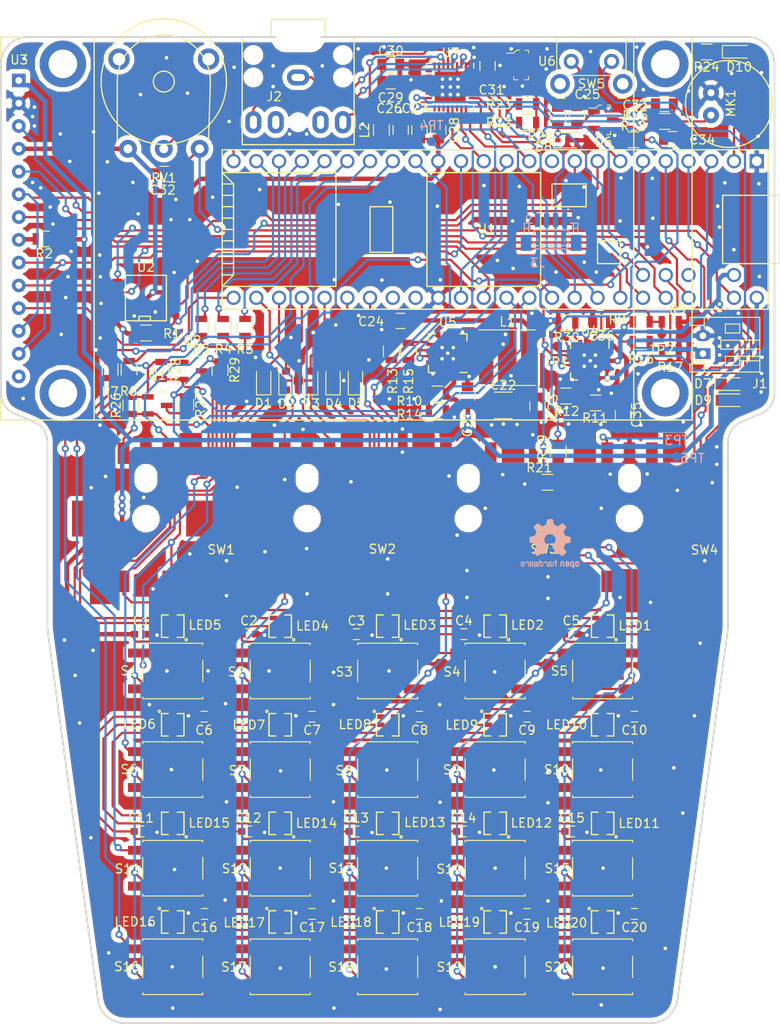
<source format=kicad_pcb>
(kicad_pcb (version 20171130) (host pcbnew "(5.0.0-3-g5ebb6b6)")
  (layers (0 F.Cu signal) (31 B.Cu signal) (34 B.Paste user) (35 F.Paste user) (36 B.SilkS user) (37 F.SilkS user) (38 B.Mask user) (39 F.Mask user) (44 Edge.Cuts user))
  (net 0 "")
  (net 1 "Net-(U1-Pad10)")
  (net 2 "Net-(U1-Pad55)")
  (net 3 "Net-(D1-Pad1)")
  (net 4 "Net-(D2-Pad1)")
  (net 5 "Net-(D3-Pad1)")
  (net 6 "Net-(D4-Pad1)")
  (net 7 GND)
  (net 8 +5V)
  (net 9 +3V3)
  (net 10 +1V8)
  (net 11 +BATT)
  (net 12 VBUS)
  (net 13 CS)
  (net 14 MISO)
  (net 15 MOSI)
  (net 16 SCLK)
  (net 17 SDA)
  (net 18 SCL)
  (net 19 MCLK)
  (net 20 BCLK)
  (net 21 RX)
  (net 22 TFT_DC)
  (net 23 TFT_CS)
  (net 24 TX)
  (net 25 LRCLK)
  (net 26 KEYPAD_C3)
  (net 27 KEYPAD_C2)
  (net 28 KEYPAD_C1)
  (net 29 KEYPAD_C0)
  (net 30 "Net-(R12-Pad1)")
  (net 31 "Net-(R11-Pad1)")
  (net 32 KEYPAD_R3)
  (net 33 KEYPAD_R2)
  (net 34 KEYPAD_R1)
  (net 35 KEYPAD_R0)
  (net 36 AGND)
  (net 37 "Net-(LED10-Pad3)")
  (net 38 "Net-(LED10-Pad2)")
  (net 39 "Net-(LED1-Pad2)")
  (net 40 "Net-(LED1-Pad3)")
  (net 41 "Net-(LED11-Pad3)")
  (net 42 "Net-(LED11-Pad2)")
  (net 43 "Net-(LED16-Pad2)")
  (net 44 "Net-(LED16-Pad3)")
  (net 45 "Net-(LED1-Pad4)")
  (net 46 "Net-(LED1-Pad5)")
  (net 47 KEYPAD_R4)
  (net 48 "Net-(D5-Pad1)")
  (net 49 KEYPAD_C4)
  (net 50 VOLUME)
  (net 51 TOUCH_CS)
  (net 52 PCTL)
  (net 53 PWR_BTN)
  (net 54 TOUCH_IRQ)
  (net 55 E4B)
  (net 56 E4A)
  (net 57 E3B)
  (net 58 E3A)
  (net 59 E2B)
  (net 60 E2A)
  (net 61 E1B)
  (net 62 E1A)
  (net 63 RGB_CLOCK)
  (net 64 RGB_DATA)
  (net 65 VLIPO)
  (net 66 BATT_LEVEL)
  (net 67 BATT_STAT2)
  (net 68 BATT_STAT1)
  (net 69 "Net-(D9-Pad1)")
  (net 70 "Net-(D10-Pad1)")
  (net 71 REC_LED)
  (net 72 "Net-(D6-Pad3)")
  (net 73 "Net-(R2-Pad2)")
  (net 74 "Net-(R3-Pad1)")
  (net 75 "Net-(R4-Pad1)")
  (net 76 "Net-(R5-Pad1)")
  (net 77 "Net-(R6-Pad1)")
  (net 78 "Net-(C33-Pad2)")
  (net 79 "Net-(C34-Pad1)")
  (net 80 "Net-(R20-Pad1)")
  (net 81 "Net-(D7-Pad1)")
  (net 82 "Net-(R7-Pad1)")
  (net 83 "Net-(R13-Pad2)")
  (net 84 "Net-(R10-Pad2)")
  (net 85 "Net-(J2-Pad1)")
  (net 86 "Net-(J2-Pad2)")
  (net 87 "Net-(J2-Pad3)")
  (net 88 "Net-(LED16-Pad4)")
  (net 89 "Net-(LED16-Pad5)")
  (net 90 "Net-(LED19-Pad4)")
  (net 91 "Net-(LED19-Pad5)")
  (net 92 "Net-(LED18-Pad4)")
  (net 93 "Net-(LED18-Pad5)")
  (net 94 "Net-(LED17-Pad4)")
  (net 95 "Net-(LED17-Pad5)")
  (net 96 "Net-(LED15-Pad4)")
  (net 97 "Net-(LED14-Pad4)")
  (net 98 "Net-(LED14-Pad5)")
  (net 99 "Net-(LED15-Pad5)")
  (net 100 "Net-(LED2-Pad4)")
  (net 101 "Net-(LED2-Pad5)")
  (net 102 "Net-(LED3-Pad4)")
  (net 103 "Net-(LED3-Pad5)")
  (net 104 "Net-(LED4-Pad4)")
  (net 105 "Net-(LED4-Pad5)")
  (net 106 "Net-(LED6-Pad4)")
  (net 107 "Net-(LED6-Pad5)")
  (net 108 "Net-(LED7-Pad4)")
  (net 109 "Net-(LED7-Pad5)")
  (net 110 "Net-(LED8-Pad4)")
  (net 111 "Net-(LED8-Pad5)")
  (net 112 "Net-(LED11-Pad4)")
  (net 113 "Net-(LED11-Pad5)")
  (net 114 "Net-(LED12-Pad4)")
  (net 115 "Net-(LED12-Pad5)")
  (net 116 "Net-(LED13-Pad4)")
  (net 117 "Net-(LED13-Pad5)")
  (net 118 "Net-(L1-Pad1)")
  (net 119 "Net-(C29-Pad1)")
  (net 120 "Net-(U7-Pad18)")
  (net 121 "Net-(C33-Pad1)")
  (net 122 "Net-(U7-Pad14)")
  (net 123 "Net-(U7-Pad13)")
  (net 124 "Net-(U7-Pad12)")
  (net 125 "Net-(U7-Pad11)")
  (net 126 "Net-(U7-Pad10)")
  (net 127 "Net-(U5-Pad12)")
  (net 128 "Net-(U5-Pad2)")
  (net 129 "Net-(U1-Pad37)")
  (net 130 RGB_DATA_HIGH)
  (net 131 RGB_CLOCK_HIGH)
  (net 132 "Net-(R30-Pad1)")
  (net 133 PG)
  (net 134 VPCC)
  (net 135 "Net-(U1-Pad38)")
  (module OpenOpParts:Teensy35_36 (layer F.Cu) (at 112 58.75 180)
    (fp_text reference U1 (at 0.95 0.075 180) (layer F.SilkS))
    (fp_text value Teensy3.6 hide)
    (pad 57 thru_hole circle (at -16.51 -5.08 180) (size 1.6 1.6) (drill 1.1) (layers *.Cu *.Mask) (net 53 PWR_BTN))
    (pad 56 thru_hole circle (at -19.05 -5.08 180) (size 1.6 1.6) (drill 1.1) (layers *.Cu *.Mask) (net 66 BATT_LEVEL))
    (pad 55 thru_hole circle (at -21.59 -5.08 180) (size 1.6 1.6) (drill 1.1) (layers *.Cu *.Mask) (net 2 "Net-(U1-Pad55)"))
    (pad 54 thru_hole circle (at -26.67 -5.08 180) (size 1.6 1.6) (drill 1.1) (layers *.Cu *.Mask) (net 12 VBUS))
    (pad 53 thru_hole circle (at -29.21 -7.62 180) (size 1.6 1.6) (drill 1.1) (layers *.Cu *.Mask) (net 8 +5V))
    (pad 52 thru_hole circle (at -26.67 -7.62 180) (size 1.6 1.6) (drill 1.1) (layers *.Cu *.Mask) (net 36 AGND))
    (pad 50 thru_hole circle (at -21.59 -7.62 180) (size 1.6 1.6) (drill 1.1) (layers *.Cu *.Mask) (net 25 LRCLK))
    (pad 49 thru_hole circle (at -19.05 -7.62 180) (size 1.6 1.6) (drill 1.1) (layers *.Cu *.Mask) (net 24 TX))
    (pad 48 thru_hole circle (at -16.51 -7.62 180) (size 1.6 1.6) (drill 1.1) (layers *.Cu *.Mask) (net 23 TFT_CS))
    (pad 47 thru_hole circle (at -13.97 -7.62 180) (size 1.6 1.6) (drill 1.1) (layers *.Cu *.Mask) (net 22 TFT_DC))
    (pad 46 thru_hole circle (at -11.43 -7.62 180) (size 1.6 1.6) (drill 1.1) (layers *.Cu *.Mask) (net 18 SCL))
    (pad 45 thru_hole circle (at -8.89 -7.62 180) (size 1.6 1.6) (drill 1.1) (layers *.Cu *.Mask) (net 17 SDA))
    (pad 44 thru_hole circle (at -6.35 -7.62 180) (size 1.6 1.6) (drill 1.1) (layers *.Cu *.Mask) (net 60 E2A))
    (pad 43 thru_hole circle (at -3.81 -7.62 180) (size 1.6 1.6) (drill 1.1) (layers *.Cu *.Mask) (net 63 RGB_CLOCK))
    (pad 42 thru_hole circle (at -1.27 -7.62 180) (size 1.6 1.6) (drill 1.1) (layers *.Cu *.Mask) (net 64 RGB_DATA))
    (pad 41 thru_hole circle (at 1.27 -7.62 180) (size 1.6 1.6) (drill 1.1) (layers *.Cu *.Mask) (net 16 SCLK))
    (pad 40 thru_hole circle (at 3.81 -7.62 180) (size 1.6 1.6) (drill 1.1) (layers *.Cu *.Mask) (net 21 RX))
    (pad 39 thru_hole circle (at 6.35 -7.62 180) (size 1.6 1.6) (drill 1.1) (layers *.Cu *.Mask) (net 7 GND))
    (pad 38 thru_hole circle (at 8.89 -7.62 180) (size 1.6 1.6) (drill 1.1) (layers *.Cu *.Mask) (net 135 "Net-(U1-Pad38)"))
    (pad 1 thru_hole rect (at -29.21 7.62 180) (size 1.6 1.6) (drill 1.1) (layers *.Cu *.Mask) (net 7 GND))
    (pad 2 thru_hole circle (at -26.67 7.62 180) (size 1.6 1.6) (drill 1.1) (layers *.Cu *.Mask) (net 71 REC_LED))
    (pad 3 thru_hole circle (at -24.13 7.62 180) (size 1.6 1.6) (drill 1.1) (layers *.Cu *.Mask) (net 68 BATT_STAT1))
    (pad 4 thru_hole circle (at -21.59 7.62 180) (size 1.6 1.6) (drill 1.1) (layers *.Cu *.Mask) (net 55 E4B))
    (pad 5 thru_hole circle (at -19.05 7.62 180) (size 1.6 1.6) (drill 1.1) (layers *.Cu *.Mask) (net 56 E4A))
    (pad 6 thru_hole circle (at -16.51 7.62 180) (size 1.6 1.6) (drill 1.1) (layers *.Cu *.Mask) (net 67 BATT_STAT2))
    (pad 7 thru_hole circle (at -13.97 7.62 180) (size 1.6 1.6) (drill 1.1) (layers *.Cu *.Mask) (net 52 PCTL))
    (pad 8 thru_hole circle (at -11.43 7.62 180) (size 1.6 1.6) (drill 1.1) (layers *.Cu *.Mask) (net 13 CS))
    (pad 9 thru_hole circle (at -8.89 7.62 180) (size 1.6 1.6) (drill 1.1) (layers *.Cu *.Mask) (net 15 MOSI))
    (pad 10 thru_hole circle (at -6.35 7.62 180) (size 1.6 1.6) (drill 1.1) (layers *.Cu *.Mask) (net 1 "Net-(U1-Pad10)"))
    (pad 11 thru_hole circle (at -3.81 7.62 180) (size 1.6 1.6) (drill 1.1) (layers *.Cu *.Mask) (net 20 BCLK))
    (pad 12 thru_hole circle (at -1.27 7.62 180) (size 1.6 1.6) (drill 1.1) (layers *.Cu *.Mask) (net 57 E3B))
    (pad 13 thru_hole circle (at 1.27 7.62 180) (size 1.6 1.6) (drill 1.1) (layers *.Cu *.Mask) (net 19 MCLK))
    (pad 37 thru_hole circle (at 11.43 -7.62 180) (size 1.6 1.6) (drill 1.1) (layers *.Cu *.Mask) (net 129 "Net-(U1-Pad37)"))
    (pad 36 thru_hole circle (at 13.97 -7.62 180) (size 1.6 1.6) (drill 1.1) (layers *.Cu *.Mask) (net 49 KEYPAD_C4))
    (pad 35 thru_hole circle (at 16.51 -7.62 180) (size 1.6 1.6) (drill 1.1) (layers *.Cu *.Mask) (net 26 KEYPAD_C3))
    (pad 34 thru_hole circle (at 19.05 -7.62 180) (size 1.6 1.6) (drill 1.1) (layers *.Cu *.Mask) (net 27 KEYPAD_C2))
    (pad 33 thru_hole circle (at 21.59 -7.62 180) (size 1.6 1.6) (drill 1.1) (layers *.Cu *.Mask) (net 28 KEYPAD_C1))
    (pad 32 thru_hole circle (at 24.13 -7.62 180) (size 1.6 1.6) (drill 1.1) (layers *.Cu *.Mask) (net 29 KEYPAD_C0))
    (pad 31 thru_hole circle (at 26.67 -7.62 180) (size 1.6 1.6) (drill 1.1) (layers *.Cu *.Mask) (net 59 E2B))
    (pad 30 thru_hole circle (at 29.21 -7.62 180) (size 1.6 1.6) (drill 1.1) (layers *.Cu *.Mask) (net 51 TOUCH_CS))
    (pad 24 thru_hole circle (at 29.21 7.62 180) (size 1.6 1.6) (drill 1.1) (layers *.Cu *.Mask) (net 50 VOLUME))
    (pad 23 thru_hole circle (at 26.67 7.62 180) (size 1.6 1.6) (drill 1.1) (layers *.Cu *.Mask) (net 32 KEYPAD_R3))
    (pad 22 thru_hole circle (at 24.13 7.62 180) (size 1.6 1.6) (drill 1.1) (layers *.Cu *.Mask) (net 33 KEYPAD_R2))
    (pad 21 thru_hole circle (at 21.59 7.62 180) (size 1.6 1.6) (drill 1.1) (layers *.Cu *.Mask) (net 34 KEYPAD_R1))
    (pad 14 thru_hole circle (at 3.81 7.62 180) (size 1.6 1.6) (drill 1.1) (layers *.Cu *.Mask) (net 14 MISO))
    (pad 15 thru_hole circle (at 6.35 7.62 180) (size 1.6 1.6) (drill 1.1) (layers *.Cu *.Mask) (net 9 +3V3))
    (pad 16 thru_hole circle (at 8.89 7.62 180) (size 1.6 1.6) (drill 1.1) (layers *.Cu *.Mask) (net 58 E3A))
    (pad 20 thru_hole circle (at 19.05 7.62 180) (size 1.6 1.6) (drill 1.1) (layers *.Cu *.Mask) (net 35 KEYPAD_R0))
    (pad 19 thru_hole circle (at 16.51 7.62 180) (size 1.6 1.6) (drill 1.1) (layers *.Cu *.Mask) (net 47 KEYPAD_R4))
    (pad 18 thru_hole circle (at 13.97 7.62 180) (size 1.6 1.6) (drill 1.1) (layers *.Cu *.Mask) (net 61 E1B))
    (pad 17 thru_hole circle (at 11.43 7.62 180) (size 1.6 1.6) (drill 1.1) (layers *.Cu *.Mask) (net 62 E1A))
  )
  (module Connectors_JST:JST_SH_BM04B-SRSS-TB_04x1.00mm_Straight (layer B.Cu) (at 118.25 58.975)
    (fp_text reference J3 (at -1.5 3.5) (layer B.SilkS) (effects (justify mirror)))
    (fp_text value Conn_01x04_Male)
    (pad "" smd rect (at 2.8 1.2625) (size 1.2 1.8) (layers B.Cu B.Paste B.Mask))
    (pad "" smd rect (at -2.8 1.2625) (size 1.2 1.8) (layers B.Cu B.Paste B.Mask))
    (pad 4 smd rect (at 1.5 -1.2625) (size 0.6 1.55) (layers B.Cu B.Paste B.Mask) (net 7 GND))
    (pad 3 smd rect (at 0.5 -1.2625) (size 0.6 1.55) (layers B.Cu B.Paste B.Mask) (net 18 SCL))
    (pad 2 smd rect (at -0.5 -1.2625) (size 0.6 1.55) (layers B.Cu B.Paste B.Mask) (net 17 SDA))
    (pad 1 smd rect (at -1.5 -1.2625) (size 0.6 1.55) (layers B.Cu B.Paste B.Mask) (net 9 +3V3))
  )
  (module OpenOpParts:TestPoint1mm (layer B.Cu) (at 134.025 86.075)
    (fp_text reference TP5 (at 0 -1.8) (layer B.SilkS) (effects (justify mirror)))
    (fp_text value TestPoint)
    (pad 1 smd circle (at 0 0) (size 1 1) (layers B.Cu B.Paste B.Mask) (net 7 GND))
  )
  (module OpenOpParts:TestPoint1mm (layer B.Cu) (at 104.875 48.95)
    (fp_text reference TP4 (at 0 -1.8) (layer B.SilkS) (effects (justify mirror)))
    (fp_text value TestPoint)
    (pad 1 smd circle (at 0 0) (size 1 1) (layers B.Cu B.Paste B.Mask) (net 9 +3V3))
  )
  (module OpenOpParts:TestPoint1mm (layer B.Cu) (at 132.25 84.075)
    (fp_text reference TP3 (at 0 -1.8) (layer B.SilkS) (effects (justify mirror)))
    (fp_text value TestPoint)
    (pad 1 smd circle (at 0 0) (size 1 1) (layers B.Cu B.Paste B.Mask) (net 8 +5V))
  )
  (module OpenOpParts:TestPoint1mm (layer F.Cu) (at 118.875 71.775)
    (fp_text reference TP1 (at 0 1.8) (layer F.SilkS))
    (fp_text value TestPoint)
    (pad 1 smd circle (at 0 0) (size 1 1) (layers F.Cu F.Paste F.Mask) (net 133 PG))
  )
  (module OpenOpParts:TestPoint1mm (layer F.Cu) (at 130.6 70.425)
    (fp_text reference TP2 (at 0 1.8) (layer F.SilkS))
    (fp_text value TestPoint)
    (pad 1 smd circle (at 0 0) (size 1 1) (layers F.Cu F.Paste F.Mask) (net 134 VPCC))
  )
  (module Capacitors_SMD:C_0805 (layer F.Cu) (at 126.275 79.425 270)
    (fp_text reference C35 (at 0 -1.5 270) (layer F.SilkS))
    (fp_text value 4.7uF)
    (pad 1 smd rect (at -1 0 270) (size 1 1.25) (layers F.Cu F.Paste F.Mask) (net 11 +BATT))
    (pad 2 smd rect (at 1 0 270) (size 1 1.25) (layers F.Cu F.Paste F.Mask) (net 7 GND))
  )
  (module Capacitors_SMD:C_0805 (layer F.Cu) (at 123.875 69.125 180)
    (fp_text reference C36 (at 0 -1.5 180) (layer F.SilkS))
    (fp_text value 10uF)
    (pad 2 smd rect (at 1 0 180) (size 1 1.25) (layers F.Cu F.Paste F.Mask) (net 7 GND))
    (pad 1 smd rect (at -1 0 180) (size 1 1.25) (layers F.Cu F.Paste F.Mask) (net 65 VLIPO))
  )
  (module Capacitors_SMD:C_1210 (layer F.Cu) (at 112.9 78.375)
    (fp_text reference C22 (at 0 -2.25) (layer F.SilkS))
    (fp_text value 100uF)
    (pad 2 smd rect (at 1.5 0) (size 1 2.5) (layers F.Cu F.Paste F.Mask) (net 7 GND))
    (pad 1 smd rect (at -1.5 0) (size 1 2.5) (layers F.Cu F.Paste F.Mask) (net 8 +5V))
  )
  (module Resistors_SMD:R_0805 (layer F.Cu) (at 120 69.15 180)
    (fp_text reference R30 (at 0 -1.65 180) (layer F.SilkS))
    (fp_text value 10K)
    (pad 2 smd rect (at 0.95 0 180) (size 0.7 1.3) (layers F.Cu F.Paste F.Mask) (net 7 GND))
    (pad 1 smd rect (at -0.95 0 180) (size 0.7 1.3) (layers F.Cu F.Paste F.Mask) (net 132 "Net-(R30-Pad1)"))
  )
  (module Resistors_SMD:R_0805 (layer F.Cu) (at 71.325 78.375 90)
    (fp_text reference R26 (at 0 -1.65 90) (layer F.SilkS))
    (fp_text value 10K)
    (pad 1 smd rect (at -0.95 0 90) (size 0.7 1.3) (layers F.Cu F.Paste F.Mask) (net 63 RGB_CLOCK))
    (pad 2 smd rect (at 0.95 0 90) (size 0.7 1.3) (layers F.Cu F.Paste F.Mask) (net 9 +3V3))
  )
  (module Resistors_SMD:R_0805 (layer F.Cu) (at 77.45 78.3 270)
    (fp_text reference R27 (at 0 -1.65 270) (layer F.SilkS))
    (fp_text value 10K)
    (pad 2 smd rect (at 0.95 0 270) (size 0.7 1.3) (layers F.Cu F.Paste F.Mask) (net 131 RGB_CLOCK_HIGH))
    (pad 1 smd rect (at -0.95 0 270) (size 0.7 1.3) (layers F.Cu F.Paste F.Mask) (net 8 +5V))
  )
  (module Resistors_SMD:R_0805 (layer F.Cu) (at 74.7 74.475 270)
    (fp_text reference R28 (at 0 -1.65 270) (layer F.SilkS))
    (fp_text value 10K)
    (pad 1 smd rect (at -0.95 0 270) (size 0.7 1.3) (layers F.Cu F.Paste F.Mask) (net 9 +3V3))
    (pad 2 smd rect (at 0.95 0 270) (size 0.7 1.3) (layers F.Cu F.Paste F.Mask) (net 64 RGB_DATA))
  )
  (module Resistors_SMD:R_0805 (layer F.Cu) (at 81.275 74.425 270)
    (fp_text reference R29 (at 0 -1.65 270) (layer F.SilkS))
    (fp_text value 10K)
    (pad 2 smd rect (at 0.95 0 270) (size 0.7 1.3) (layers F.Cu F.Paste F.Mask) (net 130 RGB_DATA_HIGH))
    (pad 1 smd rect (at -0.95 0 270) (size 0.7 1.3) (layers F.Cu F.Paste F.Mask) (net 8 +5V))
  )
  (module digikey-footprints:SOT-23-3 (layer F.Cu) (at 74.275 78.375)
    (fp_text reference Q1 (at 0.025 -3.375) (layer F.SilkS))
    (fp_text value BSS138)
    (pad 3 smd rect (at 1.05 0) (size 1.3 0.6) (layers F.Cu F.Paste F.Mask) (net 131 RGB_CLOCK_HIGH))
    (pad 2 smd rect (at -1.05 0.95) (size 1.3 0.6) (layers F.Cu F.Paste F.Mask) (net 63 RGB_CLOCK))
    (pad 1 smd rect (at -1.05 -0.95) (size 1.3 0.6) (layers F.Cu F.Paste F.Mask) (net 9 +3V3))
  )
  (module digikey-footprints:SOT-23-3 (layer F.Cu) (at 78.175 74.525)
    (fp_text reference Q2 (at 0.025 -3.375) (layer F.SilkS))
    (fp_text value BSS138)
    (pad 1 smd rect (at -1.05 -0.95) (size 1.3 0.6) (layers F.Cu F.Paste F.Mask) (net 9 +3V3))
    (pad 2 smd rect (at -1.05 0.95) (size 1.3 0.6) (layers F.Cu F.Paste F.Mask) (net 64 RGB_DATA))
    (pad 3 smd rect (at 1.05 0) (size 1.3 0.6) (layers F.Cu F.Paste F.Mask) (net 130 RGB_DATA_HIGH))
  )
  (module Capacitors_SMD:C_0603 (layer F.Cu) (at 115.55 113.1 180)
    (fp_text reference C9 (at 0 -1.5 180) (layer F.SilkS))
    (fp_text value 0.1uF)
    (pad 2 smd rect (at 0.75 0 180) (size 0.8 0.75) (layers F.Cu F.Paste F.Mask) (net 7 GND))
    (pad 1 smd rect (at -0.75 0 180) (size 0.8 0.75) (layers F.Cu F.Paste F.Mask) (net 8 +5V))
  )
  (module Capacitors_SMD:C_0603 (layer F.Cu) (at 103.55 113.1 180)
    (fp_text reference C8 (at 0 -1.5 180) (layer F.SilkS))
    (fp_text value 0.1uF)
    (pad 1 smd rect (at -0.75 0 180) (size 0.8 0.75) (layers F.Cu F.Paste F.Mask) (net 8 +5V))
    (pad 2 smd rect (at 0.75 0 180) (size 0.8 0.75) (layers F.Cu F.Paste F.Mask) (net 7 GND))
  )
  (module Capacitors_SMD:C_0603 (layer F.Cu) (at 91.55 113.1 180)
    (fp_text reference C7 (at 0 -1.5 180) (layer F.SilkS))
    (fp_text value 0.1uF)
    (pad 2 smd rect (at 0.75 0 180) (size 0.8 0.75) (layers F.Cu F.Paste F.Mask) (net 7 GND))
    (pad 1 smd rect (at -0.75 0 180) (size 0.8 0.75) (layers F.Cu F.Paste F.Mask) (net 8 +5V))
  )
  (module Capacitors_SMD:C_0603 (layer F.Cu) (at 79.5 113.1 180)
    (fp_text reference C6 (at 0 -1.5 180) (layer F.SilkS))
    (fp_text value 0.1uF)
    (pad 1 smd rect (at -0.75 0 180) (size 0.8 0.75) (layers F.Cu F.Paste F.Mask) (net 8 +5V))
    (pad 2 smd rect (at 0.75 0 180) (size 0.8 0.75) (layers F.Cu F.Paste F.Mask) (net 7 GND))
  )
  (module Capacitors_SMD:C_0603 (layer F.Cu) (at 120.5 103.9)
    (fp_text reference C5 (at 0 -1.5) (layer F.SilkS))
    (fp_text value 0.1uF)
    (pad 2 smd rect (at 0.75 0) (size 0.8 0.75) (layers F.Cu F.Paste F.Mask) (net 7 GND))
    (pad 1 smd rect (at -0.75 0) (size 0.8 0.75) (layers F.Cu F.Paste F.Mask) (net 8 +5V))
  )
  (module Capacitors_SMD:C_0603 (layer F.Cu) (at 108.5 103.9)
    (fp_text reference C4 (at 0 -1.5) (layer F.SilkS))
    (fp_text value 0.1uF)
    (pad 1 smd rect (at -0.75 0) (size 0.8 0.75) (layers F.Cu F.Paste F.Mask) (net 8 +5V))
    (pad 2 smd rect (at 0.75 0) (size 0.8 0.75) (layers F.Cu F.Paste F.Mask) (net 7 GND))
  )
  (module Capacitors_SMD:C_0603 (layer F.Cu) (at 96.5 103.9)
    (fp_text reference C3 (at 0 -1.5) (layer F.SilkS))
    (fp_text value 0.1uF)
    (pad 2 smd rect (at 0.75 0) (size 0.8 0.75) (layers F.Cu F.Paste F.Mask) (net 7 GND))
    (pad 1 smd rect (at -0.75 0) (size 0.8 0.75) (layers F.Cu F.Paste F.Mask) (net 8 +5V))
  )
  (module Capacitors_SMD:C_0603 (layer F.Cu) (at 84.5 103.9)
    (fp_text reference C2 (at 0 -1.5) (layer F.SilkS))
    (fp_text value 0.1uF)
    (pad 1 smd rect (at -0.75 0) (size 0.8 0.75) (layers F.Cu F.Paste F.Mask) (net 8 +5V))
    (pad 2 smd rect (at 0.75 0) (size 0.8 0.75) (layers F.Cu F.Paste F.Mask) (net 7 GND))
  )
  (module Capacitors_SMD:C_0603 (layer F.Cu) (at 72.5 103.9)
    (fp_text reference C1 (at 0 -1.5) (layer F.SilkS))
    (fp_text value 0.1uF)
    (pad 2 smd rect (at 0.75 0) (size 0.8 0.75) (layers F.Cu F.Paste F.Mask) (net 7 GND))
    (pad 1 smd rect (at -0.75 0) (size 0.8 0.75) (layers F.Cu F.Paste F.Mask) (net 8 +5V))
  )
  (module Capacitors_SMD:C_0603 (layer F.Cu) (at 127.55 113.1 180)
    (fp_text reference C10 (at 0 -1.5 180) (layer F.SilkS))
    (fp_text value 0.1uF)
    (pad 1 smd rect (at -0.75 0 180) (size 0.8 0.75) (layers F.Cu F.Paste F.Mask) (net 8 +5V))
    (pad 2 smd rect (at 0.75 0 180) (size 0.8 0.75) (layers F.Cu F.Paste F.Mask) (net 7 GND))
  )
  (module Capacitors_SMD:C_0603 (layer F.Cu) (at 72.45 125.9)
    (fp_text reference C11 (at 0 -1.5) (layer F.SilkS))
    (fp_text value 0.1uF)
    (pad 2 smd rect (at 0.75 0) (size 0.8 0.75) (layers F.Cu F.Paste F.Mask) (net 7 GND))
    (pad 1 smd rect (at -0.75 0) (size 0.8 0.75) (layers F.Cu F.Paste F.Mask) (net 8 +5V))
  )
  (module Capacitors_SMD:C_0603 (layer F.Cu) (at 84.45 125.9)
    (fp_text reference C12 (at 0 -1.5) (layer F.SilkS))
    (fp_text value 0.1uF)
    (pad 1 smd rect (at -0.75 0) (size 0.8 0.75) (layers F.Cu F.Paste F.Mask) (net 8 +5V))
    (pad 2 smd rect (at 0.75 0) (size 0.8 0.75) (layers F.Cu F.Paste F.Mask) (net 7 GND))
  )
  (module Capacitors_SMD:C_0603 (layer F.Cu) (at 96.45 125.9)
    (fp_text reference C13 (at 0 -1.5) (layer F.SilkS))
    (fp_text value 0.1uF)
    (pad 2 smd rect (at 0.75 0) (size 0.8 0.75) (layers F.Cu F.Paste F.Mask) (net 7 GND))
    (pad 1 smd rect (at -0.75 0) (size 0.8 0.75) (layers F.Cu F.Paste F.Mask) (net 8 +5V))
  )
  (module Capacitors_SMD:C_0603 (layer F.Cu) (at 108.45 125.9)
    (fp_text reference C14 (at 0 -1.5) (layer F.SilkS))
    (fp_text value 0.1uF)
    (pad 1 smd rect (at -0.75 0) (size 0.8 0.75) (layers F.Cu F.Paste F.Mask) (net 8 +5V))
    (pad 2 smd rect (at 0.75 0) (size 0.8 0.75) (layers F.Cu F.Paste F.Mask) (net 7 GND))
  )
  (module Capacitors_SMD:C_0805 (layer F.Cu) (at 108.9 77.3 90)
    (fp_text reference C21 (at -3.175 0 90) (layer F.SilkS))
    (fp_text value 2.2uF)
    (pad 2 smd rect (at 1 0 90) (size 1 1.25) (layers F.Cu F.Paste F.Mask) (net 7 GND))
    (pad 1 smd rect (at -1 0 90) (size 1 1.25) (layers F.Cu F.Paste F.Mask) (net 8 +5V))
  )
  (module Capacitors_SMD:C_0805 (layer F.Cu) (at 116.725 78.45 270)
    (fp_text reference C23 (at 0.05 -1.725 270) (layer F.SilkS))
    (fp_text value 10uF)
    (pad 1 smd rect (at -1 0 270) (size 1 1.25) (layers F.Cu F.Paste F.Mask) (net 11 +BATT))
    (pad 2 smd rect (at 1 0 270) (size 1 1.25) (layers F.Cu F.Paste F.Mask) (net 7 GND))
  )
  (module Capacitors_SMD:C_0805 (layer F.Cu) (at 101.425 68.95 180)
    (fp_text reference C24 (at 3.275 -0.075 180) (layer F.SilkS))
    (fp_text value 0.1uF)
    (pad 2 smd rect (at 1 0 180) (size 1 1.25) (layers F.Cu F.Paste F.Mask) (net 7 GND))
    (pad 1 smd rect (at -1 0 180) (size 1 1.25) (layers F.Cu F.Paste F.Mask) (net 11 +BATT))
  )
  (module Capacitors_SMD:C_0805 (layer F.Cu) (at 121.125 46.025 90)
    (fp_text reference C25 (at 2.35 1.175 180) (layer F.SilkS))
    (fp_text value 1uF)
    (pad 1 smd rect (at -1 0 90) (size 1 1.25) (layers F.Cu F.Paste F.Mask) (net 53 PWR_BTN))
    (pad 2 smd rect (at 1 0 90) (size 1 1.25) (layers F.Cu F.Paste F.Mask) (net 7 GND))
  )
  (module Capacitors_SMD:C_0805 (layer F.Cu) (at 101.45 47.65 90)
    (fp_text reference C26 (at 2.4 -1.275 180) (layer F.SilkS))
    (fp_text value 2.2uF hide)
    (pad 2 smd rect (at 1 0 90) (size 1 1.25) (layers F.Cu F.Paste F.Mask) (net 7 GND))
    (pad 1 smd rect (at -1 0 90) (size 1 1.25) (layers F.Cu F.Paste F.Mask) (net 9 +3V3))
  )
  (module Capacitors_SMD:C_0805 (layer F.Cu) (at 103.55 47.65 90)
    (fp_text reference C27 (at 2.4 -0.55 180) (layer F.SilkS))
    (fp_text value 0.1uF)
    (pad 1 smd rect (at -1 0 90) (size 1 1.25) (layers F.Cu F.Paste F.Mask) (net 9 +3V3))
    (pad 2 smd rect (at 1 0 90) (size 1 1.25) (layers F.Cu F.Paste F.Mask) (net 7 GND))
  )
  (module Capacitors_SMD:C_0805 (layer F.Cu) (at 105.65 47.65 90)
    (fp_text reference C28 (at 0 1.8 90) (layer F.SilkS))
    (fp_text value 0.1uF)
    (pad 2 smd rect (at 1 0 90) (size 1 1.25) (layers F.Cu F.Paste F.Mask) (net 7 GND))
    (pad 1 smd rect (at -1 0 90) (size 1 1.25) (layers F.Cu F.Paste F.Mask) (net 9 +3V3))
  )
  (module Capacitors_SMD:C_0805 (layer F.Cu) (at 100.35 42.225)
    (fp_text reference C29 (at -0.025 1.825) (layer F.SilkS))
    (fp_text value 2.2uF)
    (pad 1 smd rect (at -1 0) (size 1 1.25) (layers F.Cu F.Paste F.Mask) (net 119 "Net-(C29-Pad1)"))
    (pad 2 smd rect (at 1 0) (size 1 1.25) (layers F.Cu F.Paste F.Mask) (net 7 GND))
  )
  (module Capacitors_SMD:C_0805 (layer F.Cu) (at 100.35 40.325)
    (fp_text reference C30 (at 0 -1.5) (layer F.SilkS))
    (fp_text value 0.1uF)
    (pad 2 smd rect (at 1 0) (size 1 1.25) (layers F.Cu F.Paste F.Mask) (net 7 GND))
    (pad 1 smd rect (at -1 0) (size 1 1.25) (layers F.Cu F.Paste F.Mask) (net 119 "Net-(C29-Pad1)"))
  )
  (module Capacitors_SMD:C_0805 (layer F.Cu) (at 111.15 40.5 90)
    (fp_text reference C31 (at -2.675 0.45 180) (layer F.SilkS))
    (fp_text value 2.2uF)
    (pad 1 smd rect (at -1 0 90) (size 1 1.25) (layers F.Cu F.Paste F.Mask) (net 10 +1V8))
    (pad 2 smd rect (at 1 0 90) (size 1 1.25) (layers F.Cu F.Paste F.Mask) (net 7 GND))
  )
  (module Capacitors_SMD:C_0805 (layer F.Cu) (at 75.05 52.55)
    (fp_text reference C32 (at -0.175 1.8) (layer F.SilkS))
    (fp_text value 0.1uF)
    (pad 2 smd rect (at 1 0) (size 1 1.25) (layers F.Cu F.Paste F.Mask) (net 36 AGND))
    (pad 1 smd rect (at -1 0) (size 1 1.25) (layers F.Cu F.Paste F.Mask) (net 9 +3V3))
  )
  (module Capacitors_SMD:C_0805 (layer F.Cu) (at 130.9 44.75)
    (fp_text reference C33 (at -3.25 0.125) (layer F.SilkS))
    (fp_text value 0.1uF)
    (pad 1 smd rect (at -1 0) (size 1 1.25) (layers F.Cu F.Paste F.Mask) (net 121 "Net-(C33-Pad1)"))
    (pad 2 smd rect (at 1 0) (size 1 1.25) (layers F.Cu F.Paste F.Mask) (net 78 "Net-(C33-Pad2)"))
  )
  (module Capacitors_SMD:C_0805 (layer F.Cu) (at 131.8 48.675)
    (fp_text reference C34 (at 3.325 0.075) (layer F.SilkS))
    (fp_text value 2.2uF)
    (pad 2 smd rect (at 1 0) (size 1 1.25) (layers F.Cu F.Paste F.Mask) (net 7 GND))
    (pad 1 smd rect (at -1 0) (size 1 1.25) (layers F.Cu F.Paste F.Mask) (net 79 "Net-(C34-Pad1)"))
  )
  (module Connectors_JST:JST_PH_S2B-PH-K_02x2.00mm_Angled (layer F.Cu) (at 135.2 72.6 90)
    (fp_text reference J1 (at -3.35 6.35 180) (layer F.SilkS))
    (fp_text value Conn_01x02_Female hide)
    (pad 2 thru_hole oval (at 2 0 90) (size 1.2 1.7) (drill 0.75) (layers *.Cu *.Mask) (net 7 GND))
    (pad 1 thru_hole rect (at 0 0 90) (size 1.2 1.7) (drill 0.75) (layers *.Cu *.Mask) (net 65 VLIPO))
  )
  (module Housings_DFN_QFN:QFN-16-1EP_4x4mm_Pitch0.65mm (layer F.Cu) (at 106.7 72.55 180)
    (fp_text reference U5 (at 0 3.45 180) (layer F.SilkS))
    (fp_text value TPS61090)
    (pad 17 smd rect (at -0.625 -0.625 180) (size 1.25 1.25) (layers F.Cu F.Paste F.Mask) (net 7 GND))
    (pad 17 smd rect (at -0.625 0.625 180) (size 1.25 1.25) (layers F.Cu F.Paste F.Mask) (net 7 GND))
    (pad 17 smd rect (at 0.625 -0.625 180) (size 1.25 1.25) (layers F.Cu F.Paste F.Mask) (net 7 GND))
    (pad 17 smd rect (at 0.625 0.625 180) (size 1.25 1.25) (layers F.Cu F.Paste F.Mask) (net 7 GND))
    (pad 16 smd rect (at -0.975 -2 270) (size 0.8 0.35) (layers F.Cu F.Paste F.Mask) (net 8 +5V))
    (pad 15 smd rect (at -0.325 -2 270) (size 0.8 0.35) (layers F.Cu F.Paste F.Mask) (net 8 +5V))
    (pad 14 smd rect (at 0.325 -2 270) (size 0.8 0.35) (layers F.Cu F.Paste F.Mask) (net 84 "Net-(R10-Pad2)"))
    (pad 13 smd rect (at 0.975 -2 270) (size 0.8 0.35) (layers F.Cu F.Paste F.Mask) (net 7 GND))
    (pad 12 smd rect (at 2 -0.975 180) (size 0.8 0.35) (layers F.Cu F.Paste F.Mask) (net 127 "Net-(U5-Pad12)"))
    (pad 11 smd rect (at 2 -0.325 180) (size 0.8 0.35) (layers F.Cu F.Paste F.Mask) (net 72 "Net-(D6-Pad3)"))
    (pad 10 smd rect (at 2 0.325 180) (size 0.8 0.35) (layers F.Cu F.Paste F.Mask) (net 7 GND))
    (pad 9 smd rect (at 2 0.975 180) (size 0.8 0.35) (layers F.Cu F.Paste F.Mask) (net 83 "Net-(R13-Pad2)"))
    (pad 8 smd rect (at 0.975 2 270) (size 0.8 0.35) (layers F.Cu F.Paste F.Mask) (net 11 +BATT))
    (pad 7 smd rect (at 0.325 2 270) (size 0.8 0.35) (layers F.Cu F.Paste F.Mask) (net 7 GND))
    (pad 6 smd rect (at -0.325 2 270) (size 0.8 0.35) (layers F.Cu F.Paste F.Mask) (net 7 GND))
    (pad 5 smd rect (at -0.975 2 270) (size 0.8 0.35) (layers F.Cu F.Paste F.Mask) (net 7 GND))
    (pad 4 smd rect (at -2 0.975 180) (size 0.8 0.35) (layers F.Cu F.Paste F.Mask) (net 118 "Net-(L1-Pad1)"))
    (pad 3 smd rect (at -2 0.325 180) (size 0.8 0.35) (layers F.Cu F.Paste F.Mask) (net 118 "Net-(L1-Pad1)"))
    (pad 2 smd rect (at -2 -0.325 180) (size 0.8 0.35) (layers F.Cu F.Paste F.Mask) (net 128 "Net-(U5-Pad2)"))
    (pad 1 smd rect (at -2 -0.975 180) (size 0.8 0.35) (layers F.Cu F.Paste F.Mask) (net 8 +5V))
  )
  (module Housings_DFN_QFN:QFN-20-1EP_4x4mm_Pitch0.5mm (layer F.Cu) (at 122.572452 73.387787 270)
    (fp_text reference U4 (at -3.287787 -0.002548) (layer F.SilkS))
    (fp_text value MCP73871)
    (pad 21 smd rect (at -0.625 -0.625 270) (size 1.25 1.25) (layers F.Cu F.Paste F.Mask) (net 7 GND))
    (pad 21 smd rect (at -0.625 0.625 270) (size 1.25 1.25) (layers F.Cu F.Paste F.Mask) (net 7 GND))
    (pad 21 smd rect (at 0.625 -0.625 270) (size 1.25 1.25) (layers F.Cu F.Paste F.Mask) (net 7 GND))
    (pad 21 smd rect (at 0.625 0.625 270) (size 1.25 1.25) (layers F.Cu F.Paste F.Mask) (net 7 GND))
    (pad 20 smd rect (at -1 -1.965) (size 0.73 0.3) (layers F.Cu F.Paste F.Mask) (net 11 +BATT))
    (pad 19 smd rect (at -0.5 -1.965) (size 0.73 0.3) (layers F.Cu F.Paste F.Mask) (net 12 VBUS))
    (pad 18 smd rect (at 0 -1.965) (size 0.73 0.3) (layers F.Cu F.Paste F.Mask) (net 12 VBUS))
    (pad 17 smd rect (at 0.5 -1.965) (size 0.73 0.3) (layers F.Cu F.Paste F.Mask) (net 12 VBUS))
    (pad 16 smd rect (at 1 -1.965) (size 0.73 0.3) (layers F.Cu F.Paste F.Mask) (net 65 VLIPO))
    (pad 15 smd rect (at 1.965 -1 270) (size 0.73 0.3) (layers F.Cu F.Paste F.Mask) (net 65 VLIPO))
    (pad 14 smd rect (at 1.965 -0.5 270) (size 0.73 0.3) (layers F.Cu F.Paste F.Mask) (net 65 VLIPO))
    (pad 13 smd rect (at 1.965 0 270) (size 0.73 0.3) (layers F.Cu F.Paste F.Mask) (net 31 "Net-(R11-Pad1)"))
    (pad 12 smd rect (at 1.965 0.5 270) (size 0.73 0.3) (layers F.Cu F.Paste F.Mask) (net 30 "Net-(R12-Pad1)"))
    (pad 11 smd rect (at 1.965 1 270) (size 0.73 0.3) (layers F.Cu F.Paste F.Mask) (net 7 GND))
    (pad 10 smd rect (at 1 1.965) (size 0.73 0.3) (layers F.Cu F.Paste F.Mask) (net 7 GND))
    (pad 9 smd rect (at 0.5 1.965) (size 0.73 0.3) (layers F.Cu F.Paste F.Mask) (net 12 VBUS))
    (pad 8 smd rect (at 0 1.965) (size 0.73 0.3) (layers F.Cu F.Paste F.Mask) (net 68 BATT_STAT1))
    (pad 7 smd rect (at -0.5 1.965) (size 0.73 0.3) (layers F.Cu F.Paste F.Mask) (net 67 BATT_STAT2))
    (pad 6 smd rect (at -1 1.965) (size 0.73 0.3) (layers F.Cu F.Paste F.Mask) (net 133 PG))
    (pad 5 smd rect (at -1.965 1 270) (size 0.73 0.3) (layers F.Cu F.Paste F.Mask) (net 132 "Net-(R30-Pad1)"))
    (pad 4 smd rect (at -1.965 0.5 270) (size 0.73 0.3) (layers F.Cu F.Paste F.Mask) (net 12 VBUS))
    (pad 3 smd rect (at -1.965 0 270) (size 0.73 0.3) (layers F.Cu F.Paste F.Mask) (net 12 VBUS))
    (pad 2 smd rect (at -1.965 -0.5 270) (size 0.73 0.3) (layers F.Cu F.Paste F.Mask) (net 134 VPCC))
    (pad 1 smd rect (at -1.965 -1 270) (size 0.73 0.3) (layers F.Cu F.Paste F.Mask) (net 11 +BATT))
  )
  (module Housings_DFN_QFN:QFN-32-1EP_5x5mm_Pitch0.5mm (layer F.Cu) (at 106.983982 42.842864 270)
    (fp_text reference U7 (at -3.792864 -0.041018) (layer F.SilkS))
    (fp_text value SGTL5000)
    (pad 33 smd rect (at -0.8625 -0.8625 270) (size 1.725 1.725) (layers F.Cu F.Paste F.Mask) (net 7 GND))
    (pad 33 smd rect (at -0.8625 0.8625 270) (size 1.725 1.725) (layers F.Cu F.Paste F.Mask) (net 7 GND))
    (pad 33 smd rect (at 0.8625 -0.8625 270) (size 1.725 1.725) (layers F.Cu F.Paste F.Mask) (net 7 GND))
    (pad 33 smd rect (at 0.8625 0.8625 270) (size 1.725 1.725) (layers F.Cu F.Paste F.Mask) (net 7 GND))
    (pad 32 smd rect (at -1.75 -2.4) (size 0.7 0.25) (layers F.Cu F.Paste F.Mask) (net 7 GND))
    (pad 31 smd rect (at -1.25 -2.4) (size 0.7 0.25) (layers F.Cu F.Paste F.Mask) (net 7 GND))
    (pad 30 smd rect (at -0.75 -2.4) (size 0.7 0.25) (layers F.Cu F.Paste F.Mask) (net 10 +1V8))
    (pad 29 smd rect (at -0.25 -2.4) (size 0.7 0.25) (layers F.Cu F.Paste F.Mask) (net 18 SCL))
    (pad 28 smd rect (at 0.25 -2.4) (size 0.7 0.25) (layers F.Cu F.Paste F.Mask))
    (pad 27 smd rect (at 0.75 -2.4) (size 0.7 0.25) (layers F.Cu F.Paste F.Mask) (net 17 SDA))
    (pad 26 smd rect (at 1.25 -2.4) (size 0.7 0.25) (layers F.Cu F.Paste F.Mask) (net 24 TX))
    (pad 25 smd rect (at 1.75 -2.4) (size 0.7 0.25) (layers F.Cu F.Paste F.Mask) (net 21 RX))
    (pad 24 smd rect (at 2.4 -1.75 270) (size 0.7 0.25) (layers F.Cu F.Paste F.Mask) (net 20 BCLK))
    (pad 23 smd rect (at 2.4 -1.25 270) (size 0.7 0.25) (layers F.Cu F.Paste F.Mask) (net 25 LRCLK))
    (pad 22 smd rect (at 2.4 -0.75 270) (size 0.7 0.25) (layers F.Cu F.Paste F.Mask))
    (pad 21 smd rect (at 2.4 -0.25 270) (size 0.7 0.25) (layers F.Cu F.Paste F.Mask) (net 19 MCLK))
    (pad 20 smd rect (at 2.4 0.25 270) (size 0.7 0.25) (layers F.Cu F.Paste F.Mask) (net 9 +3V3))
    (pad 19 smd rect (at 2.4 0.75 270) (size 0.7 0.25) (layers F.Cu F.Paste F.Mask))
    (pad 18 smd rect (at 2.4 1.25 270) (size 0.7 0.25) (layers F.Cu F.Paste F.Mask) (net 120 "Net-(U7-Pad18)"))
    (pad 17 smd rect (at 2.4 1.75 270) (size 0.7 0.25) (layers F.Cu F.Paste F.Mask))
    (pad 16 smd rect (at 1.75 2.4) (size 0.7 0.25) (layers F.Cu F.Paste F.Mask) (net 79 "Net-(C34-Pad1)"))
    (pad 15 smd rect (at 1.25 2.4) (size 0.7 0.25) (layers F.Cu F.Paste F.Mask) (net 121 "Net-(C33-Pad1)"))
    (pad 14 smd rect (at 0.75 2.4) (size 0.7 0.25) (layers F.Cu F.Paste F.Mask) (net 122 "Net-(U7-Pad14)"))
    (pad 13 smd rect (at 0.25 2.4) (size 0.7 0.25) (layers F.Cu F.Paste F.Mask) (net 123 "Net-(U7-Pad13)"))
    (pad 12 smd rect (at -0.25 2.4) (size 0.7 0.25) (layers F.Cu F.Paste F.Mask) (net 124 "Net-(U7-Pad12)"))
    (pad 11 smd rect (at -0.75 2.4) (size 0.7 0.25) (layers F.Cu F.Paste F.Mask) (net 125 "Net-(U7-Pad11)"))
    (pad 10 smd rect (at -1.25 2.4) (size 0.7 0.25) (layers F.Cu F.Paste F.Mask) (net 126 "Net-(U7-Pad10)"))
    (pad 9 smd rect (at -1.75 2.4) (size 0.7 0.25) (layers F.Cu F.Paste F.Mask))
    (pad 8 smd rect (at -2.4 1.75 270) (size 0.7 0.25) (layers F.Cu F.Paste F.Mask))
    (pad 7 smd rect (at -2.4 1.25 270) (size 0.7 0.25) (layers F.Cu F.Paste F.Mask) (net 7 GND))
    (pad 6 smd rect (at -2.4 0.75 270) (size 0.7 0.25) (layers F.Cu F.Paste F.Mask) (net 87 "Net-(J2-Pad3)"))
    (pad 5 smd rect (at -2.4 0.25 270) (size 0.7 0.25) (layers F.Cu F.Paste F.Mask) (net 119 "Net-(C29-Pad1)"))
    (pad 4 smd rect (at -2.4 -0.25 270) (size 0.7 0.25) (layers F.Cu F.Paste F.Mask) (net 85 "Net-(J2-Pad1)"))
    (pad 3 smd rect (at -2.4 -0.75 270) (size 0.7 0.25) (layers F.Cu F.Paste F.Mask) (net 7 GND))
    (pad 2 smd rect (at -2.4 -1.25 270) (size 0.7 0.25) (layers F.Cu F.Paste F.Mask) (net 86 "Net-(J2-Pad2)"))
    (pad 1 smd rect (at -2.4 -1.75 270) (size 0.7 0.25) (layers F.Cu F.Paste F.Mask) (net 7 GND))
  )
  (module Inductors_SMD:L_0805 (layer F.Cu) (at 99.3 47.65 90)
    (fp_text reference L2 (at -0.05 -1.875 90) (layer F.SilkS))
    (fp_text value 600R)
    (pad 2 smd rect (at 0.95 0 90) (size 0.7 1.3) (layers F.Cu F.Paste F.Mask) (net 119 "Net-(C29-Pad1)"))
    (pad 1 smd rect (at -0.95 0 90) (size 0.7 1.3) (layers F.Cu F.Paste F.Mask) (net 9 +3V3))
  )
  (module Inductors_SMD:L_Taiyo-Yuden_NR-60xx (layer F.Cu) (at 113.35 73.05)
    (fp_text reference L1 (at 0 -4) (layer F.SilkS))
    (fp_text value L)
    (pad 2 smd rect (at 2.35 0) (size 1.6 5.9) (layers F.Cu F.Paste F.Mask) (net 11 +BATT))
    (pad 1 smd rect (at -2.35 0) (size 1.6 5.9) (layers F.Cu F.Paste F.Mask) (net 118 "Net-(L1-Pad1)"))
  )
  (module LEDs:LED_0805 (layer F.Cu) (at 138.35 76)
    (fp_text reference D7 (at -3.175 -0.05) (layer F.SilkS))
    (fp_text value STAT1 hide)
    (pad 1 smd rect (at -1.1 0 180) (size 1.2 1.2) (layers F.Cu F.Paste F.Mask) (net 81 "Net-(D7-Pad1)"))
    (pad 2 smd rect (at 1.1 0 180) (size 1.2 1.2) (layers F.Cu F.Paste F.Mask) (net 12 VBUS))
  )
  (module OpenOpParts:2.4inTFT_TOUCH_SPI (layer F.Cu) (at 95.4 58.64)
    (fp_text reference U3 (at -36.55 -18.815) (layer F.SilkS))
    (fp_text value TFT_TOUCH_SPI hide)
    (pad 14 thru_hole circle (at -36.59 16.51) (size 1.524 1.524) (drill 0.762) (layers *.Cu *.Mask) (net 54 TOUCH_IRQ))
    (pad 2 thru_hole circle (at -36.59 -13.97) (size 1.524 1.524) (drill 0.762) (layers *.Cu *.Mask) (net 7 GND))
    (pad 3 thru_hole circle (at -36.59 -11.43) (size 1.524 1.524) (drill 0.762) (layers *.Cu *.Mask) (net 23 TFT_CS))
    (pad 4 thru_hole circle (at -36.59 -8.89) (size 1.524 1.524) (drill 0.762) (layers *.Cu *.Mask) (net 9 +3V3))
    (pad 5 thru_hole circle (at -36.59 -6.35) (size 1.524 1.524) (drill 0.762) (layers *.Cu *.Mask) (net 22 TFT_DC))
    (pad 6 thru_hole circle (at -36.59 -3.81) (size 1.524 1.524) (drill 0.762) (layers *.Cu *.Mask) (net 15 MOSI))
    (pad 7 thru_hole circle (at -36.59 -1.27) (size 1.524 1.524) (drill 0.762) (layers *.Cu *.Mask) (net 16 SCLK))
    (pad 8 thru_hole circle (at -36.59 1.27) (size 1.524 1.524) (drill 0.762) (layers *.Cu *.Mask) (net 73 "Net-(R2-Pad2)"))
    (pad 9 thru_hole circle (at -36.59 3.81) (size 1.524 1.524) (drill 0.762) (layers *.Cu *.Mask) (net 14 MISO))
    (pad 10 thru_hole circle (at -36.59 6.35) (size 1.524 1.524) (drill 0.762) (layers *.Cu *.Mask) (net 16 SCLK))
    (pad 11 thru_hole circle (at -36.59 8.89) (size 1.524 1.524) (drill 0.762) (layers *.Cu *.Mask) (net 51 TOUCH_CS))
    (pad 12 thru_hole circle (at -36.59 11.43) (size 1.524 1.524) (drill 0.762) (layers *.Cu *.Mask) (net 15 MOSI))
    (pad 13 thru_hole circle (at -36.59 13.97) (size 1.524 1.524) (drill 0.762) (layers *.Cu *.Mask) (net 14 MISO))
    (pad 1 thru_hole rect (at -36.59 -16.51) (size 1.524 1.524) (drill 0.762) (layers *.Cu *.Mask) (net 8 +5V))
    (pad "" thru_hole circle (at -31.67 -18.36) (size 5.2 5.2) (drill 3.2) (layers *.Cu *.Mask))
    (pad "" thru_hole circle (at -31.67 18.36) (size 5.2 5.2) (drill 3.2) (layers *.Cu *.Mask))
    (pad "" thru_hole circle (at 35.59 18.36) (size 5.2 5.2) (drill 3.2) (layers *.Cu *.Mask))
    (pad "" thru_hole circle (at 35.59 -18.36) (size 5.2 5.2) (drill 3.2) (layers *.Cu *.Mask))
  )
  (module OpenOpParts:SJ1-3523N (layer F.Cu) (at 90 37.29 270)
    (fp_text reference J2 (at 6.635 2.675) (layer F.SilkS))
    (fp_text value AudioJack3_Ground hide)
    (pad 1 thru_hole oval (at 4.5 0 270) (size 1.8 2.5) (drill oval 0.8 1.5) (layers *.Cu *.Mask) (net 85 "Net-(J2-Pad1)"))
    (pad 2 thru_hole oval (at 9.5 5 270) (size 2.5 1.8) (drill oval 1.5 0.8) (layers *.Cu *.Mask) (net 86 "Net-(J2-Pad2)"))
    (pad 3 thru_hole oval (at 9.5 -5 270) (size 2.5 1.8) (drill oval 1.5 0.8) (layers *.Cu *.Mask) (net 87 "Net-(J2-Pad3)"))
    (pad "" thru_hole oval (at 9.5 2.5 270) (size 2.5 1.8) (drill oval 1.5 0.8) (layers *.Cu *.Mask))
    (pad "" thru_hole oval (at 9.5 -2.5 270) (size 2.5 1.8) (drill oval 1.5 0.8) (layers *.Cu *.Mask))
    (pad "" np_thru_hole circle (at 4.5 -5 270) (size 1.2 1.2) (drill 1.2) (layers *.Cu *.Mask))
    (pad "" np_thru_hole circle (at 2 -5 270) (size 1.2 1.2) (drill 1.2) (layers *.Cu *.Mask))
    (pad "" np_thru_hole circle (at 2 5 270) (size 1.2 1.2) (drill 1.2) (layers *.Cu *.Mask))
    (pad "" np_thru_hole circle (at 4.5 5 270) (size 1.2 1.2) (drill 1.2) (layers *.Cu *.Mask))
    (pad "" np_thru_hole oval (at 0 0 270) (size 2.4 5) (drill oval 2.4 5) (layers *.Cu *.Mask))
    (pad "" np_thru_hole circle (at 9.5 0 270) (size 1.2 1.2) (drill 1.2) (layers *.Cu *.Mask))
  )
  (module SMD_Packages:SOIC-8-N (layer F.Cu) (at 73 66.4 90)
    (fp_text reference U2 (at 3.45 0 180) (layer F.SilkS))
    (fp_text value M25PX32-VMW)
    (pad 1 smd rect (at -1.905 3.175 90) (size 0.508 1.143) (layers F.Cu F.Paste F.Mask) (net 13 CS))
    (pad 2 smd rect (at -0.635 3.175 90) (size 0.508 1.143) (layers F.Cu F.Paste F.Mask) (net 14 MISO))
    (pad 3 smd rect (at 0.635 3.175 90) (size 0.508 1.143) (layers F.Cu F.Paste F.Mask) (net 9 +3V3))
    (pad 4 smd rect (at 1.905 3.175 90) (size 0.508 1.143) (layers F.Cu F.Paste F.Mask) (net 7 GND))
    (pad 5 smd rect (at 1.905 -3.175 90) (size 0.508 1.143) (layers F.Cu F.Paste F.Mask) (net 15 MOSI))
    (pad 6 smd rect (at 0.635 -3.175 90) (size 0.508 1.143) (layers F.Cu F.Paste F.Mask) (net 16 SCLK))
    (pad 7 smd rect (at -0.635 -3.175 90) (size 0.508 1.143) (layers F.Cu F.Paste F.Mask) (net 9 +3V3))
    (pad 8 smd rect (at -1.905 -3.175 90) (size 0.508 1.143) (layers F.Cu F.Paste F.Mask) (net 9 +3V3))
  )
  (module digikey-footprints:SOT-23-3 (layer F.Cu) (at 114.9 40.4)
    (fp_text reference U6 (at 2.875 -0.425) (layer F.SilkS))
    (fp_text value AP7313-1.8V)
    (pad 3 smd rect (at 1.05 0) (size 1.3 0.6) (layers F.Cu F.Paste F.Mask) (net 9 +3V3))
    (pad 2 smd rect (at -1.05 0.95) (size 1.3 0.6) (layers F.Cu F.Paste F.Mask) (net 10 +1V8))
    (pad 1 smd rect (at -1.05 -0.95) (size 1.3 0.6) (layers F.Cu F.Paste F.Mask) (net 7 GND))
  )
  (module digikey-footprints:SOT-23-3 (layer F.Cu) (at 124.075 46.525)
    (fp_text reference D6 (at 0.025 2.475) (layer F.SilkS))
    (fp_text value D_x2_KCom_AAK)
    (pad 1 smd rect (at -1.05 -0.95) (size 1.3 0.6) (layers F.Cu F.Paste F.Mask) (net 53 PWR_BTN))
    (pad 2 smd rect (at -1.05 0.95) (size 1.3 0.6) (layers F.Cu F.Paste F.Mask) (net 52 PCTL))
    (pad 3 smd rect (at 1.05 0) (size 1.3 0.6) (layers F.Cu F.Paste F.Mask) (net 72 "Net-(D6-Pad3)"))
  )
  (module LEDs:LED_0805 (layer F.Cu) (at 139.175 38.925)
    (fp_text reference D10 (at 0.075 1.7) (layer F.SilkS))
    (fp_text value STAT1)
    (pad 1 smd rect (at -1.1 0 180) (size 1.2 1.2) (layers F.Cu F.Paste F.Mask) (net 70 "Net-(D10-Pad1)"))
    (pad 2 smd rect (at 1.1 0 180) (size 1.2 1.2) (layers F.Cu F.Paste F.Mask) (net 71 REC_LED))
  )
  (module Resistors_SMD:R_0805 (layer F.Cu) (at 130.95 46.7)
    (fp_text reference R25 (at -3.3 -0.65) (layer F.SilkS))
    (fp_text value 2.2K)
    (pad 2 smd rect (at 0.95 0) (size 0.7 1.3) (layers F.Cu F.Paste F.Mask) (net 78 "Net-(C33-Pad2)"))
    (pad 1 smd rect (at -0.95 0) (size 0.7 1.3) (layers F.Cu F.Paste F.Mask) (net 79 "Net-(C34-Pad1)"))
  )
  (module LEDs:LED_0805 (layer F.Cu) (at 138.35 77.8)
    (fp_text reference D9 (at -3.125 0) (layer F.SilkS))
    (fp_text value STAT2 hide)
    (pad 1 smd rect (at -1.1 0 180) (size 1.2 1.2) (layers F.Cu F.Paste F.Mask) (net 69 "Net-(D9-Pad1)"))
    (pad 2 smd rect (at 1.1 0 180) (size 1.2 1.2) (layers F.Cu F.Paste F.Mask) (net 12 VBUS))
  )
  (module Resistors_SMD:R_0805 (layer F.Cu) (at 135.625 38.95 180)
    (fp_text reference R24 (at 0.025 -1.675 180) (layer F.SilkS))
    (fp_text value 100)
    (pad 2 smd rect (at 0.95 0 180) (size 0.7 1.3) (layers F.Cu F.Paste F.Mask) (net 7 GND))
    (pad 1 smd rect (at -0.95 0 180) (size 0.7 1.3) (layers F.Cu F.Paste F.Mask) (net 70 "Net-(D10-Pad1)"))
  )
  (module Resistors_SMD:R_0805 (layer F.Cu) (at 71.125 74.375 90)
    (fp_text reference R6 (at -2.425 -0.05 180) (layer F.SilkS))
    (fp_text value 100)
    (pad 1 smd rect (at -0.95 0 90) (size 0.7 1.3) (layers F.Cu F.Paste F.Mask) (net 77 "Net-(R6-Pad1)"))
    (pad 2 smd rect (at 0.95 0 90) (size 0.7 1.3) (layers F.Cu F.Paste F.Mask) (net 33 KEYPAD_R2))
  )
  (module Resistors_SMD:R_0805 (layer F.Cu) (at 115.625 44.75 180)
    (fp_text reference R23 (at 3.225 -0.075 180) (layer F.SilkS))
    (fp_text value 2.2K)
    (pad 2 smd rect (at 0.95 0 180) (size 0.7 1.3) (layers F.Cu F.Paste F.Mask) (net 18 SCL))
    (pad 1 smd rect (at -0.95 0 180) (size 0.7 1.3) (layers F.Cu F.Paste F.Mask) (net 9 +3V3))
  )
  (module OpenOpParts:Bourns-SMD-Encoder (layer F.Cu) (at 73 91 180)
    (fp_text reference SW1 (at -8.4 -3.475 180) (layer F.SilkS))
    (fp_text value Rotary_Encoder_Switch hide)
    (pad "" smd rect (at 6.375 0 180) (size 3.75 4) (layers F.Cu F.Paste F.Mask))
    (pad "" smd rect (at -6.375 0 180) (size 3.75 4) (layers F.Cu F.Paste F.Mask))
    (pad "" smd rect (at -5 -7.9 180) (size 2.5 3.3) (layers F.Cu F.Paste F.Mask))
    (pad "" smd rect (at 5 -7.9 180) (size 2.5 3.3) (layers F.Cu F.Paste F.Mask))
    (pad "" smd rect (at -5 7.9 180) (size 2.5 3.3) (layers F.Cu F.Paste F.Mask))
    (pad "" smd rect (at 5 7.9 180) (size 2.5 3.3) (layers F.Cu F.Paste F.Mask))
    (pad C smd rect (at 0 7.3 180) (size 1.3 2.4) (layers F.Cu F.Paste F.Mask) (net 7 GND))
    (pad B smd rect (at 2.5 7.3 180) (size 1.3 2.4) (layers F.Cu F.Paste F.Mask) (net 61 E1B))
    (pad A smd rect (at -2.5 7.3 180) (size 1.3 2.4) (layers F.Cu F.Paste F.Mask) (net 62 E1A))
    (pad S2 smd rect (at 2.5 -7 180) (size 1.3 2.4) (layers F.Cu F.Paste F.Mask) (net 74 "Net-(R3-Pad1)"))
    (pad S1 smd rect (at -2.5 -7 180) (size 1.3 2.4) (layers F.Cu F.Paste F.Mask) (net 3 "Net-(D1-Pad1)"))
    (pad "" np_thru_hole oval (at 0 4.5 180) (size 1.55 2.2) (drill oval 1.55 2.2) (layers *.Cu *.Mask))
    (pad "" np_thru_hole circle (at 0 0 180) (size 2.05 2.05) (drill 2.05) (layers *.Cu *.Mask))
  )
  (module OpenOpParts:Bourns-SMD-Encoder (layer F.Cu) (at 109 91 180)
    (fp_text reference SW3 (at -8.475 -3.4 180) (layer F.SilkS))
    (fp_text value Rotary_Encoder_Switch hide)
    (pad "" smd rect (at 6.375 0 180) (size 3.75 4) (layers F.Cu F.Paste F.Mask))
    (pad "" smd rect (at -6.375 0 180) (size 3.75 4) (layers F.Cu F.Paste F.Mask))
    (pad "" smd rect (at -5 -7.9 180) (size 2.5 3.3) (layers F.Cu F.Paste F.Mask))
    (pad "" smd rect (at 5 -7.9 180) (size 2.5 3.3) (layers F.Cu F.Paste F.Mask))
    (pad "" smd rect (at -5 7.9 180) (size 2.5 3.3) (layers F.Cu F.Paste F.Mask))
    (pad "" smd rect (at 5 7.9 180) (size 2.5 3.3) (layers F.Cu F.Paste F.Mask))
    (pad C smd rect (at 0 7.3 180) (size 1.3 2.4) (layers F.Cu F.Paste F.Mask) (net 7 GND))
    (pad B smd rect (at 2.5 7.3 180) (size 1.3 2.4) (layers F.Cu F.Paste F.Mask) (net 57 E3B))
    (pad A smd rect (at -2.5 7.3 180) (size 1.3 2.4) (layers F.Cu F.Paste F.Mask) (net 58 E3A))
    (pad S2 smd rect (at 2.5 -7 180) (size 1.3 2.4) (layers F.Cu F.Paste F.Mask) (net 5 "Net-(D3-Pad1)"))
    (pad S1 smd rect (at -2.5 -7 180) (size 1.3 2.4) (layers F.Cu F.Paste F.Mask) (net 74 "Net-(R3-Pad1)"))
    (pad "" np_thru_hole oval (at 0 4.5 180) (size 1.55 2.2) (drill oval 1.55 2.2) (layers *.Cu *.Mask))
    (pad "" np_thru_hole circle (at 0 0 180) (size 2.05 2.05) (drill 2.05) (layers *.Cu *.Mask))
  )
  (module OpenOpParts:Bourns-SMD-Encoder (layer F.Cu) (at 91 91 180)
    (fp_text reference SW2 (at -8.4 -3.4 180) (layer F.SilkS))
    (fp_text value Rotary_Encoder_Switch hide)
    (pad "" smd rect (at 6.375 0 180) (size 3.75 4) (layers F.Cu F.Paste F.Mask))
    (pad "" smd rect (at -6.375 0 180) (size 3.75 4) (layers F.Cu F.Paste F.Mask))
    (pad "" smd rect (at -5 -7.9 180) (size 2.5 3.3) (layers F.Cu F.Paste F.Mask))
    (pad "" smd rect (at 5 -7.9 180) (size 2.5 3.3) (layers F.Cu F.Paste F.Mask))
    (pad "" smd rect (at -5 7.9 180) (size 2.5 3.3) (layers F.Cu F.Paste F.Mask))
    (pad "" smd rect (at 5 7.9 180) (size 2.5 3.3) (layers F.Cu F.Paste F.Mask))
    (pad C smd rect (at 0 7.3 180) (size 1.3 2.4) (layers F.Cu F.Paste F.Mask) (net 7 GND))
    (pad B smd rect (at 2.5 7.3 180) (size 1.3 2.4) (layers F.Cu F.Paste F.Mask) (net 59 E2B))
    (pad A smd rect (at -2.5 7.3 180) (size 1.3 2.4) (layers F.Cu F.Paste F.Mask) (net 60 E2A))
    (pad S2 smd rect (at 2.5 -7 180) (size 1.3 2.4) (layers F.Cu F.Paste F.Mask) (net 4 "Net-(D2-Pad1)"))
    (pad S1 smd rect (at -2.5 -7 180) (size 1.3 2.4) (layers F.Cu F.Paste F.Mask) (net 74 "Net-(R3-Pad1)"))
    (pad "" np_thru_hole oval (at 0 4.5 180) (size 1.55 2.2) (drill oval 1.55 2.2) (layers *.Cu *.Mask))
    (pad "" np_thru_hole circle (at 0 0 180) (size 2.05 2.05) (drill 2.05) (layers *.Cu *.Mask))
  )
  (module OpenOpParts:Bourns-SMD-Encoder (layer F.Cu) (at 127 91 180)
    (fp_text reference SW4 (at -8.375 -3.5 180) (layer F.SilkS))
    (fp_text value Rotary_Encoder_Switch hide)
    (pad "" smd rect (at 6.375 0 180) (size 3.75 4) (layers F.Cu F.Paste F.Mask))
    (pad "" smd rect (at -6.375 0 180) (size 3.75 4) (layers F.Cu F.Paste F.Mask))
    (pad "" smd rect (at -5 -7.9 180) (size 2.5 3.3) (layers F.Cu F.Paste F.Mask))
    (pad "" smd rect (at 5 -7.9 180) (size 2.5 3.3) (layers F.Cu F.Paste F.Mask))
    (pad "" smd rect (at -5 7.9 180) (size 2.5 3.3) (layers F.Cu F.Paste F.Mask))
    (pad "" smd rect (at 5 7.9 180) (size 2.5 3.3) (layers F.Cu F.Paste F.Mask))
    (pad C smd rect (at 0 7.3 180) (size 1.3 2.4) (layers F.Cu F.Paste F.Mask) (net 7 GND))
    (pad B smd rect (at 2.5 7.3 180) (size 1.3 2.4) (layers F.Cu F.Paste F.Mask) (net 55 E4B))
    (pad A smd rect (at -2.5 7.3 180) (size 1.3 2.4) (layers F.Cu F.Paste F.Mask) (net 56 E4A))
    (pad S2 smd rect (at 2.5 -7 180) (size 1.3 2.4) (layers F.Cu F.Paste F.Mask) (net 6 "Net-(D4-Pad1)"))
    (pad S1 smd rect (at -2.5 -7 180) (size 1.3 2.4) (layers F.Cu F.Paste F.Mask) (net 74 "Net-(R3-Pad1)"))
    (pad "" np_thru_hole oval (at 0 4.5 180) (size 1.55 2.2) (drill oval 1.55 2.2) (layers *.Cu *.Mask))
    (pad "" np_thru_hole circle (at 0 0 180) (size 2.05 2.05) (drill 2.05) (layers *.Cu *.Mask))
  )
  (module Diodes_SMD:D_SOD-323 (layer F.Cu) (at 120.05 48.8)
    (fp_text reference D8 (at -2.65 0.75) (layer F.SilkS))
    (fp_text value D_Zener_Small)
    (pad 2 smd rect (at 1.05 0) (size 0.6 0.45) (layers F.Cu F.Paste F.Mask) (net 7 GND))
    (pad 1 smd rect (at -1.05 0) (size 0.6 0.45) (layers F.Cu F.Paste F.Mask) (net 53 PWR_BTN))
  )
  (module Resistors_SMD:R_0805 (layer F.Cu) (at 73 70.3)
    (fp_text reference R1 (at 2.9 0.075) (layer F.SilkS))
    (fp_text value 10K)
    (pad 2 smd rect (at 0.95 0) (size 0.7 1.3) (layers F.Cu F.Paste F.Mask) (net 13 CS))
    (pad 1 smd rect (at -0.95 0) (size 0.7 1.3) (layers F.Cu F.Paste F.Mask) (net 9 +3V3))
  )
  (module Capacitors_SMD:C_0603 (layer F.Cu) (at 127.55 135.1 180)
    (fp_text reference C20 (at 0 -1.5 180) (layer F.SilkS))
    (fp_text value 0.1uF)
    (pad 2 smd rect (at 0.75 0 180) (size 0.8 0.75) (layers F.Cu F.Paste F.Mask) (net 7 GND))
    (pad 1 smd rect (at -0.75 0 180) (size 0.8 0.75) (layers F.Cu F.Paste F.Mask) (net 8 +5V))
  )
  (module Capacitors_SMD:C_0603 (layer F.Cu) (at 120.55 125.9)
    (fp_text reference C15 (at 0 -1.5) (layer F.SilkS))
    (fp_text value 0.1uF)
    (pad 1 smd rect (at -0.75 0) (size 0.8 0.75) (layers F.Cu F.Paste F.Mask) (net 8 +5V))
    (pad 2 smd rect (at 0.75 0) (size 0.8 0.75) (layers F.Cu F.Paste F.Mask) (net 7 GND))
  )
  (module Capacitors_SMD:C_0603 (layer F.Cu) (at 79.55 135.1 180)
    (fp_text reference C16 (at 0 -1.5 180) (layer F.SilkS))
    (fp_text value 0.1uF)
    (pad 2 smd rect (at 0.75 0 180) (size 0.8 0.75) (layers F.Cu F.Paste F.Mask) (net 7 GND))
    (pad 1 smd rect (at -0.75 0 180) (size 0.8 0.75) (layers F.Cu F.Paste F.Mask) (net 8 +5V))
  )
  (module Capacitors_SMD:C_0603 (layer F.Cu) (at 91.55 135.1 180)
    (fp_text reference C17 (at 0 -1.5 180) (layer F.SilkS))
    (fp_text value 0.1uF)
    (pad 1 smd rect (at -0.75 0 180) (size 0.8 0.75) (layers F.Cu F.Paste F.Mask) (net 8 +5V))
    (pad 2 smd rect (at 0.75 0 180) (size 0.8 0.75) (layers F.Cu F.Paste F.Mask) (net 7 GND))
  )
  (module Capacitors_SMD:C_0603 (layer F.Cu) (at 103.55 135.1 180)
    (fp_text reference C18 (at 0 -1.5 180) (layer F.SilkS))
    (fp_text value 0.1uF)
    (pad 2 smd rect (at 0.75 0 180) (size 0.8 0.75) (layers F.Cu F.Paste F.Mask) (net 7 GND))
    (pad 1 smd rect (at -0.75 0 180) (size 0.8 0.75) (layers F.Cu F.Paste F.Mask) (net 8 +5V))
  )
  (module Capacitors_SMD:C_0603 (layer F.Cu) (at 115.55 135.1 180)
    (fp_text reference C19 (at 0 -1.5 180) (layer F.SilkS))
    (fp_text value 0.1uF)
    (pad 1 smd rect (at -0.75 0 180) (size 0.8 0.75) (layers F.Cu F.Paste F.Mask) (net 8 +5V))
    (pad 2 smd rect (at 0.75 0 180) (size 0.8 0.75) (layers F.Cu F.Paste F.Mask) (net 7 GND))
  )
  (module Buttons_Switches_THT:SW_Tactile_SKHH_Angled (layer F.Cu) (at 120.5 40)
    (fp_text reference SW5 (at 2.25 2.5) (layer F.SilkS))
    (fp_text value SW_Push)
    (pad 1 thru_hole circle (at 0 0 180) (size 1.7 1.7) (drill 1) (layers *.Cu *.Mask) (net 80 "Net-(R20-Pad1)"))
    (pad 2 thru_hole circle (at 4.5 0 180) (size 1.7 1.7) (drill 1) (layers *.Cu *.Mask) (net 11 +BATT))
    (pad "" thru_hole circle (at -1.25 2.5 180) (size 2.2 2.2) (drill 1.3) (layers *.Cu *.Mask))
    (pad "" thru_hole circle (at 5.75 2.5 180) (size 2.2 2.2) (drill 1.3) (layers *.Cu *.Mask))
  )
  (module Resistors_SMD:R_0805 (layer F.Cu) (at 117.85 86.95 180)
    (fp_text reference R21 (at 0.925 1.625 180) (layer F.SilkS))
    (fp_text value 100)
    (pad 1 smd rect (at -0.95 0 180) (size 0.7 1.3) (layers F.Cu F.Paste F.Mask) (net 69 "Net-(D9-Pad1)"))
    (pad 2 smd rect (at 0.95 0 180) (size 0.7 1.3) (layers F.Cu F.Paste F.Mask) (net 67 BATT_STAT2))
  )
  (module Resistors_SMD:R_0805 (layer F.Cu) (at 115.625 46.825 180)
    (fp_text reference R22 (at 3.225 0 180) (layer F.SilkS))
    (fp_text value 2.2K)
    (pad 2 smd rect (at 0.95 0 180) (size 0.7 1.3) (layers F.Cu F.Paste F.Mask) (net 17 SDA))
    (pad 1 smd rect (at -0.95 0 180) (size 0.7 1.3) (layers F.Cu F.Paste F.Mask) (net 9 +3V3))
  )
  (module OpenOpParts:AOM-6738P-R (layer F.Cu) (at 138.1 44.75 90)
    (fp_text reference MK1 (at 0.075 0.2 90) (layer F.SilkS))
    (fp_text value Microphone_Condenser)
    (pad 1 thru_hole circle (at 1.25 -2 90) (size 1.8 1.8) (drill 0.8) (layers *.Cu *.Mask) (net 7 GND))
    (pad 2 thru_hole circle (at -1.25 -2 90) (size 1.8 1.8) (drill 0.8) (layers *.Cu *.Mask) (net 78 "Net-(C33-Pad2)"))
  )
  (module Resistors_SMD:R_0805 (layer F.Cu) (at 119 46.225 270)
    (fp_text reference R20 (at 2.125 1.975) (layer F.SilkS))
    (fp_text value 330)
    (pad 2 smd rect (at 0.95 0 270) (size 0.7 1.3) (layers F.Cu F.Paste F.Mask) (net 53 PWR_BTN))
    (pad 1 smd rect (at -0.95 0 270) (size 0.7 1.3) (layers F.Cu F.Paste F.Mask) (net 80 "Net-(R20-Pad1)"))
  )
  (module Resistors_SMD:R_0805 (layer F.Cu) (at 119.05 83.5 90)
    (fp_text reference R19 (at 0.45 -1.75 90) (layer F.SilkS))
    (fp_text value 100)
    (pad 2 smd rect (at 0.95 0 90) (size 0.7 1.3) (layers F.Cu F.Paste F.Mask) (net 68 BATT_STAT1))
    (pad 1 smd rect (at -0.95 0 90) (size 0.7 1.3) (layers F.Cu F.Paste F.Mask) (net 81 "Net-(D7-Pad1)"))
  )
  (module OpenOpParts:APA102C-2020 (layer F.Cu) (at 88 114)
    (fp_text reference LED7 (at -3.5 0.025) (layer F.SilkS))
    (fp_text value APA102C)
    (pad 4 smd rect (at 0.75 0.9) (size 0.8 0.5) (layers F.Cu F.Paste F.Mask) (net 108 "Net-(LED7-Pad4)"))
    (pad 6 smd rect (at 0.75 -0.9) (size 0.8 0.5) (layers F.Cu F.Paste F.Mask) (net 7 GND))
    (pad 3 smd rect (at -0.75 0.9) (size 0.8 0.5) (layers F.Cu F.Paste F.Mask) (net 106 "Net-(LED6-Pad4)"))
    (pad 1 smd rect (at -0.75 -0.9) (size 0.8 0.5) (layers F.Cu F.Paste F.Mask) (net 8 +5V))
    (pad 2 smd rect (at -0.75 0) (size 0.8 0.5) (layers F.Cu F.Paste F.Mask) (net 107 "Net-(LED6-Pad5)"))
    (pad 5 smd rect (at 0.75 0) (size 0.8 0.5) (layers F.Cu F.Paste F.Mask) (net 109 "Net-(LED7-Pad5)"))
  )
  (module OpenOpParts:APA102C-2020 (layer F.Cu) (at 124 103 180)
    (fp_text reference LED1 (at -3.6 0.05 180) (layer F.SilkS))
    (fp_text value APA102C)
    (pad 4 smd rect (at 0.75 0.9 180) (size 0.8 0.5) (layers F.Cu F.Paste F.Mask) (net 45 "Net-(LED1-Pad4)"))
    (pad 6 smd rect (at 0.75 -0.9 180) (size 0.8 0.5) (layers F.Cu F.Paste F.Mask) (net 7 GND))
    (pad 3 smd rect (at -0.75 0.9 180) (size 0.8 0.5) (layers F.Cu F.Paste F.Mask) (net 40 "Net-(LED1-Pad3)"))
    (pad 1 smd rect (at -0.75 -0.9 180) (size 0.8 0.5) (layers F.Cu F.Paste F.Mask) (net 8 +5V))
    (pad 2 smd rect (at -0.75 0 180) (size 0.8 0.5) (layers F.Cu F.Paste F.Mask) (net 39 "Net-(LED1-Pad2)"))
    (pad 5 smd rect (at 0.75 0 180) (size 0.8 0.5) (layers F.Cu F.Paste F.Mask) (net 46 "Net-(LED1-Pad5)"))
  )
  (module OpenOpParts:APA102C-2020 (layer F.Cu) (at 112 103 180)
    (fp_text reference LED2 (at -3.6 0.125 180) (layer F.SilkS))
    (fp_text value APA102C)
    (pad 4 smd rect (at 0.75 0.9 180) (size 0.8 0.5) (layers F.Cu F.Paste F.Mask) (net 100 "Net-(LED2-Pad4)"))
    (pad 6 smd rect (at 0.75 -0.9 180) (size 0.8 0.5) (layers F.Cu F.Paste F.Mask) (net 7 GND))
    (pad 3 smd rect (at -0.75 0.9 180) (size 0.8 0.5) (layers F.Cu F.Paste F.Mask) (net 45 "Net-(LED1-Pad4)"))
    (pad 1 smd rect (at -0.75 -0.9 180) (size 0.8 0.5) (layers F.Cu F.Paste F.Mask) (net 8 +5V))
    (pad 2 smd rect (at -0.75 0 180) (size 0.8 0.5) (layers F.Cu F.Paste F.Mask) (net 46 "Net-(LED1-Pad5)"))
    (pad 5 smd rect (at 0.75 0 180) (size 0.8 0.5) (layers F.Cu F.Paste F.Mask) (net 101 "Net-(LED2-Pad5)"))
  )
  (module OpenOpParts:APA102C-2020 (layer F.Cu) (at 124 136)
    (fp_text reference LED20 (at -4.025 0.1) (layer F.SilkS))
    (fp_text value APA102C)
    (pad 4 smd rect (at 0.75 0.9) (size 0.8 0.5) (layers F.Cu F.Paste F.Mask) (net 41 "Net-(LED11-Pad3)"))
    (pad 6 smd rect (at 0.75 -0.9) (size 0.8 0.5) (layers F.Cu F.Paste F.Mask) (net 7 GND))
    (pad 3 smd rect (at -0.75 0.9) (size 0.8 0.5) (layers F.Cu F.Paste F.Mask) (net 90 "Net-(LED19-Pad4)"))
    (pad 1 smd rect (at -0.75 -0.9) (size 0.8 0.5) (layers F.Cu F.Paste F.Mask) (net 8 +5V))
    (pad 2 smd rect (at -0.75 0) (size 0.8 0.5) (layers F.Cu F.Paste F.Mask) (net 91 "Net-(LED19-Pad5)"))
    (pad 5 smd rect (at 0.75 0) (size 0.8 0.5) (layers F.Cu F.Paste F.Mask) (net 42 "Net-(LED11-Pad2)"))
  )
  (module OpenOpParts:APA102C-2020 (layer F.Cu) (at 112 136)
    (fp_text reference LED19 (at -4 0.025) (layer F.SilkS))
    (fp_text value APA102C)
    (pad 4 smd rect (at 0.75 0.9) (size 0.8 0.5) (layers F.Cu F.Paste F.Mask) (net 90 "Net-(LED19-Pad4)"))
    (pad 6 smd rect (at 0.75 -0.9) (size 0.8 0.5) (layers F.Cu F.Paste F.Mask) (net 7 GND))
    (pad 3 smd rect (at -0.75 0.9) (size 0.8 0.5) (layers F.Cu F.Paste F.Mask) (net 92 "Net-(LED18-Pad4)"))
    (pad 1 smd rect (at -0.75 -0.9) (size 0.8 0.5) (layers F.Cu F.Paste F.Mask) (net 8 +5V))
    (pad 2 smd rect (at -0.75 0) (size 0.8 0.5) (layers F.Cu F.Paste F.Mask) (net 93 "Net-(LED18-Pad5)"))
    (pad 5 smd rect (at 0.75 0) (size 0.8 0.5) (layers F.Cu F.Paste F.Mask) (net 91 "Net-(LED19-Pad5)"))
  )
  (module OpenOpParts:APA102C-2020 (layer F.Cu) (at 100 136)
    (fp_text reference LED18 (at -4.1 0.025) (layer F.SilkS))
    (fp_text value APA102C)
    (pad 4 smd rect (at 0.75 0.9) (size 0.8 0.5) (layers F.Cu F.Paste F.Mask) (net 92 "Net-(LED18-Pad4)"))
    (pad 6 smd rect (at 0.75 -0.9) (size 0.8 0.5) (layers F.Cu F.Paste F.Mask) (net 7 GND))
    (pad 3 smd rect (at -0.75 0.9) (size 0.8 0.5) (layers F.Cu F.Paste F.Mask) (net 94 "Net-(LED17-Pad4)"))
    (pad 1 smd rect (at -0.75 -0.9) (size 0.8 0.5) (layers F.Cu F.Paste F.Mask) (net 8 +5V))
    (pad 2 smd rect (at -0.75 0) (size 0.8 0.5) (layers F.Cu F.Paste F.Mask) (net 95 "Net-(LED17-Pad5)"))
    (pad 5 smd rect (at 0.75 0) (size 0.8 0.5) (layers F.Cu F.Paste F.Mask) (net 93 "Net-(LED18-Pad5)"))
  )
  (module OpenOpParts:APA102C-2020 (layer F.Cu) (at 88 136)
    (fp_text reference LED17 (at -4.025 0.075) (layer F.SilkS))
    (fp_text value APA102C)
    (pad 4 smd rect (at 0.75 0.9) (size 0.8 0.5) (layers F.Cu F.Paste F.Mask) (net 94 "Net-(LED17-Pad4)"))
    (pad 6 smd rect (at 0.75 -0.9) (size 0.8 0.5) (layers F.Cu F.Paste F.Mask) (net 7 GND))
    (pad 3 smd rect (at -0.75 0.9) (size 0.8 0.5) (layers F.Cu F.Paste F.Mask) (net 88 "Net-(LED16-Pad4)"))
    (pad 1 smd rect (at -0.75 -0.9) (size 0.8 0.5) (layers F.Cu F.Paste F.Mask) (net 8 +5V))
    (pad 2 smd rect (at -0.75 0) (size 0.8 0.5) (layers F.Cu F.Paste F.Mask) (net 89 "Net-(LED16-Pad5)"))
    (pad 5 smd rect (at 0.75 0) (size 0.8 0.5) (layers F.Cu F.Paste F.Mask) (net 95 "Net-(LED17-Pad5)"))
  )
  (module OpenOpParts:APA102C-2020 (layer F.Cu) (at 76 136)
    (fp_text reference LED16 (at -4.2 -0.025) (layer F.SilkS))
    (fp_text value APA102C)
    (pad 4 smd rect (at 0.75 0.9) (size 0.8 0.5) (layers F.Cu F.Paste F.Mask) (net 88 "Net-(LED16-Pad4)"))
    (pad 6 smd rect (at 0.75 -0.9) (size 0.8 0.5) (layers F.Cu F.Paste F.Mask) (net 7 GND))
    (pad 3 smd rect (at -0.75 0.9) (size 0.8 0.5) (layers F.Cu F.Paste F.Mask) (net 44 "Net-(LED16-Pad3)"))
    (pad 1 smd rect (at -0.75 -0.9) (size 0.8 0.5) (layers F.Cu F.Paste F.Mask) (net 8 +5V))
    (pad 2 smd rect (at -0.75 0) (size 0.8 0.5) (layers F.Cu F.Paste F.Mask) (net 43 "Net-(LED16-Pad2)"))
    (pad 5 smd rect (at 0.75 0) (size 0.8 0.5) (layers F.Cu F.Paste F.Mask) (net 89 "Net-(LED16-Pad5)"))
  )
  (module OpenOpParts:APA102C-2020 (layer F.Cu) (at 76 125 180)
    (fp_text reference LED15 (at -4.075 0.05 180) (layer F.SilkS))
    (fp_text value APA102C)
    (pad 4 smd rect (at 0.75 0.9 180) (size 0.8 0.5) (layers F.Cu F.Paste F.Mask) (net 96 "Net-(LED15-Pad4)"))
    (pad 6 smd rect (at 0.75 -0.9 180) (size 0.8 0.5) (layers F.Cu F.Paste F.Mask) (net 7 GND))
    (pad 3 smd rect (at -0.75 0.9 180) (size 0.8 0.5) (layers F.Cu F.Paste F.Mask) (net 97 "Net-(LED14-Pad4)"))
    (pad 1 smd rect (at -0.75 -0.9 180) (size 0.8 0.5) (layers F.Cu F.Paste F.Mask) (net 8 +5V))
    (pad 2 smd rect (at -0.75 0 180) (size 0.8 0.5) (layers F.Cu F.Paste F.Mask) (net 98 "Net-(LED14-Pad5)"))
    (pad 5 smd rect (at 0.75 0 180) (size 0.8 0.5) (layers F.Cu F.Paste F.Mask) (net 99 "Net-(LED15-Pad5)"))
  )
  (module OpenOpParts:APA102C-2020 (layer F.Cu) (at 88 125 180)
    (fp_text reference LED14 (at -4.05 0.025 180) (layer F.SilkS))
    (fp_text value APA102C)
    (pad 4 smd rect (at 0.75 0.9 180) (size 0.8 0.5) (layers F.Cu F.Paste F.Mask) (net 97 "Net-(LED14-Pad4)"))
    (pad 6 smd rect (at 0.75 -0.9 180) (size 0.8 0.5) (layers F.Cu F.Paste F.Mask) (net 7 GND))
    (pad 3 smd rect (at -0.75 0.9 180) (size 0.8 0.5) (layers F.Cu F.Paste F.Mask) (net 116 "Net-(LED13-Pad4)"))
    (pad 1 smd rect (at -0.75 -0.9 180) (size 0.8 0.5) (layers F.Cu F.Paste F.Mask) (net 8 +5V))
    (pad 2 smd rect (at -0.75 0 180) (size 0.8 0.5) (layers F.Cu F.Paste F.Mask) (net 117 "Net-(LED13-Pad5)"))
    (pad 5 smd rect (at 0.75 0 180) (size 0.8 0.5) (layers F.Cu F.Paste F.Mask) (net 98 "Net-(LED14-Pad5)"))
  )
  (module OpenOpParts:APA102C-2020 (layer F.Cu) (at 100 125 180)
    (fp_text reference LED13 (at -4.15 0.1 180) (layer F.SilkS))
    (fp_text value APA102C)
    (pad 4 smd rect (at 0.75 0.9 180) (size 0.8 0.5) (layers F.Cu F.Paste F.Mask) (net 116 "Net-(LED13-Pad4)"))
    (pad 6 smd rect (at 0.75 -0.9 180) (size 0.8 0.5) (layers F.Cu F.Paste F.Mask) (net 7 GND))
    (pad 3 smd rect (at -0.75 0.9 180) (size 0.8 0.5) (layers F.Cu F.Paste F.Mask) (net 114 "Net-(LED12-Pad4)"))
    (pad 1 smd rect (at -0.75 -0.9 180) (size 0.8 0.5) (layers F.Cu F.Paste F.Mask) (net 8 +5V))
    (pad 2 smd rect (at -0.75 0 180) (size 0.8 0.5) (layers F.Cu F.Paste F.Mask) (net 115 "Net-(LED12-Pad5)"))
    (pad 5 smd rect (at 0.75 0 180) (size 0.8 0.5) (layers F.Cu F.Paste F.Mask) (net 117 "Net-(LED13-Pad5)"))
  )
  (module OpenOpParts:APA102C-2020 (layer F.Cu) (at 112 125 180)
    (fp_text reference LED12 (at -4.05 0.05 180) (layer F.SilkS))
    (fp_text value APA102C)
    (pad 4 smd rect (at 0.75 0.9 180) (size 0.8 0.5) (layers F.Cu F.Paste F.Mask) (net 114 "Net-(LED12-Pad4)"))
    (pad 6 smd rect (at 0.75 -0.9 180) (size 0.8 0.5) (layers F.Cu F.Paste F.Mask) (net 7 GND))
    (pad 3 smd rect (at -0.75 0.9 180) (size 0.8 0.5) (layers F.Cu F.Paste F.Mask) (net 112 "Net-(LED11-Pad4)"))
    (pad 1 smd rect (at -0.75 -0.9 180) (size 0.8 0.5) (layers F.Cu F.Paste F.Mask) (net 8 +5V))
    (pad 2 smd rect (at -0.75 0 180) (size 0.8 0.5) (layers F.Cu F.Paste F.Mask) (net 113 "Net-(LED11-Pad5)"))
    (pad 5 smd rect (at 0.75 0 180) (size 0.8 0.5) (layers F.Cu F.Paste F.Mask) (net 115 "Net-(LED12-Pad5)"))
  )
  (module OpenOpParts:APA102C-2020 (layer F.Cu) (at 124 125 180)
    (fp_text reference LED11 (at -4.075 0 180) (layer F.SilkS))
    (fp_text value APA102C)
    (pad 4 smd rect (at 0.75 0.9 180) (size 0.8 0.5) (layers F.Cu F.Paste F.Mask) (net 112 "Net-(LED11-Pad4)"))
    (pad 6 smd rect (at 0.75 -0.9 180) (size 0.8 0.5) (layers F.Cu F.Paste F.Mask) (net 7 GND))
    (pad 3 smd rect (at -0.75 0.9 180) (size 0.8 0.5) (layers F.Cu F.Paste F.Mask) (net 41 "Net-(LED11-Pad3)"))
    (pad 1 smd rect (at -0.75 -0.9 180) (size 0.8 0.5) (layers F.Cu F.Paste F.Mask) (net 8 +5V))
    (pad 2 smd rect (at -0.75 0 180) (size 0.8 0.5) (layers F.Cu F.Paste F.Mask) (net 42 "Net-(LED11-Pad2)"))
    (pad 5 smd rect (at 0.75 0 180) (size 0.8 0.5) (layers F.Cu F.Paste F.Mask) (net 113 "Net-(LED11-Pad5)"))
  )
  (module OpenOpParts:APA102C-2020 (layer F.Cu) (at 124 114)
    (fp_text reference LED10 (at -4.025 0) (layer F.SilkS))
    (fp_text value APA102C)
    (pad 4 smd rect (at 0.75 0.9) (size 0.8 0.5) (layers F.Cu F.Paste F.Mask) (net 40 "Net-(LED1-Pad3)"))
    (pad 6 smd rect (at 0.75 -0.9) (size 0.8 0.5) (layers F.Cu F.Paste F.Mask) (net 7 GND))
    (pad 3 smd rect (at -0.75 0.9) (size 0.8 0.5) (layers F.Cu F.Paste F.Mask) (net 37 "Net-(LED10-Pad3)"))
    (pad 1 smd rect (at -0.75 -0.9) (size 0.8 0.5) (layers F.Cu F.Paste F.Mask) (net 8 +5V))
    (pad 2 smd rect (at -0.75 0) (size 0.8 0.5) (layers F.Cu F.Paste F.Mask) (net 38 "Net-(LED10-Pad2)"))
    (pad 5 smd rect (at 0.75 0) (size 0.8 0.5) (layers F.Cu F.Paste F.Mask) (net 39 "Net-(LED1-Pad2)"))
  )
  (module OpenOpParts:APA102C-2020 (layer F.Cu) (at 112 114)
    (fp_text reference LED9 (at -3.725 0.025) (layer F.SilkS))
    (fp_text value APA102C)
    (pad 4 smd rect (at 0.75 0.9) (size 0.8 0.5) (layers F.Cu F.Paste F.Mask) (net 37 "Net-(LED10-Pad3)"))
    (pad 6 smd rect (at 0.75 -0.9) (size 0.8 0.5) (layers F.Cu F.Paste F.Mask) (net 7 GND))
    (pad 3 smd rect (at -0.75 0.9) (size 0.8 0.5) (layers F.Cu F.Paste F.Mask) (net 110 "Net-(LED8-Pad4)"))
    (pad 1 smd rect (at -0.75 -0.9) (size 0.8 0.5) (layers F.Cu F.Paste F.Mask) (net 8 +5V))
    (pad 2 smd rect (at -0.75 0) (size 0.8 0.5) (layers F.Cu F.Paste F.Mask) (net 111 "Net-(LED8-Pad5)"))
    (pad 5 smd rect (at 0.75 0) (size 0.8 0.5) (layers F.Cu F.Paste F.Mask) (net 38 "Net-(LED10-Pad2)"))
  )
  (module OpenOpParts:APA102C-2020 (layer F.Cu) (at 100 114)
    (fp_text reference LED8 (at -3.65 -0.025) (layer F.SilkS))
    (fp_text value APA102C)
    (pad 4 smd rect (at 0.75 0.9) (size 0.8 0.5) (layers F.Cu F.Paste F.Mask) (net 110 "Net-(LED8-Pad4)"))
    (pad 6 smd rect (at 0.75 -0.9) (size 0.8 0.5) (layers F.Cu F.Paste F.Mask) (net 7 GND))
    (pad 3 smd rect (at -0.75 0.9) (size 0.8 0.5) (layers F.Cu F.Paste F.Mask) (net 108 "Net-(LED7-Pad4)"))
    (pad 1 smd rect (at -0.75 -0.9) (size 0.8 0.5) (layers F.Cu F.Paste F.Mask) (net 8 +5V))
    (pad 2 smd rect (at -0.75 0) (size 0.8 0.5) (layers F.Cu F.Paste F.Mask) (net 109 "Net-(LED7-Pad5)"))
    (pad 5 smd rect (at 0.75 0) (size 0.8 0.5) (layers F.Cu F.Paste F.Mask) (net 111 "Net-(LED8-Pad5)"))
  )
  (module OpenOpParts:APA102C-2020 (layer F.Cu) (at 76 114)
    (fp_text reference LED6 (at -3.725 -0.075) (layer F.SilkS))
    (fp_text value APA102C)
    (pad 4 smd rect (at 0.75 0.9) (size 0.8 0.5) (layers F.Cu F.Paste F.Mask) (net 106 "Net-(LED6-Pad4)"))
    (pad 6 smd rect (at 0.75 -0.9) (size 0.8 0.5) (layers F.Cu F.Paste F.Mask) (net 7 GND))
    (pad 3 smd rect (at -0.75 0.9) (size 0.8 0.5) (layers F.Cu F.Paste F.Mask) (net 96 "Net-(LED15-Pad4)"))
    (pad 1 smd rect (at -0.75 -0.9) (size 0.8 0.5) (layers F.Cu F.Paste F.Mask) (net 8 +5V))
    (pad 2 smd rect (at -0.75 0) (size 0.8 0.5) (layers F.Cu F.Paste F.Mask) (net 99 "Net-(LED15-Pad5)"))
    (pad 5 smd rect (at 0.75 0) (size 0.8 0.5) (layers F.Cu F.Paste F.Mask) (net 107 "Net-(LED6-Pad5)"))
  )
  (module OpenOpParts:APA102C-2020 (layer F.Cu) (at 76 103 180)
    (fp_text reference LED5 (at -3.6 0.125 180) (layer F.SilkS))
    (fp_text value APA102C)
    (pad 4 smd rect (at 0.75 0.9 180) (size 0.8 0.5) (layers F.Cu F.Paste F.Mask) (net 130 RGB_DATA_HIGH))
    (pad 6 smd rect (at 0.75 -0.9 180) (size 0.8 0.5) (layers F.Cu F.Paste F.Mask) (net 7 GND))
    (pad 3 smd rect (at -0.75 0.9 180) (size 0.8 0.5) (layers F.Cu F.Paste F.Mask) (net 104 "Net-(LED4-Pad4)"))
    (pad 1 smd rect (at -0.75 -0.9 180) (size 0.8 0.5) (layers F.Cu F.Paste F.Mask) (net 8 +5V))
    (pad 2 smd rect (at -0.75 0 180) (size 0.8 0.5) (layers F.Cu F.Paste F.Mask) (net 105 "Net-(LED4-Pad5)"))
    (pad 5 smd rect (at 0.75 0 180) (size 0.8 0.5) (layers F.Cu F.Paste F.Mask) (net 131 RGB_CLOCK_HIGH))
  )
  (module OpenOpParts:APA102C-2020 (layer F.Cu) (at 88 103 180)
    (fp_text reference LED4 (at -3.6 0.025 180) (layer F.SilkS))
    (fp_text value APA102C)
    (pad 4 smd rect (at 0.75 0.9 180) (size 0.8 0.5) (layers F.Cu F.Paste F.Mask) (net 104 "Net-(LED4-Pad4)"))
    (pad 6 smd rect (at 0.75 -0.9 180) (size 0.8 0.5) (layers F.Cu F.Paste F.Mask) (net 7 GND))
    (pad 3 smd rect (at -0.75 0.9 180) (size 0.8 0.5) (layers F.Cu F.Paste F.Mask) (net 102 "Net-(LED3-Pad4)"))
    (pad 1 smd rect (at -0.75 -0.9 180) (size 0.8 0.5) (layers F.Cu F.Paste F.Mask) (net 8 +5V))
    (pad 2 smd rect (at -0.75 0 180) (size 0.8 0.5) (layers F.Cu F.Paste F.Mask) (net 103 "Net-(LED3-Pad5)"))
    (pad 5 smd rect (at 0.75 0 180) (size 0.8 0.5) (layers F.Cu F.Paste F.Mask) (net 105 "Net-(LED4-Pad5)"))
  )
  (module OpenOpParts:APA102C-2020 (layer F.Cu) (at 100 103 180)
    (fp_text reference LED3 (at -3.575 0.125 180) (layer F.SilkS))
    (fp_text value APA102C)
    (pad 4 smd rect (at 0.75 0.9 180) (size 0.8 0.5) (layers F.Cu F.Paste F.Mask) (net 102 "Net-(LED3-Pad4)"))
    (pad 6 smd rect (at 0.75 -0.9 180) (size 0.8 0.5) (layers F.Cu F.Paste F.Mask) (net 7 GND))
    (pad 3 smd rect (at -0.75 0.9 180) (size 0.8 0.5) (layers F.Cu F.Paste F.Mask) (net 100 "Net-(LED2-Pad4)"))
    (pad 1 smd rect (at -0.75 -0.9 180) (size 0.8 0.5) (layers F.Cu F.Paste F.Mask) (net 8 +5V))
    (pad 2 smd rect (at -0.75 0 180) (size 0.8 0.5) (layers F.Cu F.Paste F.Mask) (net 101 "Net-(LED2-Pad5)"))
    (pad 5 smd rect (at 0.75 0 180) (size 0.8 0.5) (layers F.Cu F.Paste F.Mask) (net 103 "Net-(LED3-Pad5)"))
  )
  (module Resistors_SMD:R_0805 (layer F.Cu) (at 102.325 72.35 270)
    (fp_text reference R15 (at 3.325 0 270) (layer F.SilkS))
    (fp_text value 340K)
    (pad 1 smd rect (at -0.95 0 270) (size 0.7 1.3) (layers F.Cu F.Paste F.Mask) (net 83 "Net-(R13-Pad2)"))
    (pad 2 smd rect (at 0.95 0 270) (size 0.7 1.3) (layers F.Cu F.Paste F.Mask) (net 7 GND))
  )
  (module Resistors_SMD:R_0805 (layer F.Cu) (at 128.3 71.25)
    (fp_text reference R16 (at 0 1.95) (layer F.SilkS))
    (fp_text value 10K hide)
    (pad 2 smd rect (at 0.95 0) (size 0.7 1.3) (layers F.Cu F.Paste F.Mask) (net 66 BATT_LEVEL))
    (pad 1 smd rect (at -0.95 0) (size 0.7 1.3) (layers F.Cu F.Paste F.Mask) (net 65 VLIPO))
  )
  (module Resistors_SMD:R_0805 (layer F.Cu) (at 131.55 72.175)
    (fp_text reference R17 (at 0 1.925) (layer F.SilkS))
    (fp_text value 10K hide)
    (pad 1 smd rect (at -0.95 0) (size 0.7 1.3) (layers F.Cu F.Paste F.Mask) (net 66 BATT_LEVEL))
    (pad 2 smd rect (at 0.95 0) (size 0.7 1.3) (layers F.Cu F.Paste F.Mask) (net 7 GND))
  )
  (module Resistors_SMD:R_0805 (layer F.Cu) (at 127.45 48.75)
    (fp_text reference R18 (at 0 -1.525) (layer F.SilkS))
    (fp_text value 200K)
    (pad 2 smd rect (at 0.95 0) (size 0.7 1.3) (layers F.Cu F.Paste F.Mask) (net 72 "Net-(D6-Pad3)"))
    (pad 1 smd rect (at -0.95 0) (size 0.7 1.3) (layers F.Cu F.Paste F.Mask) (net 7 GND))
  )
  (module Resistors_SMD:R_0805 (layer F.Cu) (at 105.55 79)
    (fp_text reference R14 (at -3.125 0.375) (layer F.SilkS))
    (fp_text value 200K)
    (pad 2 smd rect (at 0.95 0) (size 0.7 1.3) (layers F.Cu F.Paste F.Mask) (net 7 GND))
    (pad 1 smd rect (at -0.95 0) (size 0.7 1.3) (layers F.Cu F.Paste F.Mask) (net 84 "Net-(R10-Pad2)"))
  )
  (module OpenOpParts:RV100F-30-4K1-B50K (layer F.Cu) (at 75 42.25)
    (fp_text reference RV1 (at 0 10.75) (layer F.SilkS))
    (fp_text value 50K)
    (pad "" thru_hole circle (at 5 -2.5) (size 2.4 2.4) (drill 1.4) (layers *.Cu *.Mask))
    (pad "" thru_hole circle (at -5 -2.5) (size 2.4 2.4) (drill 1.4) (layers *.Cu *.Mask))
    (pad 1 thru_hole circle (at -4 7.5) (size 2 2) (drill 1) (layers *.Cu *.Mask) (net 9 +3V3))
    (pad 2 thru_hole circle (at 0 7.5) (size 2 2) (drill 1) (layers *.Cu *.Mask) (net 50 VOLUME))
    (pad 3 thru_hole circle (at 4 7.5) (size 2 2) (drill 1) (layers *.Cu *.Mask) (net 36 AGND))
  )
  (module Buttons_Switches_SMD:SW_SPST_EVQQ2 (layer F.Cu) (at 124 141)
    (fp_text reference S20 (at -5.075 0.025) (layer F.SilkS))
    (fp_text value SW_Push)
    (pad 1 smd rect (at 3.4 -2) (size 3.2 1) (layers F.Cu F.Paste F.Mask) (net 82 "Net-(R7-Pad1)"))
    (pad 1 smd rect (at -3.4 -2) (size 3.2 1) (layers F.Cu F.Paste F.Mask) (net 82 "Net-(R7-Pad1)"))
    (pad 2 smd rect (at -3.4 2) (size 3.2 1) (layers F.Cu F.Paste F.Mask) (net 48 "Net-(D5-Pad1)"))
    (pad 2 smd rect (at 3.4 2) (size 3.2 1) (layers F.Cu F.Paste F.Mask) (net 48 "Net-(D5-Pad1)"))
  )
  (module Buttons_Switches_SMD:SW_SPST_EVQQ2 (layer F.Cu) (at 112 141)
    (fp_text reference S19 (at -5.1 0.025) (layer F.SilkS))
    (fp_text value SW_Push)
    (pad 2 smd rect (at 3.4 2) (size 3.2 1) (layers F.Cu F.Paste F.Mask) (net 6 "Net-(D4-Pad1)"))
    (pad 2 smd rect (at -3.4 2) (size 3.2 1) (layers F.Cu F.Paste F.Mask) (net 6 "Net-(D4-Pad1)"))
    (pad 1 smd rect (at -3.4 -2) (size 3.2 1) (layers F.Cu F.Paste F.Mask) (net 82 "Net-(R7-Pad1)"))
    (pad 1 smd rect (at 3.4 -2) (size 3.2 1) (layers F.Cu F.Paste F.Mask) (net 82 "Net-(R7-Pad1)"))
  )
  (module Buttons_Switches_SMD:SW_SPST_EVQQ2 (layer F.Cu) (at 100 141)
    (fp_text reference S18 (at -5.2 0.025) (layer F.SilkS))
    (fp_text value SW_Push)
    (pad 1 smd rect (at 3.4 -2) (size 3.2 1) (layers F.Cu F.Paste F.Mask) (net 82 "Net-(R7-Pad1)"))
    (pad 1 smd rect (at -3.4 -2) (size 3.2 1) (layers F.Cu F.Paste F.Mask) (net 82 "Net-(R7-Pad1)"))
    (pad 2 smd rect (at -3.4 2) (size 3.2 1) (layers F.Cu F.Paste F.Mask) (net 5 "Net-(D3-Pad1)"))
    (pad 2 smd rect (at 3.4 2) (size 3.2 1) (layers F.Cu F.Paste F.Mask) (net 5 "Net-(D3-Pad1)"))
  )
  (module Buttons_Switches_SMD:SW_SPST_EVQQ2 (layer F.Cu) (at 88 141)
    (fp_text reference S17 (at -5.175 0.025) (layer F.SilkS))
    (fp_text value SW_Push)
    (pad 2 smd rect (at 3.4 2) (size 3.2 1) (layers F.Cu F.Paste F.Mask) (net 4 "Net-(D2-Pad1)"))
    (pad 2 smd rect (at -3.4 2) (size 3.2 1) (layers F.Cu F.Paste F.Mask) (net 4 "Net-(D2-Pad1)"))
    (pad 1 smd rect (at -3.4 -2) (size 3.2 1) (layers F.Cu F.Paste F.Mask) (net 82 "Net-(R7-Pad1)"))
    (pad 1 smd rect (at 3.4 -2) (size 3.2 1) (layers F.Cu F.Paste F.Mask) (net 82 "Net-(R7-Pad1)"))
  )
  (module Diodes_SMD:D_0805 (layer F.Cu) (at 96.4 75.6 90)
    (fp_text reference D5 (at -2.55 0.1 180) (layer F.SilkS))
    (fp_text value D)
    (pad 2 smd rect (at 1.05 0 90) (size 0.8 0.9) (layers F.Cu F.Paste F.Mask) (net 49 KEYPAD_C4))
    (pad 1 smd rect (at -1.05 0 90) (size 0.8 0.9) (layers F.Cu F.Paste F.Mask) (net 48 "Net-(D5-Pad1)"))
  )
  (module Resistors_SMD:R_0805 (layer F.Cu) (at 100.4 72.35 270)
    (fp_text reference R13 (at 3.325 -0.15 270) (layer F.SilkS))
    (fp_text value 1.87M)
    (pad 2 smd rect (at 0.95 0 270) (size 0.7 1.3) (layers F.Cu F.Paste F.Mask) (net 83 "Net-(R13-Pad2)"))
    (pad 1 smd rect (at -0.95 0 270) (size 0.7 1.3) (layers F.Cu F.Paste F.Mask) (net 11 +BATT))
  )
  (module Buttons_Switches_SMD:SW_SPST_EVQQ2 (layer F.Cu) (at 124 108)
    (fp_text reference S5 (at -4.825 0) (layer F.SilkS))
    (fp_text value SW_Push)
    (pad 1 smd rect (at 3.4 -2) (size 3.2 1) (layers F.Cu F.Paste F.Mask) (net 75 "Net-(R4-Pad1)"))
    (pad 1 smd rect (at -3.4 -2) (size 3.2 1) (layers F.Cu F.Paste F.Mask) (net 75 "Net-(R4-Pad1)"))
    (pad 2 smd rect (at -3.4 2) (size 3.2 1) (layers F.Cu F.Paste F.Mask) (net 48 "Net-(D5-Pad1)"))
    (pad 2 smd rect (at 3.4 2) (size 3.2 1) (layers F.Cu F.Paste F.Mask) (net 48 "Net-(D5-Pad1)"))
  )
  (module Resistors_SMD:R_0805 (layer F.Cu) (at 131.55 69.05)
    (fp_text reference R9 (at 0.825 -1.425) (layer F.SilkS))
    (fp_text value 100K)
    (pad 1 smd rect (at -0.95 0) (size 0.7 1.3) (layers F.Cu F.Paste F.Mask) (net 134 VPCC))
    (pad 2 smd rect (at 0.95 0) (size 0.7 1.3) (layers F.Cu F.Paste F.Mask) (net 7 GND))
  )
  (module Resistors_SMD:R_0805 (layer F.Cu) (at 105.55 77.1 180)
    (fp_text reference R10 (at 3.125 -0.8 180) (layer F.SilkS))
    (fp_text value 1.87M)
    (pad 1 smd rect (at -0.95 0 180) (size 0.7 1.3) (layers F.Cu F.Paste F.Mask) (net 8 +5V))
    (pad 2 smd rect (at 0.95 0 180) (size 0.7 1.3) (layers F.Cu F.Paste F.Mask) (net 84 "Net-(R10-Pad2)"))
  )
  (module Resistors_SMD:R_0805 (layer F.Cu) (at 123.225 78.1)
    (fp_text reference R11 (at -0.075 1.675) (layer F.SilkS))
    (fp_text value 1K)
    (pad 1 smd rect (at -0.95 0) (size 0.7 1.3) (layers F.Cu F.Paste F.Mask) (net 31 "Net-(R11-Pad1)"))
    (pad 2 smd rect (at 0.95 0) (size 0.7 1.3) (layers F.Cu F.Paste F.Mask) (net 7 GND))
  )
  (module Resistors_SMD:R_0805 (layer F.Cu) (at 119.9 77.325 180)
    (fp_text reference R12 (at -0.05 -1.7 180) (layer F.SilkS))
    (fp_text value 100K)
    (pad 1 smd rect (at -0.95 0 180) (size 0.7 1.3) (layers F.Cu F.Paste F.Mask) (net 30 "Net-(R12-Pad1)"))
    (pad 2 smd rect (at 0.95 0 180) (size 0.7 1.3) (layers F.Cu F.Paste F.Mask) (net 7 GND))
  )
  (module Resistors_SMD:R_0805 (layer F.Cu) (at 79.175 69.675 90)
    (fp_text reference R5 (at -2.425 0.025 180) (layer F.SilkS))
    (fp_text value 100)
    (pad 1 smd rect (at -0.95 0 90) (size 0.7 1.3) (layers F.Cu F.Paste F.Mask) (net 76 "Net-(R5-Pad1)"))
    (pad 2 smd rect (at 0.95 0 90) (size 0.7 1.3) (layers F.Cu F.Paste F.Mask) (net 34 KEYPAD_R1))
  )
  (module Resistors_SMD:R_0805 (layer F.Cu) (at 69 74.375 90)
    (fp_text reference R7 (at -2.475 0 180) (layer F.SilkS))
    (fp_text value 100)
    (pad 1 smd rect (at -0.95 0 90) (size 0.7 1.3) (layers F.Cu F.Paste F.Mask) (net 82 "Net-(R7-Pad1)"))
    (pad 2 smd rect (at 0.95 0 90) (size 0.7 1.3) (layers F.Cu F.Paste F.Mask) (net 32 KEYPAD_R3))
  )
  (module Resistors_SMD:R_0805 (layer F.Cu) (at 128.3 69.05)
    (fp_text reference R8 (at -2.675 -0.25) (layer F.SilkS))
    (fp_text value 270K)
    (pad 1 smd rect (at -0.95 0) (size 0.7 1.3) (layers F.Cu F.Paste F.Mask) (net 12 VBUS))
    (pad 2 smd rect (at 0.95 0) (size 0.7 1.3) (layers F.Cu F.Paste F.Mask) (net 134 VPCC))
  )
  (module Resistors_SMD:R_0805 (layer F.Cu) (at 81.625 69.675 90)
    (fp_text reference R4 (at -2.425 0.025 180) (layer F.SilkS))
    (fp_text value 100)
    (pad 1 smd rect (at -0.95 0 90) (size 0.7 1.3) (layers F.Cu F.Paste F.Mask) (net 75 "Net-(R4-Pad1)"))
    (pad 2 smd rect (at 0.95 0 90) (size 0.7 1.3) (layers F.Cu F.Paste F.Mask) (net 35 KEYPAD_R0))
  )
  (module Resistors_SMD:R_0805 (layer F.Cu) (at 84.075 69.675 90)
    (fp_text reference R3 (at -2.425 0 180) (layer F.SilkS))
    (fp_text value 100)
    (pad 1 smd rect (at -0.95 0 90) (size 0.7 1.3) (layers F.Cu F.Paste F.Mask) (net 74 "Net-(R3-Pad1)"))
    (pad 2 smd rect (at 0.95 0 90) (size 0.7 1.3) (layers F.Cu F.Paste F.Mask) (net 47 KEYPAD_R4))
  )
  (module Resistors_SMD:R_0805 (layer F.Cu) (at 61.65 59.8 180)
    (fp_text reference R2 (at 0 -1.65 180) (layer F.SilkS))
    (fp_text value 100)
    (pad 1 smd rect (at -0.95 0 180) (size 0.7 1.3) (layers F.Cu F.Paste F.Mask) (net 8 +5V))
    (pad 2 smd rect (at 0.95 0 180) (size 0.7 1.3) (layers F.Cu F.Paste F.Mask) (net 73 "Net-(R2-Pad2)"))
  )
  (module Diodes_SMD:D_0805 (layer F.Cu) (at 86.15 75.6 90)
    (fp_text reference D1 (at -2.55 -0.025 180) (layer F.SilkS))
    (fp_text value D)
    (pad 1 smd rect (at -1.05 0 90) (size 0.8 0.9) (layers F.Cu F.Paste F.Mask) (net 3 "Net-(D1-Pad1)"))
    (pad 2 smd rect (at 1.05 0 90) (size 0.8 0.9) (layers F.Cu F.Paste F.Mask) (net 29 KEYPAD_C0))
  )
  (module Buttons_Switches_SMD:SW_SPST_EVQQ2 (layer F.Cu) (at 76 141)
    (fp_text reference S16 (at -5.125 -0.025) (layer F.SilkS))
    (fp_text value SW_Push)
    (pad 1 smd rect (at 3.4 -2) (size 3.2 1) (layers F.Cu F.Paste F.Mask) (net 82 "Net-(R7-Pad1)"))
    (pad 1 smd rect (at -3.4 -2) (size 3.2 1) (layers F.Cu F.Paste F.Mask) (net 82 "Net-(R7-Pad1)"))
    (pad 2 smd rect (at -3.4 2) (size 3.2 1) (layers F.Cu F.Paste F.Mask) (net 3 "Net-(D1-Pad1)"))
    (pad 2 smd rect (at 3.4 2) (size 3.2 1) (layers F.Cu F.Paste F.Mask) (net 3 "Net-(D1-Pad1)"))
  )
  (module Buttons_Switches_SMD:SW_SPST_EVQQ2 (layer F.Cu) (at 124 130)
    (fp_text reference S15 (at -5.05 0.025) (layer F.SilkS))
    (fp_text value SW_Push)
    (pad 1 smd rect (at 3.4 -2) (size 3.2 1) (layers F.Cu F.Paste F.Mask) (net 77 "Net-(R6-Pad1)"))
    (pad 1 smd rect (at -3.4 -2) (size 3.2 1) (layers F.Cu F.Paste F.Mask) (net 77 "Net-(R6-Pad1)"))
    (pad 2 smd rect (at -3.4 2) (size 3.2 1) (layers F.Cu F.Paste F.Mask) (net 48 "Net-(D5-Pad1)"))
    (pad 2 smd rect (at 3.4 2) (size 3.2 1) (layers F.Cu F.Paste F.Mask) (net 48 "Net-(D5-Pad1)"))
  )
  (module Buttons_Switches_SMD:SW_SPST_EVQQ2 (layer F.Cu) (at 112 130)
    (fp_text reference S14 (at -5.125 0.1) (layer F.SilkS))
    (fp_text value SW_Push)
    (pad 1 smd rect (at 3.4 -2) (size 3.2 1) (layers F.Cu F.Paste F.Mask) (net 77 "Net-(R6-Pad1)"))
    (pad 1 smd rect (at -3.4 -2) (size 3.2 1) (layers F.Cu F.Paste F.Mask) (net 77 "Net-(R6-Pad1)"))
    (pad 2 smd rect (at -3.4 2) (size 3.2 1) (layers F.Cu F.Paste F.Mask) (net 6 "Net-(D4-Pad1)"))
    (pad 2 smd rect (at 3.4 2) (size 3.2 1) (layers F.Cu F.Paste F.Mask) (net 6 "Net-(D4-Pad1)"))
  )
  (module Buttons_Switches_SMD:SW_SPST_EVQQ2 (layer F.Cu) (at 100 130)
    (fp_text reference S13 (at -5.175 0) (layer F.SilkS))
    (fp_text value SW_Push)
    (pad 1 smd rect (at 3.4 -2) (size 3.2 1) (layers F.Cu F.Paste F.Mask) (net 77 "Net-(R6-Pad1)"))
    (pad 1 smd rect (at -3.4 -2) (size 3.2 1) (layers F.Cu F.Paste F.Mask) (net 77 "Net-(R6-Pad1)"))
    (pad 2 smd rect (at -3.4 2) (size 3.2 1) (layers F.Cu F.Paste F.Mask) (net 5 "Net-(D3-Pad1)"))
    (pad 2 smd rect (at 3.4 2) (size 3.2 1) (layers F.Cu F.Paste F.Mask) (net 5 "Net-(D3-Pad1)"))
  )
  (module Buttons_Switches_SMD:SW_SPST_EVQQ2 (layer F.Cu) (at 88 130)
    (fp_text reference S12 (at -5.1 0.05) (layer F.SilkS))
    (fp_text value SW_Push)
    (pad 1 smd rect (at 3.4 -2) (size 3.2 1) (layers F.Cu F.Paste F.Mask) (net 77 "Net-(R6-Pad1)"))
    (pad 1 smd rect (at -3.4 -2) (size 3.2 1) (layers F.Cu F.Paste F.Mask) (net 77 "Net-(R6-Pad1)"))
    (pad 2 smd rect (at -3.4 2) (size 3.2 1) (layers F.Cu F.Paste F.Mask) (net 4 "Net-(D2-Pad1)"))
    (pad 2 smd rect (at 3.4 2) (size 3.2 1) (layers F.Cu F.Paste F.Mask) (net 4 "Net-(D2-Pad1)"))
  )
  (module Buttons_Switches_SMD:SW_SPST_EVQQ2 (layer F.Cu) (at 76 130)
    (fp_text reference S11 (at -5.05 0.075) (layer F.SilkS))
    (fp_text value SW_Push)
    (pad 1 smd rect (at 3.4 -2) (size 3.2 1) (layers F.Cu F.Paste F.Mask) (net 77 "Net-(R6-Pad1)"))
    (pad 1 smd rect (at -3.4 -2) (size 3.2 1) (layers F.Cu F.Paste F.Mask) (net 77 "Net-(R6-Pad1)"))
    (pad 2 smd rect (at -3.4 2) (size 3.2 1) (layers F.Cu F.Paste F.Mask) (net 3 "Net-(D1-Pad1)"))
    (pad 2 smd rect (at 3.4 2) (size 3.2 1) (layers F.Cu F.Paste F.Mask) (net 3 "Net-(D1-Pad1)"))
  )
  (module Buttons_Switches_SMD:SW_SPST_EVQQ2 (layer F.Cu) (at 124 119)
    (fp_text reference S10 (at -5.125 0) (layer F.SilkS))
    (fp_text value SW_Push)
    (pad 1 smd rect (at 3.4 -2) (size 3.2 1) (layers F.Cu F.Paste F.Mask) (net 76 "Net-(R5-Pad1)"))
    (pad 1 smd rect (at -3.4 -2) (size 3.2 1) (layers F.Cu F.Paste F.Mask) (net 76 "Net-(R5-Pad1)"))
    (pad 2 smd rect (at -3.4 2) (size 3.2 1) (layers F.Cu F.Paste F.Mask) (net 48 "Net-(D5-Pad1)"))
    (pad 2 smd rect (at 3.4 2) (size 3.2 1) (layers F.Cu F.Paste F.Mask) (net 48 "Net-(D5-Pad1)"))
  )
  (module Buttons_Switches_SMD:SW_SPST_EVQQ2 (layer F.Cu) (at 112 119)
    (fp_text reference S9 (at -4.875 0.025) (layer F.SilkS))
    (fp_text value SW_Push)
    (pad 1 smd rect (at 3.4 -2) (size 3.2 1) (layers F.Cu F.Paste F.Mask) (net 76 "Net-(R5-Pad1)"))
    (pad 1 smd rect (at -3.4 -2) (size 3.2 1) (layers F.Cu F.Paste F.Mask) (net 76 "Net-(R5-Pad1)"))
    (pad 2 smd rect (at -3.4 2) (size 3.2 1) (layers F.Cu F.Paste F.Mask) (net 6 "Net-(D4-Pad1)"))
    (pad 2 smd rect (at 3.4 2) (size 3.2 1) (layers F.Cu F.Paste F.Mask) (net 6 "Net-(D4-Pad1)"))
  )
  (module Buttons_Switches_SMD:SW_SPST_EVQQ2 (layer F.Cu) (at 100 119)
    (fp_text reference S8 (at -4.875 0.1) (layer F.SilkS))
    (fp_text value SW_Push)
    (pad 1 smd rect (at 3.4 -2) (size 3.2 1) (layers F.Cu F.Paste F.Mask) (net 76 "Net-(R5-Pad1)"))
    (pad 1 smd rect (at -3.4 -2) (size 3.2 1) (layers F.Cu F.Paste F.Mask) (net 76 "Net-(R5-Pad1)"))
    (pad 2 smd rect (at -3.4 2) (size 3.2 1) (layers F.Cu F.Paste F.Mask) (net 5 "Net-(D3-Pad1)"))
    (pad 2 smd rect (at 3.4 2) (size 3.2 1) (layers F.Cu F.Paste F.Mask) (net 5 "Net-(D3-Pad1)"))
  )
  (module Buttons_Switches_SMD:SW_SPST_EVQQ2 (layer F.Cu) (at 88 119)
    (fp_text reference S7 (at -4.8 0.1) (layer F.SilkS))
    (fp_text value SW_Push)
    (pad 1 smd rect (at 3.4 -2) (size 3.2 1) (layers F.Cu F.Paste F.Mask) (net 76 "Net-(R5-Pad1)"))
    (pad 1 smd rect (at -3.4 -2) (size 3.2 1) (layers F.Cu F.Paste F.Mask) (net 76 "Net-(R5-Pad1)"))
    (pad 2 smd rect (at -3.4 2) (size 3.2 1) (layers F.Cu F.Paste F.Mask) (net 4 "Net-(D2-Pad1)"))
    (pad 2 smd rect (at 3.4 2) (size 3.2 1) (layers F.Cu F.Paste F.Mask) (net 4 "Net-(D2-Pad1)"))
  )
  (module Buttons_Switches_SMD:SW_SPST_EVQQ2 (layer F.Cu) (at 76 119)
    (fp_text reference S6 (at -4.875 -0.025) (layer F.SilkS))
    (fp_text value SW_Push)
    (pad 1 smd rect (at 3.4 -2) (size 3.2 1) (layers F.Cu F.Paste F.Mask) (net 76 "Net-(R5-Pad1)"))
    (pad 1 smd rect (at -3.4 -2) (size 3.2 1) (layers F.Cu F.Paste F.Mask) (net 76 "Net-(R5-Pad1)"))
    (pad 2 smd rect (at -3.4 2) (size 3.2 1) (layers F.Cu F.Paste F.Mask) (net 3 "Net-(D1-Pad1)"))
    (pad 2 smd rect (at 3.4 2) (size 3.2 1) (layers F.Cu F.Paste F.Mask) (net 3 "Net-(D1-Pad1)"))
  )
  (module Buttons_Switches_SMD:SW_SPST_EVQQ2 (layer F.Cu) (at 112 108)
    (fp_text reference S4 (at -4.825 0.1) (layer F.SilkS))
    (fp_text value SW_Push)
    (pad 1 smd rect (at 3.4 -2) (size 3.2 1) (layers F.Cu F.Paste F.Mask) (net 75 "Net-(R4-Pad1)"))
    (pad 1 smd rect (at -3.4 -2) (size 3.2 1) (layers F.Cu F.Paste F.Mask) (net 75 "Net-(R4-Pad1)"))
    (pad 2 smd rect (at -3.4 2) (size 3.2 1) (layers F.Cu F.Paste F.Mask) (net 6 "Net-(D4-Pad1)"))
    (pad 2 smd rect (at 3.4 2) (size 3.2 1) (layers F.Cu F.Paste F.Mask) (net 6 "Net-(D4-Pad1)"))
  )
  (module Buttons_Switches_SMD:SW_SPST_EVQQ2 (layer F.Cu) (at 100 108)
    (fp_text reference S3 (at -4.85 0.1) (layer F.SilkS))
    (fp_text value SW_Push)
    (pad 1 smd rect (at 3.4 -2) (size 3.2 1) (layers F.Cu F.Paste F.Mask) (net 75 "Net-(R4-Pad1)"))
    (pad 1 smd rect (at -3.4 -2) (size 3.2 1) (layers F.Cu F.Paste F.Mask) (net 75 "Net-(R4-Pad1)"))
    (pad 2 smd rect (at -3.4 2) (size 3.2 1) (layers F.Cu F.Paste F.Mask) (net 5 "Net-(D3-Pad1)"))
    (pad 2 smd rect (at 3.4 2) (size 3.2 1) (layers F.Cu F.Paste F.Mask) (net 5 "Net-(D3-Pad1)"))
  )
  (module Buttons_Switches_SMD:SW_SPST_EVQQ2 (layer F.Cu) (at 88 108)
    (fp_text reference S2 (at -4.9 0.1) (layer F.SilkS))
    (fp_text value SW_Push)
    (pad 1 smd rect (at 3.4 -2) (size 3.2 1) (layers F.Cu F.Paste F.Mask) (net 75 "Net-(R4-Pad1)"))
    (pad 1 smd rect (at -3.4 -2) (size 3.2 1) (layers F.Cu F.Paste F.Mask) (net 75 "Net-(R4-Pad1)"))
    (pad 2 smd rect (at -3.4 2) (size 3.2 1) (layers F.Cu F.Paste F.Mask) (net 4 "Net-(D2-Pad1)"))
    (pad 2 smd rect (at 3.4 2) (size 3.2 1) (layers F.Cu F.Paste F.Mask) (net 4 "Net-(D2-Pad1)"))
  )
  (module Buttons_Switches_SMD:SW_SPST_EVQQ2 (layer F.Cu) (at 76 108)
    (fp_text reference S1 (at -4.875 -0.025) (layer F.SilkS))
    (fp_text value SW_Push)
    (pad 1 smd rect (at 3.4 -2) (size 3.2 1) (layers F.Cu F.Paste F.Mask) (net 75 "Net-(R4-Pad1)"))
    (pad 1 smd rect (at -3.4 -2) (size 3.2 1) (layers F.Cu F.Paste F.Mask) (net 75 "Net-(R4-Pad1)"))
    (pad 2 smd rect (at -3.4 2) (size 3.2 1) (layers F.Cu F.Paste F.Mask) (net 3 "Net-(D1-Pad1)"))
    (pad 2 smd rect (at 3.4 2) (size 3.2 1) (layers F.Cu F.Paste F.Mask) (net 3 "Net-(D1-Pad1)"))
  )
  (module Diodes_SMD:D_0805 (layer F.Cu) (at 93.9 75.6 90)
    (fp_text reference D4 (at -2.6 0.075 180) (layer F.SilkS))
    (fp_text value D)
    (pad 1 smd rect (at -1.05 0 90) (size 0.8 0.9) (layers F.Cu F.Paste F.Mask) (net 6 "Net-(D4-Pad1)"))
    (pad 2 smd rect (at 1.05 0 90) (size 0.8 0.9) (layers F.Cu F.Paste F.Mask) (net 26 KEYPAD_C3))
  )
  (module Diodes_SMD:D_0805 (layer F.Cu) (at 91.4 75.6 90)
    (fp_text reference D3 (at -2.6 0.075 180) (layer F.SilkS))
    (fp_text value D)
    (pad 1 smd rect (at -1.05 0 90) (size 0.8 0.9) (layers F.Cu F.Paste F.Mask) (net 5 "Net-(D3-Pad1)"))
    (pad 2 smd rect (at 1.05 0 90) (size 0.8 0.9) (layers F.Cu F.Paste F.Mask) (net 27 KEYPAD_C2))
  )
  (module Diodes_SMD:D_0805 (layer F.Cu) (at 88.65 75.6 90)
    (fp_text reference D2 (at -2.6 0.05 180) (layer F.SilkS))
    (fp_text value D)
    (pad 1 smd rect (at -1.05 0 90) (size 0.8 0.9) (layers F.Cu F.Paste F.Mask) (net 4 "Net-(D2-Pad1)"))
    (pad 2 smd rect (at 1.05 0 90) (size 0.8 0.9) (layers F.Cu F.Paste F.Mask) (net 28 KEYPAD_C1))
  )
  (module Symbols:OSHW-Logo2_7.3x6mm_SilkScreen (layer B.Cu) (at 118.125 93.825 180)
    (fp_text reference REF*** hide)
    (fp_text value OSHW-Logo2_7.3x6mm_SilkScreen hide)
  )
  (gr_arc (start 59.5 82.5) (end 62 82.5) (angle -67.28411235) (layer Edge.Cuts) (width 0.2))
  (gr_arc (start 59.31 77) (end 56.81 77) (angle -67.28411235) (layer Edge.Cuts) (width 0.2))
  (gr_arc (start 133 102.940661) (end 137.954151 103.616227) (angle -7.765166018) (layer Edge.Cuts) (width 0.2))
  (gr_arc (start 67 102.940661) (end 62 102.940661) (angle -7.765166018) (layer Edge.Cuts) (width 0.2))
  (gr_line (start 140.19 37.28) (end 59.81 37.28) (layer Edge.Cuts) (width 0.2))
  (gr_line (start 137.954151 103.616227) (end 132.353817 144.68534) (layer Edge.Cuts) (width 0.2))
  (gr_line (start 56.81 40.28) (end 56.81 77) (layer Edge.Cuts) (width 0.2))
  (gr_line (start 67.646183 144.68534) (end 62.045849 103.616227) (layer Edge.Cuts) (width 0.2))
  (gr_line (start 70.618673 147.28) (end 129.381327 147.28) (layer Edge.Cuts) (width 0.2))
  (gr_arc (start 140.5 82.5) (end 139.534595 80.193922) (angle -67.28411235) (layer Edge.Cuts) (width 0.2))
  (gr_arc (start 140.69 77) (end 141.655405 79.306078) (angle -67.28411235) (layer Edge.Cuts) (width 0.2))
  (gr_line (start 143.19 77) (end 143.19 40.28) (layer Edge.Cuts) (width 0.2))
  (gr_line (start 138 102.940661) (end 138 82.5) (layer Edge.Cuts) (width 0.2))
  (gr_arc (start 59.81 40.28) (end 59.81 37.28) (angle -90) (layer Edge.Cuts) (width 0.2))
  (gr_line (start 62 102.940661) (end 62 82.5) (layer Edge.Cuts) (width 0.2))
  (gr_arc (start 140.19 40.28) (end 143.19 40.28) (angle -90) (layer Edge.Cuts) (width 0.2))
  (gr_line (start 58.344595 79.306078) (end 60.465405 80.193922) (layer Edge.Cuts) (width 0.2))
  (gr_line (start 141.655405 79.306078) (end 139.534595 80.193922) (layer Edge.Cuts) (width 0.2))
  (gr_arc (start 70.618673 144.28) (end 67.646183 144.68534) (angle -82.23483398) (layer Edge.Cuts) (width 0.2))
  (gr_arc (start 129.381327 144.28) (end 129.381327 147.28) (angle -82.23483398) (layer Edge.Cuts) (width 0.2))
  (via (at 71.75 141.5) (size 0.8) (drill 0.4) (layers F.Cu B.Cu) (net 3))
  (segment (start 72.6 142.35) (end 71.75 141.5) (width 0.25) (layer F.Cu) (net 3))
  (segment (start 72.6 143) (end 72.6 142.35) (width 0.25) (layer F.Cu) (net 3))
  (via (at 71.75 130.5) (size 0.8) (drill 0.4) (layers F.Cu B.Cu) (net 3))
  (segment (start 71.75 141.5) (end 71.75 130.5) (width 0.25) (layer B.Cu) (net 3))
  (segment (start 72.6 131.35) (end 71.75 130.5) (width 0.25) (layer F.Cu) (net 3))
  (segment (start 72.6 132) (end 72.6 131.35) (width 0.25) (layer F.Cu) (net 3))
  (via (at 71.75 119.5) (size 0.8) (drill 0.4) (layers F.Cu B.Cu) (net 3))
  (segment (start 72.6 120.35) (end 71.75 119.5) (width 0.25) (layer F.Cu) (net 3))
  (segment (start 72.6 121) (end 72.6 120.35) (width 0.25) (layer F.Cu) (net 3))
  (segment (start 71.75 119.5) (end 71.75 130.5) (width 0.25) (layer B.Cu) (net 3))
  (via (at 71.75 108.5) (size 0.8) (drill 0.4) (layers F.Cu B.Cu) (net 3))
  (segment (start 72.6 109.35) (end 71.75 108.5) (width 0.25) (layer F.Cu) (net 3))
  (segment (start 72.6 110) (end 72.6 109.35) (width 0.25) (layer F.Cu) (net 3))
  (segment (start 71.75 108.5) (end 71.75 119.5) (width 0.25) (layer B.Cu) (net 3))
  (segment (start 72.6 110) (end 79.4 110) (width 0.25) (layer F.Cu) (net 3))
  (segment (start 72.6 121) (end 79.4 121) (width 0.25) (layer F.Cu) (net 3))
  (segment (start 72.6 143) (end 79.4 143) (width 0.25) (layer F.Cu) (net 3))
  (segment (start 79.4 132) (end 72.6 132) (width 0.25) (layer F.Cu) (net 3))
  (segment (start 71.75 108.5) (end 71.75 97.8) (width 0.25) (layer B.Cu) (net 3))
  (segment (start 75.85 93.7) (end 75.85 93.65) (width 0.25) (layer B.Cu) (net 3))
  (via (at 75.85 93.65) (size 0.8) (drill 0.4) (layers F.Cu B.Cu) (net 3))
  (segment (start 71.75 97.8) (end 75.85 93.7) (width 0.25) (layer B.Cu) (net 3))
  (segment (start 75.85 97.65) (end 75.5 98) (width 0.25) (layer F.Cu) (net 3))
  (segment (start 75.85 93.65) (end 75.85 97.65) (width 0.25) (layer F.Cu) (net 3))
  (segment (start 82.400055 86.284347) (end 80.348199 88.336203) (width 0.25) (layer F.Cu) (net 3))
  (segment (start 76.8 88.7) (end 76.8 92.7) (width 0.25) (layer F.Cu) (net 3))
  (segment (start 77.163797 88.336203) (end 76.8 88.7) (width 0.25) (layer F.Cu) (net 3))
  (segment (start 86.15 76.65) (end 86.15 77.35) (width 0.25) (layer F.Cu) (net 3))
  (segment (start 76.8 92.7) (end 75.85 93.65) (width 0.25) (layer F.Cu) (net 3))
  (segment (start 82.400055 81.099945) (end 82.400055 86.284347) (width 0.25) (layer F.Cu) (net 3))
  (segment (start 80.348199 88.336203) (end 77.163797 88.336203) (width 0.25) (layer F.Cu) (net 3))
  (segment (start 86.15 77.35) (end 82.400055 81.099945) (width 0.25) (layer F.Cu) (net 3))
  (segment (start 84.6 143) (end 84.5 143) (width 0.25) (layer F.Cu) (net 4))
  (via (at 83.75 141.5) (size 0.8) (drill 0.4) (layers F.Cu B.Cu) (net 4))
  (segment (start 84.6 142.35) (end 83.75 141.5) (width 0.25) (layer F.Cu) (net 4))
  (segment (start 84.6 143) (end 84.6 142.35) (width 0.25) (layer F.Cu) (net 4))
  (segment (start 83.75 141.5) (end 83.75 130.5) (width 0.25) (layer B.Cu) (net 4))
  (via (at 83.75 130.5) (size 0.8) (drill 0.4) (layers F.Cu B.Cu) (net 4))
  (segment (start 84.6 131.35) (end 83.75 130.5) (width 0.25) (layer F.Cu) (net 4))
  (segment (start 84.6 132) (end 84.6 131.35) (width 0.25) (layer F.Cu) (net 4))
  (via (at 83.75 119.5) (size 0.8) (drill 0.4) (layers F.Cu B.Cu) (net 4))
  (segment (start 84.6 120.35) (end 83.75 119.5) (width 0.25) (layer F.Cu) (net 4))
  (segment (start 84.6 121) (end 84.6 120.35) (width 0.25) (layer F.Cu) (net 4))
  (segment (start 83.75 119.5) (end 83.75 130.5) (width 0.25) (layer B.Cu) (net 4))
  (via (at 83.75 108.5) (size 0.8) (drill 0.4) (layers F.Cu B.Cu) (net 4))
  (segment (start 84.6 109.35) (end 83.75 108.5) (width 0.25) (layer F.Cu) (net 4))
  (segment (start 83.75 108.5) (end 83.75 119.5) (width 0.25) (layer B.Cu) (net 4))
  (via (at 88.5 100.25) (size 0.8) (drill 0.4) (layers F.Cu B.Cu) (net 4))
  (segment (start 83.75 105) (end 88.5 100.25) (width 0.25) (layer B.Cu) (net 4))
  (segment (start 83.75 108.5) (end 83.75 105) (width 0.25) (layer B.Cu) (net 4))
  (segment (start 88.5 100.25) (end 88.5 98) (width 0.25) (layer F.Cu) (net 4))
  (segment (start 84.6 110) (end 84.6 109.35) (width 0.25) (layer F.Cu) (net 4))
  (segment (start 84.6 110) (end 91.4 110) (width 0.25) (layer F.Cu) (net 4))
  (segment (start 91.4 121) (end 84.6 121) (width 0.25) (layer F.Cu) (net 4))
  (segment (start 84.6 143) (end 91.4 143) (width 0.25) (layer F.Cu) (net 4))
  (segment (start 84.6 132) (end 91.4 132) (width 0.25) (layer F.Cu) (net 4))
  (segment (start 82.850066 84.0316) (end 82.850066 81.649934) (width 0.25) (layer F.Cu) (net 4))
  (segment (start 88.5 98) (end 88.5 89.681534) (width 0.25) (layer F.Cu) (net 4))
  (segment (start 88.5 89.681534) (end 82.850066 84.0316) (width 0.25) (layer F.Cu) (net 4))
  (segment (start 87.85 76.65) (end 88.65 76.65) (width 0.25) (layer F.Cu) (net 4))
  (segment (start 82.850066 81.649934) (end 87.85 76.65) (width 0.25) (layer F.Cu) (net 4))
  (via (at 95.75 141.25) (size 0.8) (drill 0.4) (layers F.Cu B.Cu) (net 5))
  (segment (start 96.6 142.1) (end 95.75 141.25) (width 0.25) (layer F.Cu) (net 5))
  (segment (start 96.6 143) (end 96.6 142.1) (width 0.25) (layer F.Cu) (net 5))
  (via (at 95.75 130.5) (size 0.8) (drill 0.4) (layers F.Cu B.Cu) (net 5))
  (segment (start 96.6 131.35) (end 95.75 130.5) (width 0.25) (layer F.Cu) (net 5))
  (segment (start 96.6 132) (end 96.6 131.35) (width 0.25) (layer F.Cu) (net 5))
  (segment (start 95.75 130.5) (end 95.75 141.25) (width 0.25) (layer B.Cu) (net 5))
  (segment (start 95.75 130.5) (end 95.75 119.5) (width 0.25) (layer B.Cu) (net 5))
  (via (at 95.75 119.5) (size 0.8) (drill 0.4) (layers F.Cu B.Cu) (net 5))
  (segment (start 96.6 120.35) (end 95.75 119.5) (width 0.25) (layer F.Cu) (net 5))
  (segment (start 96.6 121) (end 96.6 120.35) (width 0.25) (layer F.Cu) (net 5))
  (via (at 104.5 108.25) (size 0.8) (drill 0.4) (layers F.Cu B.Cu) (net 5))
  (segment (start 103.4 109.35) (end 104.5 108.25) (width 0.25) (layer F.Cu) (net 5))
  (segment (start 103.4 110) (end 103.4 109.35) (width 0.25) (layer F.Cu) (net 5))
  (segment (start 95.75 117) (end 95.75 119.5) (width 0.25) (layer B.Cu) (net 5))
  (segment (start 104.5 108.25) (end 95.75 117) (width 0.25) (layer B.Cu) (net 5))
  (via (at 106.5 100.25) (size 0.8) (drill 0.4) (layers F.Cu B.Cu) (net 5))
  (segment (start 106.5 98) (end 106.5 100.25) (width 0.25) (layer F.Cu) (net 5))
  (segment (start 106.5 106.25) (end 104.5 108.25) (width 0.25) (layer B.Cu) (net 5))
  (segment (start 106.5 100.25) (end 106.5 106.25) (width 0.25) (layer B.Cu) (net 5))
  (segment (start 106.5 96.25) (end 106.5 98) (width 0.25) (layer F.Cu) (net 5))
  (segment (start 105.25 95) (end 106.5 96.25) (width 0.25) (layer F.Cu) (net 5))
  (segment (start 105.25 88.75) (end 105.25 95) (width 0.25) (layer F.Cu) (net 5))
  (segment (start 104.75 88.25) (end 105.25 88.75) (width 0.25) (layer F.Cu) (net 5))
  (segment (start 99.75 88.25) (end 104.75 88.25) (width 0.25) (layer F.Cu) (net 5))
  (segment (start 98 86.5) (end 99.75 88.25) (width 0.25) (layer F.Cu) (net 5))
  (segment (start 98 81) (end 98 86.5) (width 0.25) (layer F.Cu) (net 5))
  (segment (start 97.5 80.5) (end 98 81) (width 0.25) (layer F.Cu) (net 5))
  (segment (start 97.5 80.5) (end 93.2 80.5) (width 0.25) (layer F.Cu) (net 5))
  (segment (start 91.4 78.7) (end 91.4 76.65) (width 0.25) (layer F.Cu) (net 5))
  (segment (start 93.2 80.5) (end 91.4 78.7) (width 0.25) (layer F.Cu) (net 5))
  (segment (start 96.6 110) (end 103.4 110) (width 0.25) (layer F.Cu) (net 5))
  (segment (start 103.4 121) (end 96.6 121) (width 0.25) (layer F.Cu) (net 5))
  (segment (start 96.6 143) (end 103.4 143) (width 0.25) (layer F.Cu) (net 5))
  (segment (start 96.6 132) (end 103.4 132) (width 0.25) (layer F.Cu) (net 5))
  (via (at 107.75 141.5) (size 0.8) (drill 0.4) (layers F.Cu B.Cu) (net 6))
  (segment (start 108.6 142.35) (end 107.75 141.5) (width 0.25) (layer F.Cu) (net 6))
  (segment (start 108.6 143) (end 108.6 142.35) (width 0.25) (layer F.Cu) (net 6))
  (via (at 107.75 130.5) (size 0.8) (drill 0.4) (layers F.Cu B.Cu) (net 6))
  (segment (start 107.75 141.5) (end 107.75 130.5) (width 0.25) (layer B.Cu) (net 6))
  (segment (start 108.6 131.35) (end 107.75 130.5) (width 0.25) (layer F.Cu) (net 6))
  (segment (start 108.6 132) (end 108.6 131.35) (width 0.25) (layer F.Cu) (net 6))
  (via (at 107.75 119.5) (size 0.8) (drill 0.4) (layers F.Cu B.Cu) (net 6))
  (segment (start 108.6 120.35) (end 107.75 119.5) (width 0.25) (layer F.Cu) (net 6))
  (segment (start 108.6 121) (end 108.6 120.35) (width 0.25) (layer F.Cu) (net 6))
  (segment (start 107.75 119.5) (end 107.75 130.5) (width 0.25) (layer B.Cu) (net 6))
  (via (at 116.5 108.25) (size 0.8) (drill 0.4) (layers F.Cu B.Cu) (net 6))
  (segment (start 115.4 109.35) (end 116.5 108.25) (width 0.25) (layer F.Cu) (net 6))
  (segment (start 115.4 110) (end 115.4 109.35) (width 0.25) (layer F.Cu) (net 6))
  (segment (start 107.75 117) (end 107.75 119.5) (width 0.25) (layer B.Cu) (net 6))
  (segment (start 116.5 108.25) (end 107.75 117) (width 0.25) (layer B.Cu) (net 6))
  (segment (start 93.9 76.65) (end 93.9 77.3) (width 0.25) (layer F.Cu) (net 6))
  (segment (start 116.5 108.25) (end 122.55 102.2) (width 0.25) (layer B.Cu) (net 6))
  (segment (start 122.55 102.2) (end 122.6 102.2) (width 0.25) (layer B.Cu) (net 6))
  (segment (start 122.6 102.2) (end 124.4 100.4) (width 0.25) (layer B.Cu) (net 6))
  (segment (start 124.4 100.4) (end 124.4 97.1) (width 0.25) (layer B.Cu) (net 6))
  (segment (start 124.5 100.3) (end 124.4 100.4) (width 0.25) (layer F.Cu) (net 6))
  (via (at 124.4 100.4) (size 0.8) (drill 0.4) (layers F.Cu B.Cu) (net 6))
  (segment (start 124.5 98) (end 124.5 100.3) (width 0.25) (layer F.Cu) (net 6))
  (via (at 122.4 95.1) (size 0.8) (drill 0.4) (layers F.Cu B.Cu) (net 6))
  (segment (start 124.4 97.1) (end 122.4 95.1) (width 0.25) (layer B.Cu) (net 6))
  (segment (start 98.5 86.25) (end 98.5 80.86359) (width 0.25) (layer F.Cu) (net 6))
  (segment (start 100 87.75) (end 98.5 86.25) (width 0.25) (layer F.Cu) (net 6))
  (segment (start 105 87.75) (end 100 87.75) (width 0.25) (layer F.Cu) (net 6))
  (segment (start 105.75 88.5) (end 105 87.75) (width 0.25) (layer F.Cu) (net 6))
  (segment (start 106.6 95.1) (end 105.75 94.25) (width 0.25) (layer F.Cu) (net 6))
  (segment (start 98.5 80.86359) (end 97.63641 80) (width 0.25) (layer F.Cu) (net 6))
  (segment (start 105.75 94.25) (end 105.75 88.5) (width 0.25) (layer F.Cu) (net 6))
  (segment (start 122.4 95.1) (end 106.6 95.1) (width 0.25) (layer F.Cu) (net 6))
  (segment (start 97.63641 80) (end 95.4 80) (width 0.25) (layer F.Cu) (net 6))
  (segment (start 93.9 78.5) (end 93.9 76.65) (width 0.25) (layer F.Cu) (net 6))
  (segment (start 95.4 80) (end 93.9 78.5) (width 0.25) (layer F.Cu) (net 6))
  (segment (start 115.4 121) (end 108.6 121) (width 0.25) (layer F.Cu) (net 6))
  (segment (start 115.4 110) (end 108.6 110) (width 0.25) (layer F.Cu) (net 6))
  (segment (start 108.6 132) (end 115.4 132) (width 0.25) (layer F.Cu) (net 6))
  (segment (start 108.6 143) (end 115.4 143) (width 0.25) (layer F.Cu) (net 6))
  (via (at 141.7 76.875) (size 0.8) (drill 0.4) (layers F.Cu B.Cu) (net 7))
  (via (at 122.65 38.9) (size 0.8) (drill 0.4) (layers F.Cu B.Cu) (net 7))
  (via (at 114 63.1) (size 0.8) (drill 0.4) (layers F.Cu B.Cu) (net 7))
  (via (at 118.8 63.5) (size 0.8) (drill 0.4) (layers F.Cu B.Cu) (net 7))
  (via (at 86.25 104) (size 0.8) (drill 0.4) (layers F.Cu B.Cu) (net 7))
  (segment (start 86.35 103.9) (end 86.25 104) (width 0.25) (layer F.Cu) (net 7))
  (segment (start 87.25 103.9) (end 86.35 103.9) (width 0.25) (layer F.Cu) (net 7))
  (via (at 74.25 104) (size 0.8) (drill 0.4) (layers F.Cu B.Cu) (net 7))
  (segment (start 74.35 103.9) (end 74.25 104) (width 0.25) (layer F.Cu) (net 7))
  (segment (start 75.25 103.9) (end 74.35 103.9) (width 0.25) (layer F.Cu) (net 7))
  (segment (start 98.35 103.9) (end 98.25 104) (width 0.25) (layer F.Cu) (net 7))
  (via (at 98.25 104) (size 0.8) (drill 0.4) (layers F.Cu B.Cu) (net 7))
  (segment (start 99.25 103.9) (end 98.35 103.9) (width 0.25) (layer F.Cu) (net 7))
  (via (at 110.25 104) (size 0.8) (drill 0.4) (layers F.Cu B.Cu) (net 7))
  (segment (start 110.35 103.9) (end 110.25 104) (width 0.25) (layer F.Cu) (net 7))
  (segment (start 111.25 103.9) (end 110.35 103.9) (width 0.25) (layer F.Cu) (net 7))
  (segment (start 77.65 113.1) (end 77.75 113) (width 0.25) (layer F.Cu) (net 7))
  (via (at 77.75 113) (size 0.8) (drill 0.4) (layers F.Cu B.Cu) (net 7))
  (segment (start 76.75 113.1) (end 77.65 113.1) (width 0.25) (layer F.Cu) (net 7))
  (segment (start 89.65 113.1) (end 89.75 113) (width 0.25) (layer F.Cu) (net 7))
  (via (at 89.75 113) (size 0.8) (drill 0.4) (layers F.Cu B.Cu) (net 7))
  (segment (start 88.75 113.1) (end 89.65 113.1) (width 0.25) (layer F.Cu) (net 7))
  (via (at 101.75 113) (size 0.8) (drill 0.4) (layers F.Cu B.Cu) (net 7))
  (segment (start 101.65 113.1) (end 101.75 113) (width 0.25) (layer F.Cu) (net 7))
  (segment (start 100.75 113.1) (end 101.65 113.1) (width 0.25) (layer F.Cu) (net 7))
  (via (at 113.75 113) (size 0.8) (drill 0.4) (layers F.Cu B.Cu) (net 7))
  (segment (start 113.65 113.1) (end 113.75 113) (width 0.25) (layer F.Cu) (net 7))
  (segment (start 112.75 113.1) (end 113.65 113.1) (width 0.25) (layer F.Cu) (net 7))
  (via (at 122.25 104) (size 0.8) (drill 0.4) (layers F.Cu B.Cu) (net 7))
  (segment (start 122.35 103.9) (end 122.25 104) (width 0.25) (layer F.Cu) (net 7))
  (segment (start 123.25 103.9) (end 122.35 103.9) (width 0.25) (layer F.Cu) (net 7))
  (via (at 77.75 135) (size 0.8) (drill 0.4) (layers F.Cu B.Cu) (net 7))
  (segment (start 77.65 135.1) (end 77.75 135) (width 0.25) (layer F.Cu) (net 7))
  (segment (start 76.75 135.1) (end 77.65 135.1) (width 0.25) (layer F.Cu) (net 7))
  (via (at 89.75 135) (size 0.8) (drill 0.4) (layers F.Cu B.Cu) (net 7))
  (segment (start 89.65 135.1) (end 89.75 135) (width 0.25) (layer F.Cu) (net 7))
  (segment (start 88.75 135.1) (end 89.65 135.1) (width 0.25) (layer F.Cu) (net 7))
  (via (at 101.75 135) (size 0.8) (drill 0.4) (layers F.Cu B.Cu) (net 7))
  (segment (start 101.65 135.1) (end 101.75 135) (width 0.25) (layer F.Cu) (net 7))
  (segment (start 100.75 135.1) (end 101.65 135.1) (width 0.25) (layer F.Cu) (net 7))
  (via (at 113.75 135) (size 0.8) (drill 0.4) (layers F.Cu B.Cu) (net 7))
  (segment (start 113.65 135.1) (end 113.75 135) (width 0.25) (layer F.Cu) (net 7))
  (segment (start 112.75 135.1) (end 113.65 135.1) (width 0.25) (layer F.Cu) (net 7))
  (via (at 125.75 135) (size 0.8) (drill 0.4) (layers F.Cu B.Cu) (net 7))
  (segment (start 125.65 135.1) (end 125.75 135) (width 0.25) (layer F.Cu) (net 7))
  (segment (start 124.75 135.1) (end 125.65 135.1) (width 0.25) (layer F.Cu) (net 7))
  (segment (start 86.35 125.9) (end 86.25 126) (width 0.25) (layer F.Cu) (net 7))
  (via (at 86.25 126) (size 0.8) (drill 0.4) (layers F.Cu B.Cu) (net 7))
  (segment (start 87.25 125.9) (end 86.35 125.9) (width 0.25) (layer F.Cu) (net 7))
  (segment (start 74.35 125.9) (end 74.25 126) (width 0.25) (layer F.Cu) (net 7))
  (via (at 74.25 126) (size 0.8) (drill 0.4) (layers F.Cu B.Cu) (net 7))
  (segment (start 75.25 125.9) (end 74.35 125.9) (width 0.25) (layer F.Cu) (net 7))
  (via (at 98.25 126.025) (size 0.8) (drill 0.4) (layers F.Cu B.Cu) (net 7))
  (segment (start 98.375 125.9) (end 98.25 126.025) (width 0.25) (layer F.Cu) (net 7))
  (segment (start 99.25 125.9) (end 98.375 125.9) (width 0.25) (layer F.Cu) (net 7))
  (via (at 110.25 126) (size 0.8) (drill 0.4) (layers F.Cu B.Cu) (net 7))
  (segment (start 110.35 125.9) (end 110.25 126) (width 0.25) (layer F.Cu) (net 7))
  (segment (start 111.25 125.9) (end 110.35 125.9) (width 0.25) (layer F.Cu) (net 7))
  (via (at 122.25 126) (size 0.8) (drill 0.4) (layers F.Cu B.Cu) (net 7))
  (segment (start 122.35 125.9) (end 122.25 126) (width 0.25) (layer F.Cu) (net 7))
  (segment (start 123.25 125.9) (end 122.35 125.9) (width 0.25) (layer F.Cu) (net 7))
  (segment (start 125.65 113.1) (end 125.75 113) (width 0.25) (layer F.Cu) (net 7))
  (via (at 125.75 113) (size 0.8) (drill 0.4) (layers F.Cu B.Cu) (net 7))
  (segment (start 124.75 113.1) (end 125.65 113.1) (width 0.25) (layer F.Cu) (net 7))
  (via (at 106.075 71.925) (size 0.8) (drill 0.4) (layers F.Cu B.Cu) (net 7))
  (via (at 107.325 71.925) (size 0.8) (drill 0.4) (layers F.Cu B.Cu) (net 7))
  (via (at 107.325 73.175) (size 0.8) (drill 0.4) (layers F.Cu B.Cu) (net 7))
  (via (at 106.075 73.175) (size 0.8) (drill 0.4) (layers F.Cu B.Cu) (net 7))
  (segment (start 105.725 73.525) (end 106.075 73.175) (width 0.25) (layer F.Cu) (net 7))
  (segment (start 105.725 74.55) (end 105.725 73.525) (width 0.25) (layer F.Cu) (net 7))
  (segment (start 106.375 71.625) (end 106.075 71.925) (width 0.25) (layer F.Cu) (net 7))
  (segment (start 106.375 70.55) (end 106.375 71.625) (width 0.25) (layer F.Cu) (net 7))
  (segment (start 107.025 71.625) (end 107.325 71.925) (width 0.25) (layer F.Cu) (net 7))
  (segment (start 107.025 70.55) (end 107.025 71.625) (width 0.25) (layer F.Cu) (net 7))
  (segment (start 107.675 71.575) (end 107.325 71.925) (width 0.25) (layer F.Cu) (net 7))
  (segment (start 107.675 70.55) (end 107.675 71.575) (width 0.25) (layer F.Cu) (net 7))
  (segment (start 105.775 72.225) (end 106.075 71.925) (width 0.25) (layer F.Cu) (net 7))
  (segment (start 104.7 72.225) (end 105.775 72.225) (width 0.25) (layer F.Cu) (net 7))
  (segment (start 109.383982 41.092864) (end 109.607136 41.092864) (width 0.25) (layer F.Cu) (net 7))
  (segment (start 111.65 39.55) (end 111.15 39.55) (width 0.25) (layer F.Cu) (net 7))
  (segment (start 109.383982 41.092864) (end 108.733982 41.092864) (width 0.25) (layer F.Cu) (net 7))
  (segment (start 108.733982 41.092864) (end 107.846482 41.980364) (width 0.25) (layer F.Cu) (net 7))
  (segment (start 108.733982 40.442864) (end 108.733982 41.092864) (width 0.25) (layer F.Cu) (net 7))
  (segment (start 108.233982 41.592864) (end 107.846482 41.980364) (width 0.25) (layer F.Cu) (net 7))
  (segment (start 109.383982 41.592864) (end 108.233982 41.592864) (width 0.25) (layer F.Cu) (net 7))
  (segment (start 107.733982 41.867864) (end 107.846482 41.980364) (width 0.25) (layer F.Cu) (net 7))
  (segment (start 107.733982 40.442864) (end 107.733982 41.867864) (width 0.25) (layer F.Cu) (net 7))
  (segment (start 105.733982 41.592864) (end 106.121482 41.980364) (width 0.25) (layer F.Cu) (net 7))
  (segment (start 105.733982 40.442864) (end 105.733982 41.592864) (width 0.25) (layer F.Cu) (net 7))
  (via (at 107.846482 41.980364) (size 0.8) (drill 0.4) (layers F.Cu B.Cu) (net 7))
  (via (at 107.846482 43.705364) (size 0.8) (drill 0.4) (layers F.Cu B.Cu) (net 7))
  (via (at 106.121482 41.980364) (size 0.8) (drill 0.4) (layers F.Cu B.Cu) (net 7))
  (via (at 106.121482 43.705364) (size 0.8) (drill 0.4) (layers F.Cu B.Cu) (net 7))
  (segment (start 105.217759 46.669838) (end 105.217759 46.417759) (width 0.25) (layer F.Cu) (net 7))
  (segment (start 105.217759 46.669838) (end 103.317759 46.669838) (width 0.25) (layer F.Cu) (net 7))
  (segment (start 103.317759 46.669838) (end 101.417759 46.669838) (width 0.25) (layer F.Cu) (net 7))
  (segment (start 103.425 72.225) (end 104.7 72.225) (width 0.25) (layer F.Cu) (net 7))
  (segment (start 102.4 73.25) (end 103.425 72.225) (width 0.25) (layer F.Cu) (net 7))
  (segment (start 102.4 73.55) (end 102.4 73.25) (width 0.25) (layer F.Cu) (net 7))
  (segment (start 101.3 40.5) (end 101.3 42.3) (width 0.25) (layer F.Cu) (net 7))
  (segment (start 120.607452 74.387787) (end 121.572452 74.387787) (width 0.25) (layer F.Cu) (net 7))
  (segment (start 121.572452 74.387787) (end 121.947452 74.012787) (width 0.25) (layer F.Cu) (net 7))
  (segment (start 121.572452 75.352787) (end 121.572452 74.387787) (width 0.25) (layer F.Cu) (net 7))
  (via (at 121.947452 72.762787) (size 0.8) (drill 0.4) (layers F.Cu B.Cu) (net 7))
  (via (at 121.947452 74.012787) (size 0.8) (drill 0.4) (layers F.Cu B.Cu) (net 7))
  (via (at 123.197452 74.012787) (size 0.8) (drill 0.4) (layers F.Cu B.Cu) (net 7))
  (via (at 123.197452 72.762787) (size 0.8) (drill 0.4) (layers F.Cu B.Cu) (net 7))
  (segment (start 108.95 76.3) (end 108.95 75.9) (width 0.5) (layer F.Cu) (net 7))
  (segment (start 114.15 78.8) (end 114.65 78.8) (width 0.5) (layer F.Cu) (net 7))
  (via (at 87.2 42.8) (size 0.8) (drill 0.4) (layers F.Cu B.Cu) (net 7))
  (via (at 92.7 40.5) (size 0.8) (drill 0.4) (layers F.Cu B.Cu) (net 7))
  (via (at 87.2 40.5) (size 0.8) (drill 0.4) (layers F.Cu B.Cu) (net 7))
  (via (at 75.3 39.6) (size 0.8) (drill 0.4) (layers F.Cu B.Cu) (net 7))
  (via (at 89.05 48.1) (size 0.8) (drill 0.4) (layers F.Cu B.Cu) (net 7))
  (via (at 90.95 48.1) (size 0.8) (drill 0.4) (layers F.Cu B.Cu) (net 7))
  (via (at 96.7 38.6) (size 0.8) (drill 0.4) (layers F.Cu B.Cu) (net 7))
  (via (at 82 95.7) (size 0.8) (drill 0.4) (layers F.Cu B.Cu) (net 7))
  (via (at 100 95.5) (size 0.8) (drill 0.4) (layers F.Cu B.Cu) (net 7))
  (via (at 117.9 97.5) (size 0.8) (drill 0.4) (layers F.Cu B.Cu) (net 7))
  (via (at 117.9 99.9) (size 0.8) (drill 0.4) (layers F.Cu B.Cu) (net 7))
  (via (at 100 99.4) (size 0.8) (drill 0.4) (layers F.Cu B.Cu) (net 7))
  (via (at 82 99.6) (size 0.8) (drill 0.4) (layers F.Cu B.Cu) (net 7))
  (via (at 95.9 86.9) (size 0.8) (drill 0.4) (layers F.Cu B.Cu) (net 7))
  (via (at 83.2 87.5) (size 0.8) (drill 0.4) (layers F.Cu B.Cu) (net 7))
  (via (at 115.3 87.15) (size 0.8) (drill 0.4) (layers F.Cu B.Cu) (net 7))
  (via (at 132.35 87.85) (size 0.8) (drill 0.4) (layers F.Cu B.Cu) (net 7))
  (via (at 135.4 95.7) (size 0.8) (drill 0.4) (layers F.Cu B.Cu) (net 7))
  (via (at 134.9 104.9) (size 0.8) (drill 0.4) (layers F.Cu B.Cu) (net 7))
  (via (at 136.75 84.95) (size 0.8) (drill 0.4) (layers F.Cu B.Cu) (net 7))
  (via (at 114.7 53.95) (size 0.8) (drill 0.4) (layers F.Cu B.Cu) (net 7))
  (via (at 137.65 53.55) (size 0.8) (drill 0.4) (layers F.Cu B.Cu) (net 7))
  (via (at 136.85 56.15) (size 0.8) (drill 0.4) (layers F.Cu B.Cu) (net 7))
  (via (at 129 60.7) (size 0.8) (drill 0.4) (layers F.Cu B.Cu) (net 7))
  (via (at 141.5 64) (size 0.8) (drill 0.4) (layers F.Cu B.Cu) (net 7))
  (via (at 141.45 53.65) (size 0.8) (drill 0.4) (layers F.Cu B.Cu) (net 7))
  (via (at 127.8 38.4) (size 0.8) (drill 0.4) (layers F.Cu B.Cu) (net 7))
  (via (at 117.8 38.6) (size 0.8) (drill 0.4) (layers F.Cu B.Cu) (net 7))
  (via (at 107 43.7) (size 0.8) (drill 0.4) (layers F.Cu B.Cu) (net 7))
  (via (at 107 42.85) (size 0.8) (drill 0.4) (layers F.Cu B.Cu) (net 7))
  (via (at 107 41.95) (size 0.8) (drill 0.4) (layers F.Cu B.Cu) (net 7))
  (via (at 107.85 42.85) (size 0.8) (drill 0.4) (layers F.Cu B.Cu) (net 7))
  (via (at 106.1 42.85) (size 0.8) (drill 0.4) (layers F.Cu B.Cu) (net 7))
  (via (at 109.65 39.55) (size 0.8) (drill 0.4) (layers F.Cu B.Cu) (net 7))
  (segment (start 109.75 39.45) (end 109.65 39.55) (width 0.25) (layer F.Cu) (net 7))
  (segment (start 108.757136 40.442864) (end 109.65 39.55) (width 0.25) (layer F.Cu) (net 7))
  (segment (start 108.733982 40.442864) (end 108.757136 40.442864) (width 0.25) (layer F.Cu) (net 7))
  (via (at 122.622452 73.387787) (size 0.8) (drill 0.4) (layers F.Cu B.Cu) (net 7))
  (via (at 106.7 72.55) (size 0.8) (drill 0.4) (layers F.Cu B.Cu) (net 7))
  (segment (start 101.3 42.425) (end 101.3 42.3) (width 0.25) (layer F.Cu) (net 7))
  (via (at 141.35 48.35) (size 0.8) (drill 0.4) (layers F.Cu B.Cu) (net 7))
  (via (at 134.3 48.65) (size 0.8) (drill 0.4) (layers F.Cu B.Cu) (net 7))
  (via (at 102.6 42.05) (size 0.8) (drill 0.4) (layers F.Cu B.Cu) (net 7))
  (segment (start 101.3 42.3) (end 101.725 42.3) (width 0.25) (layer F.Cu) (net 7))
  (via (at 59.4 39.7) (size 0.8) (drill 0.4) (layers F.Cu B.Cu) (net 7))
  (via (at 59.3 77.6) (size 0.8) (drill 0.4) (layers F.Cu B.Cu) (net 7))
  (segment (start 113.85 39.45) (end 112.65 39.45) (width 0.25) (layer F.Cu) (net 7))
  (segment (start 112.2 39) (end 111.1 39) (width 0.25) (layer F.Cu) (net 7))
  (segment (start 112.65 39.45) (end 112.2 39) (width 0.25) (layer F.Cu) (net 7))
  (segment (start 113.85 38.65) (end 113.8 38.6) (width 0.25) (layer F.Cu) (net 7))
  (via (at 113.8 38.6) (size 0.8) (drill 0.4) (layers F.Cu B.Cu) (net 7))
  (segment (start 113.85 39.45) (end 113.85 38.65) (width 0.25) (layer F.Cu) (net 7))
  (segment (start 134.25 48.7) (end 134.3 48.65) (width 0.25) (layer F.Cu) (net 7))
  (segment (start 132.95 48.7) (end 134.25 48.7) (width 0.25) (layer F.Cu) (net 7))
  (segment (start 121 45.45) (end 121 45.05) (width 0.25) (layer F.Cu) (net 7))
  (via (at 109.1 75.15) (size 0.8) (drill 0.4) (layers F.Cu B.Cu) (net 7))
  (segment (start 108.95 75.3) (end 109.1 75.15) (width 0.25) (layer F.Cu) (net 7))
  (segment (start 108.95 76.3) (end 108.95 75.3) (width 0.25) (layer F.Cu) (net 7))
  (segment (start 86.2 103.95) (end 86.25 104) (width 0.25) (layer F.Cu) (net 7))
  (segment (start 98.15 103.9) (end 98.25 104) (width 0.25) (layer F.Cu) (net 7))
  (segment (start 97.2 103.9) (end 98.15 103.9) (width 0.25) (layer F.Cu) (net 7))
  (segment (start 86.15 103.9) (end 86.25 104) (width 0.25) (layer F.Cu) (net 7))
  (segment (start 85.2 103.9) (end 86.15 103.9) (width 0.25) (layer F.Cu) (net 7))
  (segment (start 74.15 103.9) (end 74.25 104) (width 0.25) (layer F.Cu) (net 7))
  (segment (start 73.2 103.9) (end 74.15 103.9) (width 0.25) (layer F.Cu) (net 7))
  (segment (start 110.15 103.9) (end 110.25 104) (width 0.25) (layer F.Cu) (net 7))
  (segment (start 109.2 103.9) (end 110.15 103.9) (width 0.25) (layer F.Cu) (net 7))
  (segment (start 122.15 103.9) (end 122.25 104) (width 0.25) (layer F.Cu) (net 7))
  (segment (start 121.2 103.9) (end 122.15 103.9) (width 0.25) (layer F.Cu) (net 7))
  (segment (start 78.7 113) (end 78.8 113.1) (width 0.25) (layer F.Cu) (net 7))
  (segment (start 77.75 113) (end 78.7 113) (width 0.25) (layer F.Cu) (net 7))
  (segment (start 89.85 113.1) (end 89.75 113) (width 0.25) (layer F.Cu) (net 7))
  (segment (start 90.8 113.1) (end 89.85 113.1) (width 0.25) (layer F.Cu) (net 7))
  (segment (start 101.85 113.1) (end 101.75 113) (width 0.25) (layer F.Cu) (net 7))
  (segment (start 102.8 113.1) (end 101.85 113.1) (width 0.25) (layer F.Cu) (net 7))
  (segment (start 125.85 113.1) (end 125.75 113) (width 0.25) (layer F.Cu) (net 7))
  (segment (start 126.8 113.1) (end 125.85 113.1) (width 0.25) (layer F.Cu) (net 7))
  (segment (start 113.85 113.1) (end 113.75 113) (width 0.25) (layer F.Cu) (net 7))
  (segment (start 114.8 113.1) (end 113.85 113.1) (width 0.25) (layer F.Cu) (net 7))
  (segment (start 74.15 125.9) (end 74.25 126) (width 0.25) (layer F.Cu) (net 7))
  (segment (start 73.2 125.9) (end 74.15 125.9) (width 0.25) (layer F.Cu) (net 7))
  (segment (start 86.15 125.9) (end 86.25 126) (width 0.25) (layer F.Cu) (net 7))
  (segment (start 85.25 125.9) (end 86.15 125.9) (width 0.25) (layer F.Cu) (net 7))
  (segment (start 98.125 125.9) (end 98.25 126.025) (width 0.25) (layer F.Cu) (net 7))
  (segment (start 97.2 125.9) (end 98.125 125.9) (width 0.25) (layer F.Cu) (net 7))
  (segment (start 110.15 125.9) (end 110.25 126) (width 0.25) (layer F.Cu) (net 7))
  (segment (start 109.2 125.9) (end 110.15 125.9) (width 0.25) (layer F.Cu) (net 7))
  (segment (start 122.15 125.9) (end 122.25 126) (width 0.25) (layer F.Cu) (net 7))
  (segment (start 121.2 125.9) (end 122.15 125.9) (width 0.25) (layer F.Cu) (net 7))
  (segment (start 126.75 135) (end 125.75 135) (width 0.25) (layer F.Cu) (net 7))
  (segment (start 113.85 135.1) (end 113.75 135) (width 0.25) (layer F.Cu) (net 7))
  (segment (start 114.8 135.1) (end 113.85 135.1) (width 0.25) (layer F.Cu) (net 7))
  (segment (start 101.85 135.1) (end 101.75 135) (width 0.25) (layer F.Cu) (net 7))
  (segment (start 102.75 135.1) (end 101.85 135.1) (width 0.25) (layer F.Cu) (net 7))
  (segment (start 89.85 135.1) (end 89.75 135) (width 0.25) (layer F.Cu) (net 7))
  (segment (start 90.8 135.1) (end 89.85 135.1) (width 0.25) (layer F.Cu) (net 7))
  (segment (start 77.85 135.1) (end 77.75 135) (width 0.25) (layer F.Cu) (net 7))
  (segment (start 78.8 135.1) (end 77.85 135.1) (width 0.25) (layer F.Cu) (net 7))
  (via (at 76.15 63.55) (size 0.8) (drill 0.4) (layers F.Cu B.Cu) (net 7))
  (segment (start 76.175 63.575) (end 76.15 63.55) (width 0.5) (layer F.Cu) (net 7))
  (segment (start 76.175 64.495) (end 76.175 63.575) (width 0.5) (layer F.Cu) (net 7))
  (via (at 112.925 80.45) (size 0.8) (drill 0.4) (layers F.Cu B.Cu) (net 7))
  (via (at 114.45 80.5) (size 0.8) (drill 0.4) (layers F.Cu B.Cu) (net 7))
  (via (at 111.6 80.55) (size 0.8) (drill 0.4) (layers F.Cu B.Cu) (net 7))
  (via (at 101.65 83.6) (size 0.8) (drill 0.4) (layers F.Cu B.Cu) (net 7))
  (via (at 106.85 86.25) (size 0.8) (drill 0.4) (layers F.Cu B.Cu) (net 7))
  (via (at 84.25 77.925) (size 0.8) (drill 0.4) (layers F.Cu B.Cu) (net 7))
  (via (at 121.943943 43.91576) (size 0.8) (drill 0.4) (layers F.Cu B.Cu) (net 7))
  (segment (start 121.878183 43.85) (end 121.943943 43.91576) (width 0.25) (layer F.Cu) (net 7))
  (segment (start 121.85 43.85) (end 121.878183 43.85) (width 0.25) (layer F.Cu) (net 7))
  (segment (start 121 44.7) (end 121.943943 43.91576) (width 0.25) (layer F.Cu) (net 7))
  (via (at 113 42.8) (size 0.8) (drill 0.4) (layers F.Cu B.Cu) (net 7))
  (via (at 115.05 42.75) (size 0.8) (drill 0.4) (layers F.Cu B.Cu) (net 7))
  (via (at 101.45 45.6) (size 0.8) (drill 0.4) (layers F.Cu B.Cu) (net 7))
  (via (at 97.2 47) (size 0.8) (drill 0.4) (layers F.Cu B.Cu) (net 7))
  (segment (start 102.35 42.3) (end 102.6 42.05) (width 0.25) (layer F.Cu) (net 7))
  (segment (start 101.3 42.3) (end 102.35 42.3) (width 0.25) (layer F.Cu) (net 7))
  (segment (start 73 83.7) (end 73 81.55) (width 0.25) (layer F.Cu) (net 7))
  (via (at 76.35 55.4) (size 0.8) (drill 0.4) (layers F.Cu B.Cu) (net 7))
  (via (at 71.55 53.5) (size 0.8) (drill 0.4) (layers F.Cu B.Cu) (net 7))
  (via (at 67.15 47.85) (size 0.8) (drill 0.4) (layers F.Cu B.Cu) (net 7))
  (segment (start 106.375 70.55) (end 107.025 70.55) (width 0.5) (layer F.Cu) (net 7))
  (segment (start 91 83.7) (end 91 83.9) (width 0.25) (layer F.Cu) (net 7))
  (segment (start 94 86.9) (end 95.9 86.9) (width 0.25) (layer F.Cu) (net 7))
  (segment (start 91 83.9) (end 94 86.9) (width 0.25) (layer F.Cu) (net 7))
  (segment (start 135.1 70.7) (end 135.2 70.6) (width 0.5) (layer F.Cu) (net 7))
  (segment (start 127 83.7) (end 127 83.15) (width 0.25) (layer F.Cu) (net 7))
  (via (at 128.275 80.55) (size 0.8) (drill 0.4) (layers F.Cu B.Cu) (net 7))
  (segment (start 127 80.85) (end 127.55 80.3) (width 0.25) (layer F.Cu) (net 7))
  (segment (start 127 83.15) (end 127 80.85) (width 0.25) (layer F.Cu) (net 7))
  (via (at 90.55 81.05) (size 0.8) (drill 0.4) (layers F.Cu B.Cu) (net 7))
  (segment (start 91 81.1) (end 91.1 81) (width 0.25) (layer F.Cu) (net 7))
  (segment (start 91 83.7) (end 91 81.1) (width 0.25) (layer F.Cu) (net 7))
  (via (at 77.9 94.95) (size 0.8) (drill 0.4) (layers F.Cu B.Cu) (net 7))
  (via (at 73.8 98.85) (size 0.8) (drill 0.4) (layers F.Cu B.Cu) (net 7))
  (via (at 120.6 75.5) (size 0.8) (drill 0.4) (layers F.Cu B.Cu) (net 7))
  (segment (start 121.347213 75.352787) (end 121.05 75.65) (width 0.25) (layer F.Cu) (net 7))
  (segment (start 121.572452 75.352787) (end 121.347213 75.352787) (width 0.25) (layer F.Cu) (net 7))
  (via (at 102.25 74.8) (size 0.8) (drill 0.4) (layers F.Cu B.Cu) (net 7))
  (segment (start 102.4 74.65) (end 102.25 74.8) (width 0.25) (layer F.Cu) (net 7))
  (segment (start 102.4 73.55) (end 102.4 74.65) (width 0.25) (layer F.Cu) (net 7))
  (via (at 99.325 69.925) (size 0.8) (drill 0.4) (layers F.Cu B.Cu) (net 7))
  (segment (start 100.55 68.9) (end 100.15 68.9) (width 0.25) (layer F.Cu) (net 7))
  (via (at 105.05 74.85) (size 0.8) (drill 0.4) (layers F.Cu B.Cu) (net 7))
  (segment (start 105.35 74.55) (end 105.05 74.85) (width 0.25) (layer F.Cu) (net 7))
  (segment (start 105.725 74.55) (end 105.35 74.55) (width 0.25) (layer F.Cu) (net 7))
  (via (at 108.35 70.2) (size 0.8) (drill 0.4) (layers F.Cu B.Cu) (net 7))
  (segment (start 108 70.55) (end 108.35 70.2) (width 0.25) (layer F.Cu) (net 7))
  (segment (start 107.675 70.55) (end 108 70.55) (width 0.25) (layer F.Cu) (net 7))
  (via (at 105.875 64.375) (size 0.8) (drill 0.4) (layers F.Cu B.Cu) (net 7))
  (via (at 76.175 70.375) (size 0.8) (drill 0.4) (layers F.Cu B.Cu) (net 7))
  (via (at 113.15 70.45) (size 0.8) (drill 0.4) (layers F.Cu B.Cu) (net 7))
  (via (at 112.9 71.55) (size 0.8) (drill 0.4) (layers F.Cu B.Cu) (net 7))
  (via (at 116.1 68.1) (size 0.8) (drill 0.4) (layers F.Cu B.Cu) (net 7))
  (segment (start 132.5 69.35) (end 133.75 70.6) (width 0.5) (layer F.Cu) (net 7))
  (segment (start 132.5 69.05) (end 132.5 69.35) (width 0.5) (layer F.Cu) (net 7))
  (segment (start 133.75 70.6) (end 135.2 70.6) (width 0.5) (layer F.Cu) (net 7))
  (segment (start 132.5 71.2) (end 132.7 71.2) (width 0.5) (layer F.Cu) (net 7))
  (segment (start 133.3 70.6) (end 133.75 70.6) (width 0.5) (layer F.Cu) (net 7))
  (segment (start 132.7 71.2) (end 133.3 70.6) (width 0.5) (layer F.Cu) (net 7))
  (segment (start 120.3 75.65) (end 119.75 76.2) (width 0.25) (layer F.Cu) (net 7))
  (segment (start 121.05 75.65) (end 120.3 75.65) (width 0.25) (layer F.Cu) (net 7))
  (via (at 127.95 74.85) (size 0.8) (drill 0.4) (layers F.Cu B.Cu) (net 7))
  (via (at 138.65 61) (size 0.8) (drill 0.4) (layers F.Cu B.Cu) (net 7))
  (via (at 137.05 58.5) (size 0.8) (drill 0.4) (layers F.Cu B.Cu) (net 7))
  (via (at 141.75 74.8) (size 0.8) (drill 0.4) (layers F.Cu B.Cu) (net 7))
  (via (at 141.8 73) (size 0.8) (drill 0.4) (layers F.Cu B.Cu) (net 7))
  (via (at 136.75 83) (size 0.8) (drill 0.4) (layers F.Cu B.Cu) (net 7))
  (via (at 136.25 87) (size 0.8) (drill 0.4) (layers F.Cu B.Cu) (net 7))
  (via (at 133 80.2) (size 0.8) (drill 0.4) (layers F.Cu B.Cu) (net 7))
  (via (at 101.65 81) (size 0.8) (drill 0.4) (layers F.Cu B.Cu) (net 7))
  (via (at 100.2 77.65) (size 0.8) (drill 0.4) (layers F.Cu B.Cu) (net 7))
  (via (at 102.95 77.65) (size 0.8) (drill 0.4) (layers F.Cu B.Cu) (net 7))
  (via (at 110.9 89.85) (size 0.8) (drill 0.4) (layers F.Cu B.Cu) (net 7))
  (via (at 107.75 92.85) (size 0.8) (drill 0.4) (layers F.Cu B.Cu) (net 7))
  (via (at 112.85 86.1) (size 0.8) (drill 0.4) (layers F.Cu B.Cu) (net 7))
  (via (at 134.25 113) (size 0.8) (drill 0.4) (layers F.Cu B.Cu) (net 7))
  (via (at 131.95 118.8) (size 0.8) (drill 0.4) (layers F.Cu B.Cu) (net 7))
  (via (at 132.95 123.85) (size 0.8) (drill 0.4) (layers F.Cu B.Cu) (net 7))
  (via (at 131 138.95) (size 0.8) (drill 0.4) (layers F.Cu B.Cu) (net 7))
  (via (at 123.85 145.25) (size 0.8) (drill 0.4) (layers F.Cu B.Cu) (net 7))
  (via (at 105.85 145.75) (size 0.8) (drill 0.4) (layers F.Cu B.Cu) (net 7))
  (via (at 94 145.6) (size 0.8) (drill 0.4) (layers F.Cu B.Cu) (net 7))
  (via (at 76 145.6) (size 0.8) (drill 0.4) (layers F.Cu B.Cu) (net 7))
  (via (at 68.85 139.45) (size 0.8) (drill 0.4) (layers F.Cu B.Cu) (net 7))
  (via (at 65.6 113.8) (size 0.8) (drill 0.4) (layers F.Cu B.Cu) (net 7))
  (via (at 65.1 108.5) (size 0.8) (drill 0.4) (layers F.Cu B.Cu) (net 7))
  (via (at 66.9 87.55) (size 0.8) (drill 0.4) (layers F.Cu B.Cu) (net 7))
  (via (at 68.5 86.3) (size 0.8) (drill 0.4) (layers F.Cu B.Cu) (net 7))
  (via (at 90.95 94.35) (size 0.8) (drill 0.4) (layers F.Cu B.Cu) (net 7))
  (via (at 91 99.4) (size 0.8) (drill 0.4) (layers F.Cu B.Cu) (net 7))
  (via (at 86.3 94.7) (size 0.8) (drill 0.4) (layers F.Cu B.Cu) (net 7))
  (via (at 88.5 86.65) (size 0.8) (drill 0.4) (layers F.Cu B.Cu) (net 7))
  (via (at 108.85 96.8) (size 0.8) (drill 0.4) (layers F.Cu B.Cu) (net 7))
  (via (at 108.85 99.8) (size 0.8) (drill 0.4) (layers F.Cu B.Cu) (net 7))
  (via (at 75.35 108) (size 0.8) (drill 0.4) (layers F.Cu B.Cu) (net 7))
  (via (at 79.95 108) (size 0.8) (drill 0.4) (layers F.Cu B.Cu) (net 7))
  (via (at 86.75 108) (size 0.8) (drill 0.4) (layers F.Cu B.Cu) (net 7))
  (via (at 93.95 108.15) (size 0.8) (drill 0.4) (layers F.Cu B.Cu) (net 7))
  (via (at 100.15 108) (size 0.8) (drill 0.4) (layers F.Cu B.Cu) (net 7))
  (via (at 111.95 108.1) (size 0.8) (drill 0.4) (layers F.Cu B.Cu) (net 7))
  (via (at 105.8 111.75) (size 0.8) (drill 0.4) (layers F.Cu B.Cu) (net 7))
  (via (at 93.95 111.75) (size 0.8) (drill 0.4) (layers F.Cu B.Cu) (net 7))
  (via (at 81.9 111.65) (size 0.8) (drill 0.4) (layers F.Cu B.Cu) (net 7))
  (via (at 73.4 111.75) (size 0.8) (drill 0.4) (layers F.Cu B.Cu) (net 7))
  (via (at 75.85 119) (size 0.8) (drill 0.4) (layers F.Cu B.Cu) (net 7))
  (via (at 88.05 119.15) (size 0.8) (drill 0.4) (layers F.Cu B.Cu) (net 7))
  (via (at 99.9 119.05) (size 0.8) (drill 0.4) (layers F.Cu B.Cu) (net 7))
  (via (at 111.85 119.05) (size 0.8) (drill 0.4) (layers F.Cu B.Cu) (net 7))
  (via (at 117.9 119.2) (size 0.8) (drill 0.4) (layers F.Cu B.Cu) (net 7))
  (via (at 123.8 119.05) (size 0.8) (drill 0.4) (layers F.Cu B.Cu) (net 7))
  (via (at 117.9 122.7) (size 0.8) (drill 0.4) (layers F.Cu B.Cu) (net 7))
  (via (at 105.85 122.65) (size 0.8) (drill 0.4) (layers F.Cu B.Cu) (net 7))
  (via (at 93.95 122.6) (size 0.8) (drill 0.4) (layers F.Cu B.Cu) (net 7))
  (via (at 82 122.6) (size 0.8) (drill 0.4) (layers F.Cu B.Cu) (net 7))
  (via (at 76.2 130.15) (size 0.8) (drill 0.4) (layers F.Cu B.Cu) (net 7))
  (via (at 88 130) (size 0.8) (drill 0.4) (layers F.Cu B.Cu) (net 7))
  (via (at 99.85 130) (size 0.8) (drill 0.4) (layers F.Cu B.Cu) (net 7))
  (via (at 112 130) (size 0.8) (drill 0.4) (layers F.Cu B.Cu) (net 7))
  (via (at 124.05 130) (size 0.8) (drill 0.4) (layers F.Cu B.Cu) (net 7))
  (via (at 124.05 141.15) (size 0.8) (drill 0.4) (layers F.Cu B.Cu) (net 7))
  (via (at 112 141) (size 0.8) (drill 0.4) (layers F.Cu B.Cu) (net 7))
  (via (at 99.85 141.25) (size 0.8) (drill 0.4) (layers F.Cu B.Cu) (net 7))
  (via (at 88 141.15) (size 0.8) (drill 0.4) (layers F.Cu B.Cu) (net 7))
  (via (at 75.95 141) (size 0.8) (drill 0.4) (layers F.Cu B.Cu) (net 7))
  (via (at 73.45 136.3) (size 0.8) (drill 0.4) (layers F.Cu B.Cu) (net 7))
  (via (at 81.85 133.55) (size 0.8) (drill 0.4) (layers F.Cu B.Cu) (net 7))
  (via (at 93.95 133.65) (size 0.8) (drill 0.4) (layers F.Cu B.Cu) (net 7))
  (via (at 106 133.65) (size 0.8) (drill 0.4) (layers F.Cu B.Cu) (net 7))
  (via (at 117.9 133.65) (size 0.8) (drill 0.4) (layers F.Cu B.Cu) (net 7))
  (via (at 125.95 99.8) (size 0.8) (drill 0.4) (layers F.Cu B.Cu) (net 7))
  (via (at 129.35 100.35) (size 0.8) (drill 0.4) (layers F.Cu B.Cu) (net 7))
  (via (at 94.05 64.35) (size 0.8) (drill 0.4) (layers F.Cu B.Cu) (net 7))
  (via (at 99.35 64.4) (size 0.8) (drill 0.4) (layers F.Cu B.Cu) (net 7))
  (via (at 128.55 43.15) (size 0.8) (drill 0.4) (layers F.Cu B.Cu) (net 7))
  (via (at 133.6 43.3) (size 0.8) (drill 0.4) (layers F.Cu B.Cu) (net 7))
  (via (at 124.65 45.25) (size 0.8) (drill 0.4) (layers F.Cu B.Cu) (net 7))
  (via (at 117.7 40.85) (size 0.8) (drill 0.4) (layers F.Cu B.Cu) (net 7))
  (segment (start 101.45 46.637597) (end 101.417759 46.669838) (width 0.25) (layer F.Cu) (net 7))
  (segment (start 101.45 45.6) (end 101.45 46.637597) (width 0.25) (layer F.Cu) (net 7))
  (via (at 99.6 38.4) (size 0.8) (drill 0.4) (layers F.Cu B.Cu) (net 7))
  (via (at 109.6 38.45) (size 0.8) (drill 0.4) (layers F.Cu B.Cu) (net 7))
  (via (at 112.55 40.45) (size 0.8) (drill 0.4) (layers F.Cu B.Cu) (net 7))
  (via (at 67.425 72.175) (size 0.8) (drill 0.4) (layers F.Cu B.Cu) (net 7))
  (via (at 67.9 70.85) (size 0.8) (drill 0.4) (layers F.Cu B.Cu) (net 7))
  (via (at 63.55 70.45) (size 0.8) (drill 0.4) (layers F.Cu B.Cu) (net 7))
  (via (at 64.05 66.35) (size 0.8) (drill 0.4) (layers F.Cu B.Cu) (net 7))
  (via (at 68 67) (size 0.8) (drill 0.4) (layers F.Cu B.Cu) (net 7))
  (via (at 67.85 61.6) (size 0.8) (drill 0.4) (layers F.Cu B.Cu) (net 7))
  (via (at 64.65 61.2) (size 0.8) (drill 0.4) (layers F.Cu B.Cu) (net 7))
  (via (at 64.5 51.15) (size 0.8) (drill 0.4) (layers F.Cu B.Cu) (net 7))
  (via (at 72.15 57) (size 0.8) (drill 0.4) (layers F.Cu B.Cu) (net 7))
  (via (at 80.45 55.15) (size 0.8) (drill 0.4) (layers F.Cu B.Cu) (net 7))
  (via (at 71.7 68.4) (size 0.8) (drill 0.4) (layers F.Cu B.Cu) (net 7))
  (via (at 74.05 67.95) (size 0.8) (drill 0.4) (layers F.Cu B.Cu) (net 7))
  (via (at 63.45 48.1) (size 0.8) (drill 0.4) (layers F.Cu B.Cu) (net 7))
  (via (at 68.7 51.2) (size 0.8) (drill 0.4) (layers F.Cu B.Cu) (net 7))
  (via (at 77.9 57.65) (size 0.8) (drill 0.4) (layers F.Cu B.Cu) (net 7))
  (via (at 75.8 57.65) (size 0.8) (drill 0.4) (layers F.Cu B.Cu) (net 7))
  (via (at 85.7 54.3) (size 0.8) (drill 0.4) (layers F.Cu B.Cu) (net 7))
  (via (at 100.25 55.7) (size 0.8) (drill 0.4) (layers F.Cu B.Cu) (net 7))
  (via (at 94.5 55.95) (size 0.8) (drill 0.4) (layers F.Cu B.Cu) (net 7))
  (via (at 110.75 53.85) (size 0.8) (drill 0.4) (layers F.Cu B.Cu) (net 7))
  (via (at 105.55 56.15) (size 0.8) (drill 0.4) (layers F.Cu B.Cu) (net 7))
  (via (at 119.9 53.3) (size 0.8) (drill 0.4) (layers F.Cu B.Cu) (net 7))
  (via (at 113.95 57.8) (size 0.8) (drill 0.4) (layers F.Cu B.Cu) (net 7))
  (via (at 115.6 57.75) (size 0.8) (drill 0.4) (layers F.Cu B.Cu) (net 7))
  (via (at 125.95 57.8) (size 0.8) (drill 0.4) (layers F.Cu B.Cu) (net 7))
  (via (at 126.05 53) (size 0.8) (drill 0.4) (layers F.Cu B.Cu) (net 7))
  (via (at 129.55 53.05) (size 0.8) (drill 0.4) (layers F.Cu B.Cu) (net 7))
  (via (at 129.6 57.5) (size 0.8) (drill 0.4) (layers F.Cu B.Cu) (net 7))
  (via (at 72.4 43.7) (size 0.8) (drill 0.4) (layers F.Cu B.Cu) (net 7))
  (via (at 77.65 43.55) (size 0.8) (drill 0.4) (layers F.Cu B.Cu) (net 7))
  (via (at 82.3 46.7) (size 0.8) (drill 0.4) (layers F.Cu B.Cu) (net 7))
  (via (at 82.85 40.65) (size 0.8) (drill 0.4) (layers F.Cu B.Cu) (net 7))
  (via (at 60.35 46.15) (size 0.8) (drill 0.4) (layers F.Cu B.Cu) (net 7))
  (via (at 60.55 45.1) (size 0.8) (drill 0.4) (layers F.Cu B.Cu) (net 7))
  (via (at 60.55 47.2) (size 0.8) (drill 0.4) (layers F.Cu B.Cu) (net 7))
  (via (at 60.35 53.5) (size 0.8) (drill 0.4) (layers F.Cu B.Cu) (net 7))
  (via (at 61.25 54.1) (size 0.8) (drill 0.4) (layers F.Cu B.Cu) (net 7))
  (via (at 67.75 54.7) (size 0.8) (drill 0.4) (layers F.Cu B.Cu) (net 7))
  (via (at 69.55 78.825) (size 0.8) (drill 0.4) (layers F.Cu B.Cu) (net 7))
  (via (at 72.75 88.65) (size 0.8) (drill 0.4) (layers F.Cu B.Cu) (net 7))
  (via (at 63.9 104.55) (size 0.8) (drill 0.4) (layers F.Cu B.Cu) (net 7))
  (via (at 67.1 105.7) (size 0.8) (drill 0.4) (layers F.Cu B.Cu) (net 7))
  (via (at 66.85 126.6) (size 0.8) (drill 0.4) (layers F.Cu B.Cu) (net 7))
  (via (at 123.85 89.85) (size 0.8) (drill 0.4) (layers F.Cu B.Cu) (net 7))
  (via (at 94.2 69.4) (size 0.8) (drill 0.4) (layers F.Cu B.Cu) (net 7))
  (via (at 96.75 68.35) (size 0.8) (drill 0.4) (layers F.Cu B.Cu) (net 7))
  (via (at 91.7 70.25) (size 0.8) (drill 0.4) (layers F.Cu B.Cu) (net 7))
  (via (at 89.2 70.8) (size 0.8) (drill 0.4) (layers F.Cu B.Cu) (net 7))
  (via (at 90.1 73.4) (size 0.8) (drill 0.4) (layers F.Cu B.Cu) (net 7))
  (via (at 95.1 75.6) (size 0.8) (drill 0.4) (layers F.Cu B.Cu) (net 7))
  (via (at 97.9 73.3) (size 0.8) (drill 0.4) (layers F.Cu B.Cu) (net 7))
  (via (at 123.8 80.5) (size 0.8) (drill 0.4) (layers F.Cu B.Cu) (net 7))
  (via (at 120.2 80.45) (size 0.8) (drill 0.4) (layers F.Cu B.Cu) (net 7))
  (via (at 116.2 81.65) (size 0.8) (drill 0.4) (layers F.Cu B.Cu) (net 7))
  (segment (start 127 83.7) (end 127 84.05) (width 0.25) (layer F.Cu) (net 7))
  (via (at 124.85 86.05) (size 0.8) (drill 0.4) (layers F.Cu B.Cu) (net 7))
  (segment (start 125 86.05) (end 124.85 86.05) (width 0.25) (layer F.Cu) (net 7))
  (segment (start 127 84.05) (end 125 86.05) (width 0.25) (layer F.Cu) (net 7))
  (segment (start 109 84.1) (end 109 83.7) (width 0.25) (layer F.Cu) (net 7))
  (segment (start 106.85 86.25) (end 109 84.1) (width 0.25) (layer F.Cu) (net 7))
  (segment (start 73 83.7) (end 73 84.05) (width 0.25) (layer F.Cu) (net 7))
  (via (at 141.75 41.25) (size 0.8) (drill 0.4) (layers F.Cu B.Cu) (net 7))
  (via (at 138.4 41.35) (size 0.8) (drill 0.4) (layers F.Cu B.Cu) (net 7))
  (via (at 125.35 48.25) (size 0.8) (drill 0.4) (layers F.Cu B.Cu) (net 7))
  (segment (start 125.8 48.7) (end 125.55 48.45) (width 0.25) (layer F.Cu) (net 7))
  (segment (start 126.6 48.7) (end 125.8 48.7) (width 0.25) (layer F.Cu) (net 7))
  (via (at 134.95 40.65) (size 0.8) (drill 0.4) (layers F.Cu B.Cu) (net 7))
  (segment (start 134.75 40.45) (end 134.95 40.65) (width 0.25) (layer F.Cu) (net 7))
  (segment (start 134.75 38.9) (end 134.75 40.45) (width 0.25) (layer F.Cu) (net 7))
  (segment (start 100.3 68.95) (end 99.325 69.925) (width 0.25) (layer F.Cu) (net 7))
  (segment (start 100.425 68.95) (end 100.3 68.95) (width 0.25) (layer F.Cu) (net 7))
  (via (at 107.45 79.7) (size 0.8) (drill 0.4) (layers F.Cu B.Cu) (net 7))
  (segment (start 107.2 79.7) (end 106.5 79) (width 0.25) (layer F.Cu) (net 7))
  (segment (start 107.45 79.7) (end 107.2 79.7) (width 0.25) (layer F.Cu) (net 7))
  (via (at 64.3 64.025) (size 0.8) (drill 0.4) (layers F.Cu B.Cu) (net 7))
  (via (at 67.925 64.025) (size 0.8) (drill 0.4) (layers F.Cu B.Cu) (net 7))
  (via (at 62.625 58.15) (size 0.8) (drill 0.4) (layers F.Cu B.Cu) (net 7))
  (via (at 62.325 56.25) (size 0.8) (drill 0.4) (layers F.Cu B.Cu) (net 7))
  (via (at 119.275 75.45) (size 0.8) (drill 0.4) (layers F.Cu B.Cu) (net 7))
  (via (at 139.15 68.1) (size 0.8) (drill 0.4) (layers F.Cu B.Cu) (net 7))
  (via (at 137.975 71.725) (size 0.8) (drill 0.4) (layers F.Cu B.Cu) (net 7))
  (via (at 137.05 70.85) (size 0.8) (drill 0.4) (layers F.Cu B.Cu) (net 7))
  (via (at 137.075 72.75) (size 0.8) (drill 0.4) (layers F.Cu B.Cu) (net 7))
  (via (at 137.05 71.775) (size 0.8) (drill 0.4) (layers F.Cu B.Cu) (net 7))
  (segment (start 73 81.25) (end 73.05 81.2) (width 0.25) (layer F.Cu) (net 7))
  (segment (start 73 81.55) (end 73 81.25) (width 0.25) (layer F.Cu) (net 7))
  (segment (start 73 83.7) (end 73 83.9) (width 0.25) (layer F.Cu) (net 7))
  (segment (start 70.6 86.3) (end 68.5 86.3) (width 0.25) (layer F.Cu) (net 7))
  (segment (start 73 83.9) (end 70.6 86.3) (width 0.25) (layer F.Cu) (net 7))
  (via (at 85.25 73.025) (size 0.8) (drill 0.4) (layers F.Cu B.Cu) (net 7))
  (via (at 67.875 80.575) (size 0.8) (drill 0.4) (layers F.Cu B.Cu) (net 7))
  (via (at 87.9 77.95) (size 0.8) (drill 0.4) (layers F.Cu B.Cu) (net 7))
  (via (at 87.35 80.575) (size 0.8) (drill 0.4) (layers F.Cu B.Cu) (net 7))
  (via (at 78.75 62.3) (size 0.8) (drill 0.4) (layers F.Cu B.Cu) (net 7))
  (via (at 120.3 71.45) (size 0.8) (drill 0.4) (layers F.Cu B.Cu) (net 7))
  (via (at 118.175 68.925) (size 0.8) (drill 0.4) (layers F.Cu B.Cu) (net 7))
  (segment (start 118.4 69.15) (end 118.175 68.925) (width 0.25) (layer F.Cu) (net 7))
  (segment (start 119.05 69.15) (end 118.4 69.15) (width 0.25) (layer F.Cu) (net 7))
  (segment (start 127 83.7) (end 127 83.95) (width 0.25) (layer F.Cu) (net 7))
  (via (at 128.975 86.025) (size 0.8) (drill 0.4) (layers F.Cu B.Cu) (net 7))
  (segment (start 128.975 85.925) (end 128.975 86.025) (width 0.25) (layer F.Cu) (net 7))
  (segment (start 127 83.95) (end 128.975 85.925) (width 0.25) (layer F.Cu) (net 7))
  (segment (start 115.34 79.475) (end 114.215 78.35) (width 0.5) (layer F.Cu) (net 7))
  (segment (start 117.125 79.475) (end 115.34 79.475) (width 0.5) (layer F.Cu) (net 7))
  (via (at 112.95 75.9) (size 0.8) (drill 0.4) (layers F.Cu B.Cu) (net 7))
  (via (at 113.775 75.075) (size 0.8) (drill 0.4) (layers F.Cu B.Cu) (net 7))
  (segment (start 115.365 79.45) (end 115.34 79.475) (width 0.5) (layer F.Cu) (net 7))
  (segment (start 116.725 79.45) (end 115.365 79.45) (width 0.5) (layer F.Cu) (net 7))
  (via (at 119.975 78.65) (size 0.8) (drill 0.4) (layers F.Cu B.Cu) (net 7))
  (segment (start 118.95 77.625) (end 119.975 78.65) (width 0.25) (layer F.Cu) (net 7))
  (segment (start 118.95 77.325) (end 118.95 77.625) (width 0.25) (layer F.Cu) (net 7))
  (via (at 124.975 77.025) (size 0.8) (drill 0.4) (layers F.Cu B.Cu) (net 7))
  (segment (start 124.175 77.825) (end 124.975 77.025) (width 0.25) (layer F.Cu) (net 7))
  (segment (start 124.175 78.1) (end 124.175 77.825) (width 0.25) (layer F.Cu) (net 7))
  (via (at 123.55 76.625) (size 0.8) (drill 0.4) (layers F.Cu B.Cu) (net 7))
  (segment (start 124.175 77.25) (end 123.55 76.625) (width 0.25) (layer F.Cu) (net 7))
  (segment (start 124.175 78.1) (end 124.175 77.25) (width 0.25) (layer F.Cu) (net 7))
  (via (at 121.95 62.4) (size 0.8) (drill 0.4) (layers F.Cu B.Cu) (net 7))
  (via (at 123.3 63.5) (size 0.8) (drill 0.4) (layers F.Cu B.Cu) (net 7))
  (via (at 112.25 62.2) (size 0.8) (drill 0.4) (layers F.Cu B.Cu) (net 7))
  (via (at 116.4 62.65) (size 0.8) (drill 0.4) (layers F.Cu B.Cu) (net 7))
  (via (at 121.275 57.425) (size 0.8) (drill 0.4) (layers F.Cu B.Cu) (net 7))
  (segment (start 121.1 49.275) (end 121.09 49.285) (width 0.25) (layer F.Cu) (net 7))
  (segment (start 121.1 48.8) (end 121.1 49.275) (width 0.25) (layer F.Cu) (net 7))
  (segment (start 121.09 49.285) (end 121.09 49.56) (width 0.25) (layer F.Cu) (net 7))
  (segment (start 121.09 49.56) (end 121.24 49.71) (width 0.25) (layer F.Cu) (net 7))
  (segment (start 121.24 49.71) (end 121.74 49.71) (width 0.25) (layer F.Cu) (net 7))
  (segment (start 121.74 49.71) (end 122.15 50.12) (width 0.25) (layer F.Cu) (net 7))
  (via (at 121.9 54.02) (size 0.8) (drill 0.4) (layers F.Cu B.Cu) (net 7))
  (segment (start 122.15 53.77) (end 121.9 54.02) (width 0.25) (layer F.Cu) (net 7))
  (segment (start 122.15 50.12) (end 122.15 53.77) (width 0.25) (layer F.Cu) (net 7))
  (segment (start 120.55 48.8) (end 120.54 48.79) (width 0.25) (layer F.Cu) (net 7))
  (segment (start 121.1 48.8) (end 120.55 48.8) (width 0.25) (layer F.Cu) (net 7))
  (segment (start 120.54 48.79) (end 120.17 48.79) (width 0.25) (layer F.Cu) (net 7))
  (segment (start 120.17 48.79) (end 120.02 48.94) (width 0.25) (layer F.Cu) (net 7))
  (segment (start 120.02 48.94) (end 120.02 49.63) (width 0.25) (layer F.Cu) (net 7))
  (segment (start 120.02 49.63) (end 119.63 50.02) (width 0.25) (layer F.Cu) (net 7))
  (segment (start 119.9 52.734315) (end 119.9 53.3) (width 0.25) (layer F.Cu) (net 7))
  (segment (start 119.63 52.464315) (end 119.9 52.734315) (width 0.25) (layer F.Cu) (net 7))
  (segment (start 119.63 50.02) (end 119.63 52.464315) (width 0.25) (layer F.Cu) (net 7))
  (segment (start 124.75 125.9) (end 128.9 125.9) (width 0.25) (layer F.Cu) (net 8))
  (segment (start 128.9 125.9) (end 129.75 126.75) (width 0.25) (layer F.Cu) (net 8))
  (segment (start 129.75 126.75) (end 129.75 133.5) (width 0.25) (layer F.Cu) (net 8))
  (segment (start 129.75 133.5) (end 129.25 134) (width 0.25) (layer F.Cu) (net 8))
  (segment (start 75.25 113.1) (end 69.4 113.1) (width 0.25) (layer F.Cu) (net 8))
  (segment (start 69.4 113.1) (end 67.25 115.25) (width 0.25) (layer F.Cu) (net 8))
  (segment (start 67.25 115.25) (end 67.25 123.75) (width 0.25) (layer F.Cu) (net 8))
  (segment (start 107.025 74.55) (end 107.675 74.55) (width 0.375) (layer F.Cu) (net 8))
  (segment (start 107.675 74.55) (end 108.1 74.55) (width 0.375) (layer F.Cu) (net 8))
  (segment (start 108.7 73.95) (end 108.7 73.525) (width 0.375) (layer F.Cu) (net 8))
  (segment (start 108.1 74.55) (end 108.7 73.95) (width 0.375) (layer F.Cu) (net 8))
  (segment (start 107.4 74.825) (end 107.675 74.55) (width 0.25) (layer F.Cu) (net 8))
  (segment (start 106.6 77.2) (end 106.5 77.1) (width 0.5) (layer F.Cu) (net 8))
  (segment (start 107.4 75.9) (end 107.4 74.825) (width 0.5) (layer F.Cu) (net 8))
  (segment (start 106.5 76.8) (end 107.4 75.9) (width 0.5) (layer F.Cu) (net 8))
  (segment (start 106.5 77.1) (end 106.5 76.8) (width 0.5) (layer F.Cu) (net 8))
  (segment (start 108.15 78.3) (end 108.95 78.3) (width 0.5) (layer F.Cu) (net 8))
  (segment (start 107.55 77.7) (end 108.15 78.3) (width 0.5) (layer F.Cu) (net 8))
  (segment (start 106.5 77.15) (end 107.05 77.7) (width 0.5) (layer F.Cu) (net 8))
  (segment (start 107.05 77.7) (end 107.55 77.7) (width 0.5) (layer F.Cu) (net 8))
  (segment (start 106.5 77.1) (end 106.5 77.15) (width 0.5) (layer F.Cu) (net 8))
  (segment (start 110.65 78.3) (end 111.15 78.8) (width 0.5) (layer F.Cu) (net 8))
  (segment (start 108.95 78.3) (end 110.65 78.3) (width 0.5) (layer F.Cu) (net 8))
  (segment (start 76.75 103.9) (end 83.7 103.9) (width 0.25) (layer F.Cu) (net 8))
  (segment (start 88.75 104.4) (end 88.75 103.9) (width 0.25) (layer F.Cu) (net 8))
  (segment (start 88.4 104.75) (end 88.75 104.4) (width 0.25) (layer F.Cu) (net 8))
  (segment (start 83.925 104.75) (end 88.4 104.75) (width 0.25) (layer F.Cu) (net 8))
  (segment (start 83.7 104.525) (end 83.925 104.75) (width 0.25) (layer F.Cu) (net 8))
  (segment (start 83.7 103.9) (end 83.7 104.525) (width 0.25) (layer F.Cu) (net 8))
  (segment (start 76.75 104.4) (end 76.75 103.9) (width 0.25) (layer F.Cu) (net 8))
  (segment (start 76.424999 104.725001) (end 76.75 104.4) (width 0.25) (layer F.Cu) (net 8))
  (segment (start 71.900001 104.725001) (end 76.424999 104.725001) (width 0.25) (layer F.Cu) (net 8))
  (segment (start 71.7 104.525) (end 71.900001 104.725001) (width 0.25) (layer F.Cu) (net 8))
  (segment (start 71.7 103.9) (end 71.7 104.525) (width 0.25) (layer F.Cu) (net 8))
  (segment (start 71.675 103.9) (end 71.7 103.9) (width 0.25) (layer F.Cu) (net 8))
  (segment (start 88.75 103.9) (end 95.7 103.9) (width 0.25) (layer F.Cu) (net 8))
  (segment (start 100.4 104.75) (end 100.75 104.4) (width 0.25) (layer F.Cu) (net 8))
  (segment (start 100.75 104.4) (end 100.75 103.9) (width 0.25) (layer F.Cu) (net 8))
  (segment (start 95.925 104.75) (end 100.4 104.75) (width 0.25) (layer F.Cu) (net 8))
  (segment (start 95.7 104.525) (end 95.925 104.75) (width 0.25) (layer F.Cu) (net 8))
  (segment (start 95.7 103.9) (end 95.7 104.525) (width 0.25) (layer F.Cu) (net 8))
  (segment (start 100.75 103.9) (end 107.7 103.9) (width 0.25) (layer F.Cu) (net 8))
  (segment (start 112.4 104.75) (end 112.75 104.4) (width 0.25) (layer F.Cu) (net 8))
  (segment (start 112.75 104.4) (end 112.75 103.9) (width 0.25) (layer F.Cu) (net 8))
  (segment (start 107.925 104.75) (end 112.4 104.75) (width 0.25) (layer F.Cu) (net 8))
  (segment (start 107.7 104.525) (end 107.925 104.75) (width 0.25) (layer F.Cu) (net 8))
  (segment (start 107.7 103.9) (end 107.7 104.525) (width 0.25) (layer F.Cu) (net 8))
  (segment (start 112.75 103.9) (end 119.7 103.9) (width 0.25) (layer F.Cu) (net 8))
  (segment (start 124.75 104.4) (end 124.75 103.9) (width 0.25) (layer F.Cu) (net 8))
  (segment (start 119.925 104.75) (end 124.4 104.75) (width 0.25) (layer F.Cu) (net 8))
  (segment (start 119.7 104.525) (end 119.925 104.75) (width 0.25) (layer F.Cu) (net 8))
  (segment (start 124.4 104.75) (end 124.75 104.4) (width 0.25) (layer F.Cu) (net 8))
  (segment (start 119.7 103.9) (end 119.7 104.525) (width 0.25) (layer F.Cu) (net 8))
  (segment (start 75.25 112.6) (end 75.25 113.1) (width 0.25) (layer F.Cu) (net 8))
  (segment (start 75.6 112.25) (end 75.25 112.6) (width 0.25) (layer F.Cu) (net 8))
  (segment (start 80.075 112.25) (end 75.6 112.25) (width 0.25) (layer F.Cu) (net 8))
  (segment (start 80.3 112.475) (end 80.075 112.25) (width 0.25) (layer F.Cu) (net 8))
  (segment (start 80.3 113.1) (end 80.3 112.475) (width 0.25) (layer F.Cu) (net 8))
  (segment (start 80.3 113.1) (end 87.25 113.1) (width 0.25) (layer F.Cu) (net 8))
  (segment (start 87.6 112.25) (end 87.25 112.6) (width 0.25) (layer F.Cu) (net 8))
  (segment (start 92.075 112.25) (end 87.6 112.25) (width 0.25) (layer F.Cu) (net 8))
  (segment (start 92.3 112.475) (end 92.075 112.25) (width 0.25) (layer F.Cu) (net 8))
  (segment (start 87.25 112.6) (end 87.25 113.1) (width 0.25) (layer F.Cu) (net 8))
  (segment (start 92.3 113.1) (end 92.3 112.475) (width 0.25) (layer F.Cu) (net 8))
  (segment (start 92.3 113.1) (end 99.25 113.1) (width 0.25) (layer F.Cu) (net 8))
  (segment (start 99.6 112.25) (end 99.25 112.6) (width 0.25) (layer F.Cu) (net 8))
  (segment (start 99.25 112.6) (end 99.25 113.1) (width 0.25) (layer F.Cu) (net 8))
  (segment (start 104.075 112.25) (end 99.6 112.25) (width 0.25) (layer F.Cu) (net 8))
  (segment (start 104.3 112.475) (end 104.075 112.25) (width 0.25) (layer F.Cu) (net 8))
  (segment (start 104.3 113.1) (end 104.3 112.475) (width 0.25) (layer F.Cu) (net 8))
  (segment (start 104.3 113.1) (end 111.25 113.1) (width 0.25) (layer F.Cu) (net 8))
  (segment (start 128.3 112.475) (end 128.3 113.1) (width 0.25) (layer F.Cu) (net 8))
  (segment (start 127.825 112) (end 128.3 112.475) (width 0.25) (layer F.Cu) (net 8))
  (segment (start 123.85 112) (end 127.825 112) (width 0.25) (layer F.Cu) (net 8))
  (segment (start 123.25 112.6) (end 123.85 112) (width 0.25) (layer F.Cu) (net 8))
  (segment (start 123.25 113.1) (end 123.25 112.6) (width 0.25) (layer F.Cu) (net 8))
  (segment (start 129.4 103.9) (end 124.75 103.9) (width 0.25) (layer F.Cu) (net 8))
  (segment (start 130 111.25) (end 130 104.5) (width 0.25) (layer F.Cu) (net 8))
  (segment (start 128.775 112.475) (end 130 111.25) (width 0.25) (layer F.Cu) (net 8))
  (segment (start 130 104.5) (end 129.4 103.9) (width 0.25) (layer F.Cu) (net 8))
  (segment (start 128.3 112.475) (end 128.775 112.475) (width 0.25) (layer F.Cu) (net 8))
  (segment (start 111.25 112.6) (end 111.25 113.1) (width 0.25) (layer F.Cu) (net 8))
  (segment (start 111.6 112.25) (end 111.25 112.6) (width 0.25) (layer F.Cu) (net 8))
  (segment (start 116.075 112.25) (end 111.6 112.25) (width 0.25) (layer F.Cu) (net 8))
  (segment (start 116.3 112.475) (end 116.075 112.25) (width 0.25) (layer F.Cu) (net 8))
  (segment (start 116.3 113.1) (end 116.3 112.475) (width 0.25) (layer F.Cu) (net 8))
  (segment (start 116.3 113.1) (end 123.25 113.1) (width 0.25) (layer F.Cu) (net 8))
  (segment (start 69.4 125.9) (end 67.25 123.75) (width 0.25) (layer F.Cu) (net 8))
  (segment (start 71.7 125.9) (end 69.4 125.9) (width 0.25) (layer F.Cu) (net 8))
  (segment (start 76.75 126.4) (end 76.75 125.9) (width 0.25) (layer F.Cu) (net 8))
  (segment (start 71.925 126.75) (end 76.4 126.75) (width 0.25) (layer F.Cu) (net 8))
  (segment (start 76.4 126.75) (end 76.75 126.4) (width 0.25) (layer F.Cu) (net 8))
  (segment (start 71.7 126.525) (end 71.925 126.75) (width 0.25) (layer F.Cu) (net 8))
  (segment (start 71.7 125.9) (end 71.7 126.525) (width 0.25) (layer F.Cu) (net 8))
  (segment (start 88.75 126.4) (end 88.75 125.9) (width 0.25) (layer F.Cu) (net 8))
  (segment (start 83.975 126.75) (end 88.4 126.75) (width 0.25) (layer F.Cu) (net 8))
  (segment (start 88.4 126.75) (end 88.75 126.4) (width 0.25) (layer F.Cu) (net 8))
  (segment (start 83.75 126.525) (end 83.975 126.75) (width 0.25) (layer F.Cu) (net 8))
  (segment (start 83.75 125.9) (end 83.75 126.525) (width 0.25) (layer F.Cu) (net 8))
  (segment (start 76.75 125.9) (end 83.75 125.9) (width 0.25) (layer F.Cu) (net 8))
  (segment (start 88.75 125.9) (end 95.7 125.9) (width 0.25) (layer F.Cu) (net 8))
  (segment (start 100.75 126.4) (end 100.75 125.9) (width 0.25) (layer F.Cu) (net 8))
  (segment (start 95.7 126.525) (end 95.925 126.75) (width 0.25) (layer F.Cu) (net 8))
  (segment (start 100.4 126.75) (end 100.75 126.4) (width 0.25) (layer F.Cu) (net 8))
  (segment (start 95.925 126.75) (end 100.4 126.75) (width 0.25) (layer F.Cu) (net 8))
  (segment (start 95.7 125.9) (end 95.7 126.525) (width 0.25) (layer F.Cu) (net 8))
  (segment (start 100.75 125.9) (end 107.7 125.9) (width 0.25) (layer F.Cu) (net 8))
  (segment (start 112.75 126.4) (end 112.75 125.9) (width 0.25) (layer F.Cu) (net 8))
  (segment (start 112.4 126.75) (end 112.75 126.4) (width 0.25) (layer F.Cu) (net 8))
  (segment (start 107.925 126.75) (end 112.4 126.75) (width 0.25) (layer F.Cu) (net 8))
  (segment (start 107.7 126.525) (end 107.925 126.75) (width 0.25) (layer F.Cu) (net 8))
  (segment (start 107.7 125.9) (end 107.7 126.525) (width 0.25) (layer F.Cu) (net 8))
  (segment (start 112.75 125.9) (end 119.7 125.9) (width 0.25) (layer F.Cu) (net 8))
  (segment (start 124.75 126.4) (end 124.75 125.9) (width 0.25) (layer F.Cu) (net 8))
  (segment (start 124.4 126.75) (end 124.75 126.4) (width 0.25) (layer F.Cu) (net 8))
  (segment (start 119.925 126.75) (end 124.4 126.75) (width 0.25) (layer F.Cu) (net 8))
  (segment (start 119.7 126.525) (end 119.925 126.75) (width 0.25) (layer F.Cu) (net 8))
  (segment (start 119.7 125.9) (end 119.7 126.525) (width 0.25) (layer F.Cu) (net 8))
  (segment (start 127.875 134) (end 128.25 134.375) (width 0.25) (layer F.Cu) (net 8))
  (segment (start 123.85 134) (end 127.875 134) (width 0.25) (layer F.Cu) (net 8))
  (segment (start 123.25 134.6) (end 123.85 134) (width 0.25) (layer F.Cu) (net 8))
  (segment (start 128.25 134.375) (end 128.25 135) (width 0.25) (layer F.Cu) (net 8))
  (segment (start 123.25 135.1) (end 123.25 134.6) (width 0.25) (layer F.Cu) (net 8))
  (segment (start 129.25 134.025) (end 129.25 134) (width 0.25) (layer F.Cu) (net 8))
  (segment (start 128.275 135) (end 129.25 134.025) (width 0.25) (layer F.Cu) (net 8))
  (segment (start 128.25 135) (end 128.275 135) (width 0.25) (layer F.Cu) (net 8))
  (segment (start 111.25 134.6) (end 111.25 135.1) (width 0.25) (layer F.Cu) (net 8))
  (segment (start 111.6 134.25) (end 111.25 134.6) (width 0.25) (layer F.Cu) (net 8))
  (segment (start 116.075 134.25) (end 111.6 134.25) (width 0.25) (layer F.Cu) (net 8))
  (segment (start 116.3 134.475) (end 116.075 134.25) (width 0.25) (layer F.Cu) (net 8))
  (segment (start 116.3 135.1) (end 116.3 134.475) (width 0.25) (layer F.Cu) (net 8))
  (segment (start 116.3 135.1) (end 123.25 135.1) (width 0.25) (layer F.Cu) (net 8))
  (segment (start 104.025 134.25) (end 99.6 134.25) (width 0.25) (layer F.Cu) (net 8))
  (segment (start 99.25 134.6) (end 99.25 135.1) (width 0.25) (layer F.Cu) (net 8))
  (segment (start 104.25 134.475) (end 104.025 134.25) (width 0.25) (layer F.Cu) (net 8))
  (segment (start 99.6 134.25) (end 99.25 134.6) (width 0.25) (layer F.Cu) (net 8))
  (segment (start 104.25 135.1) (end 104.25 134.475) (width 0.25) (layer F.Cu) (net 8))
  (segment (start 104.25 135.1) (end 111.25 135.1) (width 0.25) (layer F.Cu) (net 8))
  (segment (start 87.6 134.25) (end 87.25 134.6) (width 0.25) (layer F.Cu) (net 8))
  (segment (start 87.25 134.6) (end 87.25 135.1) (width 0.25) (layer F.Cu) (net 8))
  (segment (start 92.3 134.475) (end 92.075 134.25) (width 0.25) (layer F.Cu) (net 8))
  (segment (start 92.075 134.25) (end 87.6 134.25) (width 0.25) (layer F.Cu) (net 8))
  (segment (start 92.3 135.1) (end 92.3 134.475) (width 0.25) (layer F.Cu) (net 8))
  (segment (start 92.3 135.1) (end 99.25 135.1) (width 0.25) (layer F.Cu) (net 8))
  (segment (start 75.25 134.6) (end 75.25 135.1) (width 0.25) (layer F.Cu) (net 8))
  (segment (start 75.6 134.25) (end 75.25 134.6) (width 0.25) (layer F.Cu) (net 8))
  (segment (start 80.075 134.25) (end 75.6 134.25) (width 0.25) (layer F.Cu) (net 8))
  (segment (start 80.3 134.475) (end 80.075 134.25) (width 0.25) (layer F.Cu) (net 8))
  (segment (start 80.3 135.1) (end 80.3 134.475) (width 0.25) (layer F.Cu) (net 8))
  (segment (start 80.3 135.1) (end 87.25 135.1) (width 0.25) (layer F.Cu) (net 8))
  (segment (start 59.18 42.13) (end 58.81 42.13) (width 0.5) (layer B.Cu) (net 8))
  (segment (start 59.33 42.65) (end 58.81 42.13) (width 0.5) (layer B.Cu) (net 8))
  (segment (start 59.9 42.65) (end 59.33 42.65) (width 0.5) (layer B.Cu) (net 8))
  (segment (start 61.75 50.65) (end 61.75 44.5) (width 0.5) (layer B.Cu) (net 8))
  (segment (start 61.75 44.5) (end 59.9 42.65) (width 0.5) (layer B.Cu) (net 8))
  (segment (start 62.65 59.85) (end 66.1 59.85) (width 0.5) (layer F.Cu) (net 8))
  (via (at 66.1 59.85) (size 0.8) (drill 0.4) (layers F.Cu B.Cu) (net 8))
  (segment (start 66.1 55) (end 61.75 50.65) (width 0.5) (layer B.Cu) (net 8))
  (segment (start 66.1 59.85) (end 66.1 55) (width 0.5) (layer B.Cu) (net 8))
  (via (at 108.95 80.55) (size 0.8) (drill 0.4) (layers F.Cu B.Cu) (net 8))
  (via (at 108.95 79.6) (size 0.8) (drill 0.4) (layers F.Cu B.Cu) (net 8))
  (segment (start 68.1 74.45) (end 66.1 72.45) (width 0.5) (layer B.Cu) (net 8))
  (segment (start 66.1 72.45) (end 66.1 59.85) (width 0.5) (layer B.Cu) (net 8))
  (segment (start 68.1 79) (end 68.1 74.45) (width 0.5) (layer B.Cu) (net 8))
  (segment (start 71.35 82.25) (end 68.1 79) (width 0.5) (layer B.Cu) (net 8))
  (via (at 70.35 88.7) (size 0.8) (drill 0.4) (layers F.Cu B.Cu) (net 8))
  (segment (start 70.35 83.25) (end 71.35 82.25) (width 0.5) (layer B.Cu) (net 8))
  (segment (start 70.35 88.7) (end 70.35 83.25) (width 0.5) (layer B.Cu) (net 8))
  (segment (start 70.35 88.7) (end 70.35 89.55) (width 0.5) (layer B.Cu) (net 8))
  (via (at 70.35 89.55) (size 0.8) (drill 0.4) (layers F.Cu B.Cu) (net 8))
  (segment (start 70.35 89.55) (end 70.35 88.7) (width 0.5) (layer F.Cu) (net 8))
  (via (at 70.35 90.4) (size 0.8) (drill 0.4) (layers F.Cu B.Cu) (net 8))
  (segment (start 70.35 89.55) (end 70.35 90.4) (width 0.5) (layer B.Cu) (net 8))
  (segment (start 70.35 90.4) (end 70.35 89.55) (width 0.5) (layer F.Cu) (net 8))
  (segment (start 69.15 94.3) (end 70.35 93.1) (width 0.5) (layer F.Cu) (net 8))
  (segment (start 64.2 96.15) (end 66.05 94.3) (width 0.5) (layer F.Cu) (net 8))
  (segment (start 65.95 103.9) (end 64.2 102.15) (width 0.5) (layer F.Cu) (net 8))
  (segment (start 64.2 102.15) (end 64.2 96.15) (width 0.5) (layer F.Cu) (net 8))
  (segment (start 66.05 94.3) (end 69.15 94.3) (width 0.5) (layer F.Cu) (net 8))
  (segment (start 70.35 93.1) (end 70.35 90.4) (width 0.5) (layer F.Cu) (net 8))
  (segment (start 107.25 82.25) (end 108.95 80.55) (width 0.5) (layer B.Cu) (net 8))
  (segment (start 108.95 80.55) (end 108.95 79.6) (width 0.5) (layer B.Cu) (net 8))
  (segment (start 108.95 78.3) (end 108.95 79.6) (width 0.5) (layer F.Cu) (net 8))
  (segment (start 108.95 80.55) (end 112.4 84) (width 0.5) (layer B.Cu) (net 8))
  (segment (start 132.8 84) (end 112.4 84) (width 0.5) (layer B.Cu) (net 8))
  (segment (start 136.15 76.55) (end 141.21 71.49) (width 0.5) (layer B.Cu) (net 8))
  (segment (start 136.15 80.65) (end 136.15 76.55) (width 0.5) (layer B.Cu) (net 8))
  (segment (start 141.21 71.49) (end 141.21 66.37) (width 0.5) (layer B.Cu) (net 8))
  (segment (start 132.8 84) (end 136.15 80.65) (width 0.5) (layer B.Cu) (net 8))
  (segment (start 71.7 103.9) (end 65.95 103.9) (width 0.5) (layer F.Cu) (net 8))
  (via (at 80.175 73.15) (size 0.8) (drill 0.4) (layers F.Cu B.Cu) (net 8))
  (segment (start 80.5 73.475) (end 80.175 73.15) (width 0.25) (layer F.Cu) (net 8))
  (segment (start 81.275 73.475) (end 80.5 73.475) (width 0.25) (layer F.Cu) (net 8))
  (via (at 76.125 77.2) (size 0.8) (drill 0.4) (layers F.Cu B.Cu) (net 8))
  (segment (start 80.175 73.15) (end 76.125 77.2) (width 0.25) (layer B.Cu) (net 8))
  (segment (start 77.3 77.2) (end 77.45 77.35) (width 0.25) (layer F.Cu) (net 8))
  (segment (start 76.125 77.2) (end 77.3 77.2) (width 0.25) (layer F.Cu) (net 8))
  (segment (start 71.35 82.25) (end 76.475 82.25) (width 0.5) (layer B.Cu) (net 8))
  (segment (start 76.125 81.275) (end 77.1 82.25) (width 0.25) (layer B.Cu) (net 8))
  (segment (start 76.125 81.1) (end 76.125 81.275) (width 0.25) (layer B.Cu) (net 8))
  (segment (start 76.475 82.25) (end 77.1 82.25) (width 0.5) (layer B.Cu) (net 8))
  (segment (start 77.1 82.25) (end 107.25 82.25) (width 0.5) (layer B.Cu) (net 8))
  (segment (start 76.125 81.1) (end 76.125 77.2) (width 0.25) (layer B.Cu) (net 8))
  (segment (start 105.65 49.102079) (end 105.217759 48.669838) (width 0.25) (layer F.Cu) (net 9))
  (segment (start 105.65 51.13) (end 105.65 49.102079) (width 0.5) (layer F.Cu) (net 9))
  (segment (start 105.217759 48.669838) (end 103.317759 48.669838) (width 0.25) (layer F.Cu) (net 9))
  (segment (start 103.317759 48.669838) (end 101.417759 48.669838) (width 0.25) (layer F.Cu) (net 9))
  (segment (start 101.417759 48.669838) (end 99.419838 48.669838) (width 0.25) (layer F.Cu) (net 9))
  (segment (start 105.65 51.13) (end 105.65 49.99863) (width 0.25) (layer B.Cu) (net 9))
  (segment (start 112.2 47.6) (end 112.325 47.6) (width 0.25) (layer F.Cu) (net 9))
  (segment (start 108.04863 47.6) (end 105.65 49.99863) (width 0.25) (layer B.Cu) (net 9))
  (segment (start 112.5 47.6) (end 108.04863 47.6) (width 0.25) (layer B.Cu) (net 9))
  (via (at 112.5 47.6) (size 0.8) (drill 0.4) (layers F.Cu B.Cu) (net 9))
  (segment (start 112.5 48) (end 112.5 47.6) (width 0.25) (layer F.Cu) (net 9))
  (segment (start 115.9 48.4) (end 112.9 48.4) (width 0.25) (layer F.Cu) (net 9))
  (segment (start 112.9 48.4) (end 112.5 48) (width 0.25) (layer F.Cu) (net 9))
  (segment (start 116.6 47.7) (end 115.9 48.4) (width 0.25) (layer F.Cu) (net 9))
  (segment (start 116.6 46.8) (end 116.6 47.7) (width 0.25) (layer F.Cu) (net 9))
  (segment (start 116.6 46.8) (end 116.6 44.6) (width 0.25) (layer F.Cu) (net 9))
  (segment (start 115.95 40.4) (end 115.95 42.6) (width 0.25) (layer F.Cu) (net 9))
  (segment (start 116.6 43.25) (end 116.6 44.6) (width 0.25) (layer F.Cu) (net 9))
  (segment (start 115.95 42.6) (end 116.6 43.25) (width 0.25) (layer F.Cu) (net 9))
  (segment (start 72.05 70.35) (end 70.9 70.35) (width 0.5) (layer F.Cu) (net 9))
  (segment (start 69.825 69.275) (end 69.825 68.305) (width 0.5) (layer F.Cu) (net 9))
  (segment (start 69.825 68.305) (end 69.825 67.035) (width 0.5) (layer F.Cu) (net 9))
  (segment (start 69.825 67.035) (end 72.515 67.035) (width 0.5) (layer F.Cu) (net 9))
  (segment (start 73.785 65.765) (end 76.175 65.765) (width 0.5) (layer F.Cu) (net 9))
  (segment (start 72.515 67.035) (end 73.785 65.765) (width 0.5) (layer F.Cu) (net 9))
  (segment (start 74 52.75) (end 71 49.75) (width 0.5) (layer F.Cu) (net 9))
  (segment (start 74 52.9) (end 74 52.75) (width 0.5) (layer F.Cu) (net 9))
  (segment (start 71 49.75) (end 58.81 49.75) (width 0.5) (layer F.Cu) (net 9))
  (segment (start 71 49.75) (end 74.05 52.8) (width 0.5) (layer B.Cu) (net 9))
  (segment (start 74.05 65.5) (end 73.785 65.765) (width 0.5) (layer B.Cu) (net 9))
  (via (at 73.785 65.765) (size 0.8) (drill 0.4) (layers F.Cu B.Cu) (net 9))
  (segment (start 74.05 52.8) (end 74.05 65.5) (width 0.5) (layer B.Cu) (net 9))
  (segment (start 74 54.025) (end 74 52.9) (width 0.5) (layer F.Cu) (net 9))
  (segment (start 77.75 54.45) (end 74.425 54.45) (width 0.5) (layer F.Cu) (net 9))
  (segment (start 104.81137 53.1) (end 79.1 53.1) (width 0.5) (layer F.Cu) (net 9))
  (segment (start 79.1 53.1) (end 77.75 54.45) (width 0.5) (layer F.Cu) (net 9))
  (segment (start 105.65 52.26137) (end 104.81137 53.1) (width 0.5) (layer F.Cu) (net 9))
  (segment (start 74.425 54.45) (end 74 54.025) (width 0.5) (layer F.Cu) (net 9))
  (segment (start 105.65 51.13) (end 105.65 52.26137) (width 0.5) (layer F.Cu) (net 9))
  (segment (start 106.092759 48.669838) (end 106.733982 48.028615) (width 0.25) (layer F.Cu) (net 9))
  (segment (start 106.733982 48.028615) (end 106.733982 45.242864) (width 0.25) (layer F.Cu) (net 9))
  (segment (start 105.217759 48.669838) (end 106.092759 48.669838) (width 0.25) (layer F.Cu) (net 9))
  (segment (start 77.075 73.525) (end 77.125 73.575) (width 0.25) (layer F.Cu) (net 9))
  (segment (start 74.7 73.525) (end 77.075 73.525) (width 0.25) (layer F.Cu) (net 9))
  (segment (start 73.225 77.425) (end 71.325 77.425) (width 0.25) (layer F.Cu) (net 9))
  (segment (start 73.225 74.225) (end 73.225 77.425) (width 0.25) (layer F.Cu) (net 9))
  (segment (start 73.925 73.525) (end 73.225 74.225) (width 0.25) (layer F.Cu) (net 9))
  (segment (start 74.7 73.525) (end 73.925 73.525) (width 0.25) (layer F.Cu) (net 9))
  (via (at 73 73.925) (size 0.8) (drill 0.4) (layers F.Cu B.Cu) (net 9))
  (segment (start 73.225 74.15) (end 73 73.925) (width 0.25) (layer F.Cu) (net 9))
  (segment (start 73.225 74.225) (end 73.225 74.15) (width 0.25) (layer F.Cu) (net 9))
  (segment (start 71.725 73.925) (end 70.425 72.625) (width 0.25) (layer B.Cu) (net 9))
  (segment (start 73 73.925) (end 71.725 73.925) (width 0.25) (layer B.Cu) (net 9))
  (segment (start 70.425 72.625) (end 70.425 69.875) (width 0.25) (layer B.Cu) (net 9))
  (via (at 70.425 69.875) (size 0.8) (drill 0.4) (layers F.Cu B.Cu) (net 9))
  (segment (start 70.425 69.875) (end 69.825 69.275) (width 0.5) (layer F.Cu) (net 9))
  (segment (start 70.9 70.35) (end 70.425 69.875) (width 0.5) (layer F.Cu) (net 9))
  (segment (start 105.65 49.725) (end 105.65 51.13) (width 0.25) (layer B.Cu) (net 9))
  (segment (start 104.875 48.95) (end 105.65 49.725) (width 0.25) (layer B.Cu) (net 9))
  (segment (start 112.5 47.6) (end 114.55 49.65) (width 0.25) (layer B.Cu) (net 9))
  (segment (start 114.55 49.65) (end 114.55 52.15) (width 0.25) (layer B.Cu) (net 9))
  (segment (start 116.75 57.2375) (end 116.75 57.7125) (width 0.25) (layer B.Cu) (net 9))
  (segment (start 116.2 53.8) (end 116.2 56.6875) (width 0.25) (layer B.Cu) (net 9))
  (segment (start 116.2 56.6875) (end 116.75 57.2375) (width 0.25) (layer B.Cu) (net 9))
  (segment (start 114.55 52.15) (end 116.2 53.8) (width 0.25) (layer B.Cu) (net 9))
  (segment (start 110.507136 42.092864) (end 111.15 41.45) (width 0.25) (layer F.Cu) (net 10))
  (segment (start 109.383982 42.092864) (end 110.507136 42.092864) (width 0.25) (layer F.Cu) (net 10))
  (segment (start 111.275 41.45) (end 111.15 41.45) (width 0.25) (layer F.Cu) (net 10))
  (segment (start 111.5 41.8) (end 111.15 41.45) (width 0.25) (layer F.Cu) (net 10))
  (segment (start 113.85 41.35) (end 111.45 41.35) (width 0.25) (layer F.Cu) (net 10))
  (segment (start 105.725 70.55) (end 105.5 70.55) (width 0.25) (layer F.Cu) (net 11))
  (segment (start 124.537452 72.387787) (end 124.537452 72.102787) (width 0.25) (layer F.Cu) (net 11))
  (segment (start 123.572452 71.422787) (end 123.887452 71.422787) (width 0.25) (layer F.Cu) (net 11))
  (segment (start 123.887452 71.422787) (end 124.387452 71.422787) (width 0.5) (layer F.Cu) (net 11))
  (segment (start 124.537452 71.572787) (end 124.387452 71.422787) (width 0.5) (layer F.Cu) (net 11))
  (segment (start 124.537452 72.102787) (end 124.537452 71.572787) (width 0.5) (layer F.Cu) (net 11))
  (segment (start 125.072787 71.572787) (end 124.537452 71.572787) (width 0.5) (layer F.Cu) (net 11))
  (segment (start 126.65 73.15) (end 125.072787 71.572787) (width 0.5) (layer F.Cu) (net 11))
  (segment (start 105.5 70.039998) (end 106.639998 68.9) (width 0.5) (layer F.Cu) (net 11))
  (segment (start 105.5 70.55) (end 105.5 70.039998) (width 0.5) (layer F.Cu) (net 11))
  (segment (start 106.639998 68.9) (end 102.55 68.9) (width 0.5) (layer F.Cu) (net 11))
  (segment (start 100.5 71.1) (end 100.5 71.3) (width 0.5) (layer F.Cu) (net 11))
  (segment (start 102.55 69.05) (end 100.5 71.1) (width 0.5) (layer F.Cu) (net 11))
  (segment (start 102.55 68.9) (end 102.55 69.05) (width 0.5) (layer F.Cu) (net 11))
  (segment (start 115.05 68.9) (end 106.639998 68.9) (width 0.5) (layer F.Cu) (net 11))
  (segment (start 115.8 69.65) (end 115.05 68.9) (width 0.5) (layer F.Cu) (net 11))
  (segment (start 115.8 73.1) (end 115.8 69.65) (width 0.5) (layer F.Cu) (net 11))
  (segment (start 116.25 73.55) (end 115.8 73.1) (width 0.5) (layer F.Cu) (net 11))
  (segment (start 126.650001 73.150001) (end 126.65 73.15) (width 0.25) (layer F.Cu) (net 11))
  (segment (start 126.7 73.55) (end 126.65 73.6) (width 0.25) (layer F.Cu) (net 11))
  (segment (start 126.65 73.15) (end 126.65 73.6) (width 0.5) (layer F.Cu) (net 11))
  (via (at 128.35 73.1) (size 0.8) (drill 0.4) (layers F.Cu B.Cu) (net 11))
  (segment (start 126.999999 73.499999) (end 126.65 73.15) (width 0.25) (layer F.Cu) (net 11))
  (segment (start 127.950001 73.499999) (end 126.999999 73.499999) (width 0.25) (layer F.Cu) (net 11))
  (segment (start 128.35 73.1) (end 127.950001 73.499999) (width 0.25) (layer F.Cu) (net 11))
  (segment (start 128.6 72.85) (end 132.7 72.85) (width 0.25) (layer B.Cu) (net 11))
  (segment (start 137.025 74.45) (end 140.25 71.225) (width 0.25) (layer B.Cu) (net 11))
  (segment (start 128.35 73.1) (end 128.6 72.85) (width 0.25) (layer B.Cu) (net 11))
  (segment (start 132.7 72.85) (end 134.3 74.45) (width 0.25) (layer B.Cu) (net 11))
  (segment (start 134.3 74.45) (end 137.025 74.45) (width 0.25) (layer B.Cu) (net 11))
  (segment (start 139.9 67.375) (end 140.25 67.725) (width 0.25) (layer B.Cu) (net 11))
  (segment (start 139.9 49.5) (end 139.9 67.375) (width 0.25) (layer B.Cu) (net 11))
  (segment (start 138.174999 47.774999) (end 139.9 49.5) (width 0.25) (layer B.Cu) (net 11))
  (segment (start 131.8 44.6) (end 134.974999 47.774999) (width 0.25) (layer B.Cu) (net 11))
  (segment (start 125.4 44.6) (end 131.8 44.6) (width 0.25) (layer B.Cu) (net 11))
  (segment (start 124.150001 43.350001) (end 125.4 44.6) (width 0.25) (layer B.Cu) (net 11))
  (segment (start 125 40) (end 124.150001 40.849999) (width 0.25) (layer B.Cu) (net 11))
  (segment (start 124.150001 40.849999) (end 124.150001 43.350001) (width 0.25) (layer B.Cu) (net 11))
  (segment (start 134.974999 47.774999) (end 138.174999 47.774999) (width 0.25) (layer B.Cu) (net 11))
  (segment (start 140.25 71.225) (end 140.25 67.725) (width 0.25) (layer B.Cu) (net 11))
  (segment (start 115.7 75.05) (end 115.7 73.05) (width 0.5) (layer F.Cu) (net 11))
  (segment (start 126.65 73.6) (end 126.65 77.95) (width 0.5) (layer F.Cu) (net 11))
  (segment (start 118.925 79.525) (end 116.85 77.45) (width 0.5) (layer F.Cu) (net 11))
  (segment (start 125.075 79.525) (end 118.925 79.525) (width 0.5) (layer F.Cu) (net 11))
  (segment (start 116.85 77.45) (end 116.725 77.45) (width 0.5) (layer F.Cu) (net 11))
  (segment (start 125.075 79.5) (end 125.075 79.525) (width 0.5) (layer F.Cu) (net 11))
  (segment (start 126.15 78.425) (end 125.075 79.5) (width 0.5) (layer F.Cu) (net 11))
  (segment (start 126.275 78.425) (end 126.15 78.425) (width 0.5) (layer F.Cu) (net 11))
  (segment (start 116.725 77.45) (end 116.725 77.375) (width 0.5) (layer F.Cu) (net 11))
  (segment (start 115.7 76.5) (end 115.7 73.05) (width 0.5) (layer F.Cu) (net 11))
  (segment (start 116.575 77.375) (end 115.7 76.5) (width 0.5) (layer F.Cu) (net 11))
  (segment (start 116.725 77.375) (end 116.575 77.375) (width 0.5) (layer F.Cu) (net 11))
  (segment (start 124.537452 73.387787) (end 124.537452 73.887787) (width 0.25) (layer F.Cu) (net 12))
  (segment (start 124.537452 72.887787) (end 124.537452 73.387787) (width 0.25) (layer F.Cu) (net 12))
  (segment (start 122.572452 71.422787) (end 122.557452 71.422787) (width 0.25) (layer F.Cu) (net 12))
  (segment (start 122.557452 71.422787) (end 122.322452 71.187787) (width 0.25) (layer F.Cu) (net 12))
  (segment (start 122.087452 71.422787) (end 122.072452 71.422787) (width 0.25) (layer F.Cu) (net 12))
  (segment (start 122.322452 71.187787) (end 122.087452 71.422787) (width 0.25) (layer F.Cu) (net 12))
  (segment (start 122.072452 70.807787) (end 122.065162 70.800497) (width 0.25) (layer F.Cu) (net 12))
  (via (at 126.4 69.65) (size 0.8) (drill 0.4) (layers F.Cu B.Cu) (net 12))
  (segment (start 127 69.05) (end 126.4 69.65) (width 0.25) (layer F.Cu) (net 12))
  (segment (start 127.25 69.05) (end 127 69.05) (width 0.25) (layer F.Cu) (net 12))
  (segment (start 126.55 69.8) (end 126.55 70.15) (width 0.25) (layer B.Cu) (net 12))
  (segment (start 126.4 69.65) (end 126.55 69.8) (width 0.25) (layer B.Cu) (net 12))
  (segment (start 136.95 64.35) (end 136.95 66.55) (width 0.5) (layer B.Cu) (net 12))
  (segment (start 137.47 63.83) (end 136.95 64.35) (width 0.5) (layer B.Cu) (net 12))
  (segment (start 138.67 63.83) (end 137.47 63.83) (width 0.5) (layer B.Cu) (net 12))
  (segment (start 126.55 70.15) (end 122.375 70.15) (width 0.5) (layer B.Cu) (net 12))
  (via (at 122.175 70.525) (size 0.8) (drill 0.4) (layers F.Cu B.Cu) (net 12))
  (segment (start 122.375 70.15) (end 122.15 70.375) (width 0.5) (layer B.Cu) (net 12))
  (segment (start 122.172453 70.697786) (end 122.172453 71) (width 0.5) (layer F.Cu) (net 12))
  (segment (start 122.172453 70.397453) (end 122.172453 70.697786) (width 0.5) (layer F.Cu) (net 12))
  (segment (start 122.172453 71) (end 122.072452 70.807787) (width 0.25) (layer F.Cu) (net 12))
  (segment (start 122.15 70.375) (end 122.172453 70.397453) (width 0.5) (layer F.Cu) (net 12))
  (segment (start 122.072452 71.422787) (end 122.172453 71) (width 0.25) (layer F.Cu) (net 12))
  (via (at 119.445336 73.981946) (size 0.8) (drill 0.4) (layers F.Cu B.Cu) (net 12))
  (segment (start 119.539495 73.887787) (end 119.445336 73.981946) (width 0.25) (layer F.Cu) (net 12))
  (segment (start 120.607452 73.887787) (end 119.539495 73.887787) (width 0.25) (layer F.Cu) (net 12))
  (segment (start 126.55 70.15) (end 126.175 70.525) (width 0.5) (layer B.Cu) (net 12))
  (segment (start 126.175 70.525) (end 125.975 70.725) (width 0.5) (layer B.Cu) (net 12))
  (segment (start 125.975 70.725) (end 125.975 73.1) (width 0.5) (layer B.Cu) (net 12))
  (via (at 125.675 73.4) (size 0.8) (drill 0.4) (layers F.Cu B.Cu) (net 12))
  (segment (start 125.975 73.1) (end 125.675 73.4) (width 0.5) (layer B.Cu) (net 12))
  (segment (start 124.549665 73.4) (end 124.537452 73.387787) (width 0.5) (layer F.Cu) (net 12))
  (segment (start 125.675 73.4) (end 124.549665 73.4) (width 0.5) (layer F.Cu) (net 12))
  (via (at 137.05 67.075) (size 0.8) (drill 0.4) (layers F.Cu B.Cu) (net 12))
  (segment (start 136.95 66.975) (end 136.95 66.55) (width 0.25) (layer B.Cu) (net 12))
  (segment (start 137.05 67.075) (end 136.95 66.975) (width 0.25) (layer B.Cu) (net 12))
  (segment (start 139.35 76.15) (end 139.35 78.1) (width 0.25) (layer F.Cu) (net 12))
  (segment (start 137.05 67.075) (end 137.05 67.35) (width 0.25) (layer F.Cu) (net 12))
  (segment (start 137.05 67.075) (end 137.05 67.375) (width 0.25) (layer F.Cu) (net 12))
  (segment (start 137.05 67.375) (end 140.575 70.9) (width 0.25) (layer F.Cu) (net 12))
  (segment (start 140.575 70.9) (end 140.575 74.75) (width 0.25) (layer F.Cu) (net 12))
  (segment (start 140.575 74.75) (end 139.925 75.4) (width 0.25) (layer F.Cu) (net 12))
  (segment (start 139.925 75.525) (end 139.45 76) (width 0.25) (layer F.Cu) (net 12))
  (segment (start 139.925 75.4) (end 139.925 75.525) (width 0.25) (layer F.Cu) (net 12))
  (segment (start 119.225 70.7) (end 119.55 70.375) (width 0.5) (layer B.Cu) (net 12))
  (segment (start 119.225 73.725) (end 119.225 70.7) (width 0.5) (layer B.Cu) (net 12))
  (segment (start 119.55 70.375) (end 120.225 70.375) (width 0.5) (layer B.Cu) (net 12))
  (segment (start 120.225 70.375) (end 122.15 70.375) (width 0.5) (layer B.Cu) (net 12))
  (segment (start 119.445336 73.945336) (end 119.225 73.725) (width 0.5) (layer B.Cu) (net 12))
  (segment (start 119.445336 73.981946) (end 119.445336 73.945336) (width 0.5) (layer B.Cu) (net 12))
  (segment (start 132.82 70.15) (end 126.55 70.15) (width 0.5) (layer B.Cu) (net 12))
  (segment (start 135 68.5) (end 134.47 68.5) (width 0.5) (layer B.Cu) (net 12))
  (segment (start 134.47 68.5) (end 132.82 70.15) (width 0.5) (layer B.Cu) (net 12))
  (segment (start 136.95 66.55) (end 135 68.5) (width 0.5) (layer B.Cu) (net 12))
  (segment (start 73.95 70.35) (end 74.95 70.35) (width 0.25) (layer F.Cu) (net 13))
  (segment (start 74.95 70.35) (end 76.175 69.125) (width 0.25) (layer F.Cu) (net 13))
  (via (at 86.2 58.05) (size 0.8) (drill 0.4) (layers F.Cu B.Cu) (net 13))
  (segment (start 85.1 59.15) (end 86.2 58.05) (width 0.25) (layer B.Cu) (net 13))
  (segment (start 84.5 61.5) (end 85.1 60.9) (width 0.25) (layer B.Cu) (net 13))
  (segment (start 81.1 61.5) (end 84.5 61.5) (width 0.25) (layer B.Cu) (net 13))
  (segment (start 85.1 60.9) (end 85.1 59.15) (width 0.25) (layer B.Cu) (net 13))
  (segment (start 77.5 65.1) (end 81.1 61.5) (width 0.25) (layer B.Cu) (net 13))
  (via (at 76.625 68.975) (size 0.8) (drill 0.4) (layers F.Cu B.Cu) (net 13))
  (segment (start 77.5 68.1) (end 76.625 68.975) (width 0.25) (layer B.Cu) (net 13))
  (segment (start 77.5 65.1) (end 77.5 68.1) (width 0.25) (layer B.Cu) (net 13))
  (segment (start 76.625 68.755) (end 76.175 68.305) (width 0.25) (layer F.Cu) (net 13))
  (segment (start 76.625 68.975) (end 76.625 68.755) (width 0.25) (layer F.Cu) (net 13))
  (segment (start 76.199999 68.575001) (end 76.175 68.6) (width 0.25) (layer F.Cu) (net 13))
  (segment (start 76.225001 68.575001) (end 76.199999 68.575001) (width 0.25) (layer F.Cu) (net 13))
  (segment (start 76.625 68.975) (end 76.225001 68.575001) (width 0.25) (layer F.Cu) (net 13))
  (segment (start 76.175 68.6) (end 76.175 68.305) (width 0.25) (layer F.Cu) (net 13))
  (segment (start 76.175 69.125) (end 76.175 68.6) (width 0.25) (layer F.Cu) (net 13))
  (segment (start 123.43 54.19) (end 123.43 52.26137) (width 0.25) (layer F.Cu) (net 13))
  (segment (start 120.92 56.7) (end 123.43 54.19) (width 0.25) (layer F.Cu) (net 13))
  (segment (start 109.4 56.7) (end 120.92 56.7) (width 0.25) (layer F.Cu) (net 13))
  (segment (start 107.8 58.3) (end 109.4 56.7) (width 0.25) (layer F.Cu) (net 13))
  (segment (start 123.43 52.26137) (end 123.43 51.13) (width 0.25) (layer F.Cu) (net 13))
  (segment (start 86.2 58.05) (end 86.15 58.1) (width 0.25) (layer F.Cu) (net 13))
  (segment (start 86.15 58.3) (end 107.8 58.3) (width 0.25) (layer F.Cu) (net 13))
  (segment (start 86.15 58.1) (end 86.15 58.3) (width 0.25) (layer F.Cu) (net 13))
  (segment (start 108.19 52.26137) (end 108.2 52.27137) (width 0.25) (layer B.Cu) (net 14))
  (segment (start 108.19 51.13) (end 108.19 52.26137) (width 0.25) (layer B.Cu) (net 14))
  (segment (start 108.2 52.27137) (end 108.2 60.725) (width 0.25) (layer B.Cu) (net 14))
  (via (at 63.7 62.45) (size 0.8) (drill 0.4) (layers F.Cu B.Cu) (net 14))
  (segment (start 58.81 62.45) (end 63.7 62.45) (width 0.25) (layer F.Cu) (net 14))
  (segment (start 61.7 69.72) (end 58.81 72.61) (width 0.25) (layer B.Cu) (net 14))
  (segment (start 61.7 64.45) (end 61.7 69.72) (width 0.25) (layer B.Cu) (net 14))
  (segment (start 63.7 62.45) (end 61.7 64.45) (width 0.25) (layer B.Cu) (net 14))
  (segment (start 68.95 62.45) (end 63.7 62.45) (width 0.25) (layer F.Cu) (net 14))
  (segment (start 69.5 61.9) (end 68.95 62.45) (width 0.25) (layer F.Cu) (net 14))
  (segment (start 76.9965 67.035) (end 76.175 67.035) (width 0.25) (layer F.Cu) (net 14))
  (segment (start 77.65 66.3815) (end 76.9965 67.035) (width 0.25) (layer F.Cu) (net 14))
  (segment (start 77.65 62.45) (end 77.65 66.3815) (width 0.25) (layer F.Cu) (net 14))
  (via (at 107.449847 61.475153) (size 0.8) (drill 0.4) (layers F.Cu B.Cu) (net 14))
  (segment (start 108.2 60.725) (end 107.449847 61.475153) (width 0.25) (layer B.Cu) (net 14))
  (segment (start 106.884162 61.475153) (end 106.609009 61.2) (width 0.25) (layer F.Cu) (net 14))
  (segment (start 107.449847 61.475153) (end 106.884162 61.475153) (width 0.25) (layer F.Cu) (net 14))
  (segment (start 106.609009 61.2) (end 78.9 61.2) (width 0.25) (layer F.Cu) (net 14))
  (segment (start 73.5 61.9) (end 69.5 61.9) (width 0.25) (layer F.Cu) (net 14))
  (segment (start 74.2 61.2) (end 73.5 61.9) (width 0.25) (layer F.Cu) (net 14))
  (segment (start 77.65 61.725) (end 77.65 62.45) (width 0.25) (layer F.Cu) (net 14))
  (segment (start 78.175 61.2) (end 77.65 61.725) (width 0.25) (layer F.Cu) (net 14))
  (segment (start 78.9 61.2) (end 78.175 61.2) (width 0.25) (layer F.Cu) (net 14))
  (segment (start 78.175 61.2) (end 74.2 61.2) (width 0.25) (layer F.Cu) (net 14))
  (segment (start 59.88763 54.83) (end 60.25763 55.2) (width 0.25) (layer F.Cu) (net 15))
  (segment (start 58.81 54.83) (end 59.88763 54.83) (width 0.25) (layer F.Cu) (net 15))
  (segment (start 60.9 67.98) (end 58.81 70.07) (width 0.25) (layer B.Cu) (net 15))
  (segment (start 60.9 56.92) (end 60.9 67.98) (width 0.25) (layer B.Cu) (net 15))
  (segment (start 60.9 56.92) (end 60.9 56.9) (width 0.25) (layer B.Cu) (net 15))
  (segment (start 66.55 55.2) (end 60.25763 55.2) (width 0.25) (layer F.Cu) (net 15))
  (via (at 69.85 63.7) (size 0.8) (drill 0.4) (layers F.Cu B.Cu) (net 15))
  (segment (start 69.85 63.45) (end 69.85 63.7) (width 0.25) (layer B.Cu) (net 15))
  (segment (start 69.85 64.47) (end 69.825 64.495) (width 0.25) (layer F.Cu) (net 15))
  (segment (start 69.85 63.7) (end 69.85 64.47) (width 0.25) (layer F.Cu) (net 15))
  (via (at 71.5 58.6) (size 0.8) (drill 0.4) (layers F.Cu B.Cu) (net 15))
  (segment (start 69.85 60.25) (end 69.85 63.7) (width 0.25) (layer B.Cu) (net 15))
  (segment (start 71.5 58.6) (end 69.85 60.25) (width 0.25) (layer B.Cu) (net 15))
  (segment (start 120.89 53.91) (end 120.89 51.13) (width 0.25) (layer F.Cu) (net 15))
  (segment (start 71.2 58.9) (end 71.5 58.6) (width 0.25) (layer F.Cu) (net 15))
  (segment (start 70.25 58.9) (end 71.2 58.9) (width 0.25) (layer F.Cu) (net 15))
  (segment (start 66.55 55.2) (end 70.25 58.9) (width 0.25) (layer F.Cu) (net 15))
  (segment (start 109.3 56) (end 118.8 56) (width 0.25) (layer F.Cu) (net 15))
  (segment (start 107.6 57.7) (end 109.3 56) (width 0.25) (layer F.Cu) (net 15))
  (segment (start 118.8 56) (end 120.89 53.91) (width 0.25) (layer F.Cu) (net 15))
  (segment (start 87.05 57.7) (end 107.6 57.7) (width 0.25) (layer F.Cu) (net 15))
  (segment (start 85.7 57.175001) (end 86.525001 57.175001) (width 0.25) (layer F.Cu) (net 15))
  (segment (start 80.5 57.8) (end 85.075001 57.8) (width 0.25) (layer F.Cu) (net 15))
  (segment (start 71.75 58.85) (end 79.45 58.85) (width 0.25) (layer F.Cu) (net 15))
  (segment (start 86.525001 57.175001) (end 87.05 57.7) (width 0.25) (layer F.Cu) (net 15))
  (segment (start 85.075001 57.8) (end 85.7 57.175001) (width 0.25) (layer F.Cu) (net 15))
  (segment (start 71.5 58.6) (end 71.75 58.85) (width 0.25) (layer F.Cu) (net 15))
  (segment (start 79.45 58.85) (end 80.5 57.8) (width 0.25) (layer F.Cu) (net 15))
  (segment (start 60.9 56.92) (end 60.9 55.85) (width 0.25) (layer B.Cu) (net 15))
  (segment (start 60.9 55.85) (end 59.95 54.9) (width 0.25) (layer B.Cu) (net 15))
  (segment (start 59.88763 54.83) (end 58.81 54.83) (width 0.25) (layer B.Cu) (net 15))
  (segment (start 59.95 54.89237) (end 59.88763 54.83) (width 0.25) (layer B.Cu) (net 15))
  (segment (start 59.95 54.9) (end 59.95 54.89237) (width 0.25) (layer B.Cu) (net 15))
  (via (at 71.4 65.65) (size 0.8) (drill 0.4) (layers F.Cu B.Cu) (net 16))
  (segment (start 71.285 65.765) (end 71.4 65.65) (width 0.25) (layer F.Cu) (net 16))
  (segment (start 69.825 65.765) (end 71.285 65.765) (width 0.25) (layer F.Cu) (net 16))
  (segment (start 58.81 64.99) (end 67.29 64.99) (width 0.25) (layer F.Cu) (net 16))
  (segment (start 68.065 65.765) (end 69.825 65.765) (width 0.25) (layer F.Cu) (net 16))
  (segment (start 67.29 64.99) (end 68.065 65.765) (width 0.25) (layer F.Cu) (net 16))
  (segment (start 72.25 64.8) (end 72.25 61.75) (width 0.25) (layer B.Cu) (net 16))
  (segment (start 71.4 65.65) (end 72.25 64.8) (width 0.25) (layer B.Cu) (net 16))
  (segment (start 72.25 61.75) (end 72.9 61.1) (width 0.25) (layer B.Cu) (net 16))
  (segment (start 63.32 57.37) (end 58.81 57.37) (width 0.25) (layer F.Cu) (net 16))
  (segment (start 64.6 58.65) (end 63.32 57.37) (width 0.25) (layer F.Cu) (net 16))
  (segment (start 67.25 58.65) (end 64.6 58.65) (width 0.25) (layer F.Cu) (net 16))
  (segment (start 69.25 60.65) (end 67.25 58.65) (width 0.25) (layer F.Cu) (net 16))
  (via (at 72.9 61.1) (size 0.8) (drill 0.4) (layers F.Cu B.Cu) (net 16))
  (segment (start 73.55 60.65) (end 73.35 60.65) (width 0.25) (layer F.Cu) (net 16))
  (segment (start 73.35 60.65) (end 72.9 61.1) (width 0.25) (layer F.Cu) (net 16))
  (segment (start 73.55 60.65) (end 69.25 60.65) (width 0.25) (layer F.Cu) (net 16))
  (segment (start 107.697696 60.65) (end 73.55 60.65) (width 0.25) (layer F.Cu) (net 16))
  (segment (start 111.275 65.2) (end 111.275 64.227304) (width 0.25) (layer F.Cu) (net 16))
  (segment (start 111.275 64.227304) (end 107.697696 60.65) (width 0.25) (layer F.Cu) (net 16))
  (segment (start 110.73 65.745) (end 111.275 65.2) (width 0.25) (layer F.Cu) (net 16))
  (segment (start 110.73 66.37) (end 110.73 65.745) (width 0.25) (layer F.Cu) (net 16))
  (segment (start 113.15 46.8) (end 114.7 46.8) (width 0.25) (layer F.Cu) (net 17))
  (segment (start 112.8 46.45) (end 112.65 46.45) (width 0.25) (layer F.Cu) (net 17))
  (via (at 112.5 46.6) (size 0.8) (drill 0.4) (layers F.Cu B.Cu) (net 17))
  (segment (start 112.65 46.45) (end 112.5 46.6) (width 0.25) (layer F.Cu) (net 17))
  (segment (start 112.8 46.45) (end 113.15 46.8) (width 0.25) (layer F.Cu) (net 17))
  (segment (start 120.89 65.23863) (end 120.89 66.37) (width 0.25) (layer B.Cu) (net 17))
  (segment (start 112.5 46.6) (end 112.95 46.6) (width 0.25) (layer B.Cu) (net 17))
  (segment (start 112.95 46.6) (end 114.624999 48.274999) (width 0.25) (layer B.Cu) (net 17))
  (segment (start 112.5 45.152158) (end 112.5 46.15) (width 0.25) (layer F.Cu) (net 17))
  (segment (start 112.5 46.15) (end 112.8 46.45) (width 0.25) (layer F.Cu) (net 17))
  (segment (start 110.940706 43.592864) (end 112.5 45.152158) (width 0.25) (layer F.Cu) (net 17))
  (segment (start 109.383982 43.592864) (end 110.940706 43.592864) (width 0.25) (layer F.Cu) (net 17))
  (segment (start 120.89 65.23863) (end 120.89 64.29) (width 0.25) (layer B.Cu) (net 17))
  (segment (start 117.75 61.15) (end 117.75 57.7125) (width 0.25) (layer B.Cu) (net 17))
  (segment (start 120.89 64.29) (end 117.75 61.15) (width 0.25) (layer B.Cu) (net 17))
  (segment (start 117.075 55.025) (end 117.075 50.124999) (width 0.25) (layer B.Cu) (net 17))
  (segment (start 117.75 55.7) (end 117.075 55.025) (width 0.25) (layer B.Cu) (net 17))
  (segment (start 117.75 57.7125) (end 117.75 55.7) (width 0.25) (layer B.Cu) (net 17))
  (segment (start 117.075 50.124999) (end 115.225 48.274999) (width 0.25) (layer B.Cu) (net 17))
  (segment (start 114.624999 48.274999) (end 115.225 48.274999) (width 0.25) (layer B.Cu) (net 17))
  (segment (start 113.3 45.675) (end 114.225 44.75) (width 0.25) (layer F.Cu) (net 18))
  (segment (start 114.55 44.75) (end 114.7 44.6) (width 0.25) (layer F.Cu) (net 18))
  (segment (start 114.225 44.75) (end 114.55 44.75) (width 0.25) (layer F.Cu) (net 18))
  (segment (start 113.3 44.9) (end 113.3 45.675) (width 0.25) (layer F.Cu) (net 18))
  (segment (start 110.992864 42.592864) (end 113.3 44.9) (width 0.25) (layer F.Cu) (net 18))
  (segment (start 109.383982 42.592864) (end 110.992864 42.592864) (width 0.25) (layer F.Cu) (net 18))
  (via (at 113.5 46.075) (size 0.8) (drill 0.4) (layers F.Cu B.Cu) (net 18))
  (segment (start 113.3 45.875) (end 113.5 46.075) (width 0.25) (layer F.Cu) (net 18))
  (segment (start 113.3 45.675) (end 113.3 45.875) (width 0.25) (layer F.Cu) (net 18))
  (segment (start 115.125 47.7) (end 113.5 46.075) (width 0.25) (layer B.Cu) (net 18))
  (segment (start 119.6 50.125) (end 119.075 49.6) (width 0.25) (layer B.Cu) (net 18))
  (segment (start 118.75 52.975) (end 119.6 52.125) (width 0.25) (layer B.Cu) (net 18))
  (segment (start 117.5 49.6) (end 115.6 47.7) (width 0.25) (layer B.Cu) (net 18))
  (segment (start 118.75 57.7125) (end 118.75 52.975) (width 0.25) (layer B.Cu) (net 18))
  (segment (start 119.075 49.6) (end 117.5 49.6) (width 0.25) (layer B.Cu) (net 18))
  (segment (start 119.6 52.125) (end 119.6 50.125) (width 0.25) (layer B.Cu) (net 18))
  (segment (start 115.6 47.7) (end 115.125 47.7) (width 0.25) (layer B.Cu) (net 18))
  (segment (start 122.875 65.815) (end 123.43 66.37) (width 0.25) (layer B.Cu) (net 18))
  (segment (start 122.875 65.475) (end 122.875 65.815) (width 0.25) (layer B.Cu) (net 18))
  (segment (start 118.75 61.35) (end 122.875 65.475) (width 0.25) (layer B.Cu) (net 18))
  (segment (start 118.75 57.7125) (end 118.75 61.35) (width 0.25) (layer B.Cu) (net 18))
  (segment (start 109.3 49.7) (end 108.2 49.7) (width 0.25) (layer F.Cu) (net 19))
  (segment (start 107.233982 48.733982) (end 107.233982 45.242864) (width 0.25) (layer F.Cu) (net 19))
  (segment (start 108.2 49.7) (end 107.233982 48.733982) (width 0.25) (layer F.Cu) (net 19))
  (segment (start 110.73 51.13) (end 109.3 49.7) (width 0.25) (layer F.Cu) (net 19))
  (segment (start 108.733982 45.242864) (end 108.733982 45.327783) (width 0.25) (layer F.Cu) (net 20))
  (segment (start 115.010001 50.310001) (end 115.010001 50.330001) (width 0.25) (layer F.Cu) (net 20))
  (segment (start 115.010001 50.330001) (end 115.81 51.13) (width 0.25) (layer F.Cu) (net 20))
  (segment (start 114.2 49.5) (end 115.010001 50.310001) (width 0.25) (layer F.Cu) (net 20))
  (segment (start 114.2 49.5) (end 110.9 49.5) (width 0.25) (layer F.Cu) (net 20))
  (segment (start 110.9 49.5) (end 109.2 47.8) (width 0.25) (layer F.Cu) (net 20))
  (segment (start 109.2 46.8) (end 108.733982 46.333982) (width 0.25) (layer F.Cu) (net 20))
  (segment (start 108.733982 45.7) (end 108.733982 45.96098) (width 0.25) (layer F.Cu) (net 20))
  (segment (start 108.733982 46.333982) (end 108.733982 45.7) (width 0.25) (layer F.Cu) (net 20))
  (segment (start 109.2 47.8) (end 109.2 46.8) (width 0.25) (layer F.Cu) (net 20))
  (segment (start 108.733982 45.242864) (end 108.733982 45.7) (width 0.25) (layer F.Cu) (net 20))
  (segment (start 109.383982 44.592864) (end 109.699063 44.592864) (width 0.25) (layer F.Cu) (net 21))
  (segment (start 109.383982 44.592864) (end 109.399063 44.592864) (width 0.25) (layer F.Cu) (net 21))
  (segment (start 109.383982 44.592864) (end 109.983982 44.592864) (width 0.25) (layer F.Cu) (net 21))
  (segment (start 111.1 48.298308) (end 111.200846 48.399154) (width 0.25) (layer F.Cu) (net 21))
  (via (at 111.200846 48.399154) (size 0.8) (drill 0.4) (layers F.Cu B.Cu) (net 21))
  (segment (start 108.19 63.31) (end 108.19 66.37) (width 0.25) (layer B.Cu) (net 21))
  (segment (start 112 59.5) (end 108.19 63.31) (width 0.25) (layer B.Cu) (net 21))
  (segment (start 112 49.198308) (end 112 59.5) (width 0.25) (layer B.Cu) (net 21))
  (segment (start 111.200846 48.399154) (end 112 49.198308) (width 0.25) (layer B.Cu) (net 21))
  (segment (start 111.200846 48.399154) (end 110.4 47.598308) (width 0.25) (layer F.Cu) (net 21))
  (segment (start 110.4 45.008882) (end 109.983982 44.592864) (width 0.25) (layer F.Cu) (net 21))
  (segment (start 110.4 47.598308) (end 110.4 45.008882) (width 0.25) (layer F.Cu) (net 21))
  (via (at 64.05 56.45) (size 0.8) (drill 0.4) (layers F.Cu B.Cu) (net 22))
  (segment (start 64.05 55.3) (end 64.05 56.45) (width 0.25) (layer B.Cu) (net 22))
  (segment (start 61.04 52.29) (end 64.05 55.3) (width 0.25) (layer B.Cu) (net 22))
  (segment (start 58.81 52.29) (end 61.04 52.29) (width 0.25) (layer B.Cu) (net 22))
  (segment (start 125.97 64.67) (end 125.97 66.37) (width 0.25) (layer F.Cu) (net 22))
  (segment (start 125.97 63.445) (end 125.97 64.67) (width 0.25) (layer F.Cu) (net 22))
  (segment (start 108.7 60.9) (end 122.875 60.9) (width 0.25) (layer F.Cu) (net 22))
  (segment (start 69.55 60.1) (end 107.9 60.1) (width 0.25) (layer F.Cu) (net 22))
  (segment (start 124.15 62.175) (end 124.7 62.175) (width 0.25) (layer F.Cu) (net 22))
  (segment (start 67.15 57.7) (end 69.55 60.1) (width 0.25) (layer F.Cu) (net 22))
  (segment (start 124.7 62.175) (end 125.97 63.445) (width 0.25) (layer F.Cu) (net 22))
  (segment (start 65.3 57.7) (end 67.15 57.7) (width 0.25) (layer F.Cu) (net 22))
  (segment (start 107.9 60.1) (end 108.7 60.9) (width 0.25) (layer F.Cu) (net 22))
  (segment (start 122.875 60.9) (end 124.15 62.175) (width 0.25) (layer F.Cu) (net 22))
  (segment (start 64.05 56.45) (end 65.3 57.7) (width 0.25) (layer F.Cu) (net 22))
  (segment (start 60.65 49.05) (end 58.81 47.21) (width 0.25) (layer B.Cu) (net 23))
  (segment (start 60.65 50.884315) (end 60.65 49.05) (width 0.25) (layer B.Cu) (net 23))
  (segment (start 65.2 55.434315) (end 60.65 50.884315) (width 0.25) (layer B.Cu) (net 23))
  (via (at 65.2 56.05) (size 0.8) (drill 0.4) (layers F.Cu B.Cu) (net 23))
  (segment (start 65.2 55.434315) (end 65.2 56.05) (width 0.25) (layer B.Cu) (net 23))
  (segment (start 66 56.85) (end 65.2 56.05) (width 0.25) (layer F.Cu) (net 23))
  (segment (start 67.2 56.85) (end 66 56.85) (width 0.25) (layer F.Cu) (net 23))
  (segment (start 108.25 59.5) (end 69.85 59.5) (width 0.25) (layer F.Cu) (net 23))
  (segment (start 123.25 60.2) (end 108.95 60.2) (width 0.25) (layer F.Cu) (net 23))
  (segment (start 126.7 63.2) (end 125.025 61.525) (width 0.25) (layer F.Cu) (net 23))
  (segment (start 126.7 64.6) (end 126.7 63.2) (width 0.25) (layer F.Cu) (net 23))
  (segment (start 127.710001 65.570001) (end 127.670001 65.570001) (width 0.25) (layer F.Cu) (net 23))
  (segment (start 127.670001 65.570001) (end 126.7 64.6) (width 0.25) (layer F.Cu) (net 23))
  (segment (start 69.85 59.5) (end 67.2 56.85) (width 0.25) (layer F.Cu) (net 23))
  (segment (start 108.95 60.2) (end 108.25 59.5) (width 0.25) (layer F.Cu) (net 23))
  (segment (start 124.575 61.525) (end 123.25 60.2) (width 0.25) (layer F.Cu) (net 23))
  (segment (start 125.025 61.525) (end 124.575 61.525) (width 0.25) (layer F.Cu) (net 23))
  (segment (start 128.51 66.37) (end 127.710001 65.570001) (width 0.25) (layer F.Cu) (net 23))
  (segment (start 129.78 65.1) (end 131.05 66.37) (width 0.25) (layer F.Cu) (net 24))
  (segment (start 129.78 63.98) (end 129.8 63.96) (width 0.25) (layer F.Cu) (net 24))
  (segment (start 129.78 65.1) (end 129.78 63.98) (width 0.25) (layer F.Cu) (net 24))
  (segment (start 129.8 63.96) (end 129.8 63.1) (width 0.25) (layer F.Cu) (net 24))
  (segment (start 129.8 63.1) (end 128.2 61.5) (width 0.25) (layer F.Cu) (net 24))
  (via (at 117.4 48.27) (size 0.8) (drill 0.4) (layers F.Cu B.Cu) (net 24))
  (segment (start 116.825 49) (end 117.45 48.375) (width 0.25) (layer F.Cu) (net 24))
  (segment (start 111.6 45.5) (end 111.6 47.773002) (width 0.25) (layer F.Cu) (net 24))
  (segment (start 112.826998 49) (end 116.825 49) (width 0.25) (layer F.Cu) (net 24))
  (segment (start 111.6 47.773002) (end 112.826998 49) (width 0.25) (layer F.Cu) (net 24))
  (segment (start 110.192864 44.092864) (end 111.6 45.5) (width 0.25) (layer F.Cu) (net 24))
  (segment (start 109.383982 44.092864) (end 110.192864 44.092864) (width 0.25) (layer F.Cu) (net 24))
  (segment (start 122.2 47.33) (end 124.68 49.81) (width 0.25) (layer B.Cu) (net 24))
  (segment (start 118.5 47.33) (end 122.2 47.33) (width 0.25) (layer B.Cu) (net 24))
  (segment (start 117.4 47.704315) (end 117.4 48.27) (width 0.25) (layer B.Cu) (net 24))
  (segment (start 117.774315 47.33) (end 117.4 47.704315) (width 0.25) (layer B.Cu) (net 24))
  (segment (start 118.5 47.33) (end 117.774315 47.33) (width 0.25) (layer B.Cu) (net 24))
  (via (at 126.12 60.45) (size 0.8) (drill 0.4) (layers F.Cu B.Cu) (net 24))
  (segment (start 125.720001 60.040001) (end 124.68 59) (width 0.25) (layer B.Cu) (net 24))
  (segment (start 125.720001 60.050001) (end 125.720001 60.040001) (width 0.25) (layer B.Cu) (net 24))
  (segment (start 126.12 60.45) (end 125.720001 60.050001) (width 0.25) (layer B.Cu) (net 24))
  (segment (start 124.68 49.81) (end 124.68 59) (width 0.25) (layer B.Cu) (net 24))
  (segment (start 128.2 61.5) (end 128.2 61.49) (width 0.25) (layer F.Cu) (net 24))
  (segment (start 127.16 60.45) (end 126.12 60.45) (width 0.25) (layer F.Cu) (net 24))
  (segment (start 128.2 61.49) (end 127.16 60.45) (width 0.25) (layer F.Cu) (net 24))
  (via (at 108.7 48.7) (size 0.8) (drill 0.4) (layers F.Cu B.Cu) (net 25))
  (segment (start 133.59 66.09) (end 133.59 66.37) (width 0.25) (layer F.Cu) (net 25))
  (segment (start 132.3 64.8) (end 133.59 66.09) (width 0.25) (layer F.Cu) (net 25))
  (segment (start 132.3 62.05) (end 132.3 64.8) (width 0.25) (layer F.Cu) (net 25))
  (segment (start 108.233982 47.668297) (end 108.233982 45.242864) (width 0.25) (layer F.Cu) (net 25))
  (segment (start 108.7 48.134315) (end 108.233982 47.668297) (width 0.25) (layer F.Cu) (net 25))
  (segment (start 108.7 48.7) (end 108.7 48.134315) (width 0.25) (layer F.Cu) (net 25))
  (segment (start 129.85 59.6) (end 132.3 62.05) (width 0.25) (layer F.Cu) (net 25))
  (via (at 110.6 59.475) (size 0.8) (drill 0.4) (layers F.Cu B.Cu) (net 25))
  (segment (start 110.6 59.475) (end 129.85 59.6) (width 0.25) (layer F.Cu) (net 25))
  (segment (start 109.5 58.375) (end 110.6 59.475) (width 0.25) (layer B.Cu) (net 25))
  (segment (start 109.5 49.5) (end 109.5 58.375) (width 0.25) (layer B.Cu) (net 25))
  (segment (start 108.7 48.7) (end 109.5 49.5) (width 0.25) (layer B.Cu) (net 25))
  (segment (start 95.49 66.37) (end 95.49 71.31) (width 0.25) (layer F.Cu) (net 26))
  (segment (start 93.9 72.9) (end 93.9 74.55) (width 0.25) (layer F.Cu) (net 26))
  (segment (start 95.49 71.31) (end 93.9 72.9) (width 0.25) (layer F.Cu) (net 26))
  (segment (start 92.95 66.37) (end 92.95 71.35) (width 0.25) (layer F.Cu) (net 27))
  (segment (start 91.4 72.9) (end 91.4 74.55) (width 0.25) (layer F.Cu) (net 27))
  (segment (start 92.95 71.35) (end 91.4 72.9) (width 0.25) (layer F.Cu) (net 27))
  (segment (start 90.41 66.37) (end 90.41 71.19) (width 0.25) (layer F.Cu) (net 28))
  (segment (start 88.65 72.95) (end 88.65 74.55) (width 0.25) (layer F.Cu) (net 28))
  (segment (start 90.41 71.19) (end 88.65 72.95) (width 0.25) (layer F.Cu) (net 28))
  (segment (start 87.87 66.37) (end 87.87 72.83) (width 0.25) (layer F.Cu) (net 29))
  (segment (start 87.87 72.83) (end 86.15 74.55) (width 0.25) (layer F.Cu) (net 29))
  (segment (start 122.072452 75.967787) (end 121.390239 76.65) (width 0.25) (layer F.Cu) (net 30))
  (segment (start 122.072452 75.352787) (end 122.072452 75.967787) (width 0.25) (layer F.Cu) (net 30))
  (segment (start 121.390239 76.65) (end 121.390239 76.659761) (width 0.25) (layer F.Cu) (net 30))
  (segment (start 120.85 77.2) (end 120.85 77.325) (width 0.25) (layer F.Cu) (net 30))
  (segment (start 121.390239 76.659761) (end 120.85 77.2) (width 0.25) (layer F.Cu) (net 30))
  (segment (start 122.572452 77.802548) (end 122.275 78.1) (width 0.25) (layer F.Cu) (net 31))
  (segment (start 122.572452 75.352787) (end 122.572452 77.802548) (width 0.25) (layer F.Cu) (net 31))
  (segment (start 69 72.825) (end 69.625 72.2) (width 0.25) (layer F.Cu) (net 32))
  (segment (start 69 73.425) (end 69 72.825) (width 0.25) (layer F.Cu) (net 32))
  (via (at 71.875 72.325) (size 0.8) (drill 0.4) (layers F.Cu B.Cu) (net 32))
  (segment (start 71.75 72.2) (end 71.875 72.325) (width 0.25) (layer F.Cu) (net 32))
  (segment (start 69.625 72.2) (end 71.75 72.2) (width 0.25) (layer F.Cu) (net 32))
  (segment (start 78.125 69.9) (end 78.125 65.325) (width 0.25) (layer B.Cu) (net 32))
  (segment (start 87.2 61.45) (end 87.2 53) (width 0.25) (layer B.Cu) (net 32))
  (segment (start 75.7 72.325) (end 78.125 69.9) (width 0.25) (layer B.Cu) (net 32))
  (segment (start 86.3 62.35) (end 87.2 61.45) (width 0.25) (layer B.Cu) (net 32))
  (segment (start 81.1 62.35) (end 86.3 62.35) (width 0.25) (layer B.Cu) (net 32))
  (segment (start 87.2 53) (end 85.33 51.13) (width 0.25) (layer B.Cu) (net 32))
  (segment (start 78.125 65.325) (end 81.1 62.35) (width 0.25) (layer B.Cu) (net 32))
  (segment (start 71.875 72.325) (end 75.7 72.325) (width 0.25) (layer B.Cu) (net 32))
  (segment (start 81.25 63) (end 86.6 63) (width 0.25) (layer B.Cu) (net 33))
  (segment (start 78.775 65.475) (end 81.25 63) (width 0.25) (layer B.Cu) (net 33))
  (segment (start 78.775 70.325) (end 78.775 65.475) (width 0.25) (layer B.Cu) (net 33))
  (segment (start 87.87 61.73) (end 87.87 51.13) (width 0.25) (layer B.Cu) (net 33))
  (segment (start 86.6 63) (end 87.87 61.73) (width 0.25) (layer B.Cu) (net 33))
  (segment (start 77.023307 72.175) (end 77.155238 72.043069) (width 0.25) (layer F.Cu) (net 33))
  (segment (start 71.125 73.425) (end 71.975 73.425) (width 0.25) (layer F.Cu) (net 33))
  (segment (start 71.975 73.425) (end 73.225 72.175) (width 0.25) (layer F.Cu) (net 33))
  (segment (start 73.225 72.175) (end 77.023307 72.175) (width 0.25) (layer F.Cu) (net 33))
  (segment (start 77.1 72) (end 77.155238 72.043069) (width 0.25) (layer B.Cu) (net 33))
  (via (at 77.155238 72.043069) (size 0.8) (drill 0.4) (layers F.Cu B.Cu) (net 33))
  (segment (start 77.155238 72.043069) (end 78.775 70.325) (width 0.25) (layer B.Cu) (net 33))
  (segment (start 81.5 63.65) (end 79.8 65.35) (width 0.25) (layer B.Cu) (net 34))
  (segment (start 86.9 63.65) (end 81.5 63.65) (width 0.25) (layer B.Cu) (net 34))
  (segment (start 88.55 62) (end 86.9 63.65) (width 0.25) (layer B.Cu) (net 34))
  (segment (start 88.55 52.99) (end 90.41 51.13) (width 0.25) (layer B.Cu) (net 34))
  (segment (start 88.55 62) (end 88.55 52.99) (width 0.25) (layer B.Cu) (net 34))
  (segment (start 79.8 65.35) (end 79.6 65.55) (width 0.25) (layer B.Cu) (net 34))
  (via (at 79.6 67.6) (size 0.8) (drill 0.4) (layers F.Cu B.Cu) (net 34))
  (segment (start 79.6 65.55) (end 79.6 67.6) (width 0.25) (layer B.Cu) (net 34))
  (segment (start 79.6 68.3) (end 79.175 68.725) (width 0.25) (layer F.Cu) (net 34))
  (segment (start 79.6 67.6) (end 79.6 68.3) (width 0.25) (layer F.Cu) (net 34))
  (segment (start 87.2 64.3) (end 89.25 62.25) (width 0.25) (layer B.Cu) (net 35))
  (segment (start 89.25 62.25) (end 89.25 53.45) (width 0.25) (layer B.Cu) (net 35))
  (segment (start 89.25 53.45) (end 89.95 52.75) (width 0.25) (layer B.Cu) (net 35))
  (segment (start 91.33 52.75) (end 92.95 51.13) (width 0.25) (layer B.Cu) (net 35))
  (segment (start 89.95 52.75) (end 91.33 52.75) (width 0.25) (layer B.Cu) (net 35))
  (segment (start 87.2 64.3) (end 82.675 64.3) (width 0.25) (layer B.Cu) (net 35))
  (segment (start 82.675 64.3) (end 81.1 65.875) (width 0.25) (layer B.Cu) (net 35))
  (via (at 81.15 67.575) (size 0.8) (drill 0.4) (layers F.Cu B.Cu) (net 35))
  (segment (start 81.1 67.525) (end 81.15 67.575) (width 0.25) (layer B.Cu) (net 35))
  (segment (start 81.1 65.875) (end 81.1 67.525) (width 0.25) (layer B.Cu) (net 35))
  (segment (start 81.15 68.45) (end 81.4 68.7) (width 0.25) (layer F.Cu) (net 35))
  (segment (start 81.15 67.575) (end 81.15 68.45) (width 0.25) (layer F.Cu) (net 35))
  (segment (start 76 52.75) (end 76 52.9) (width 0.25) (layer F.Cu) (net 36))
  (segment (start 79 49.75) (end 76 52.75) (width 0.25) (layer F.Cu) (net 36))
  (segment (start 79 49.75) (end 79 56.75) (width 0.25) (layer B.Cu) (net 36))
  (via (at 81 58.75) (size 0.8) (drill 0.4) (layers F.Cu B.Cu) (net 36))
  (segment (start 79 56.75) (end 81 58.75) (width 0.25) (layer B.Cu) (net 36))
  (segment (start 136.75 64.45) (end 138.67 66.37) (width 0.25) (layer F.Cu) (net 36))
  (segment (start 111.2 58.9) (end 134.45 58.9) (width 0.25) (layer F.Cu) (net 36))
  (segment (start 109.65 58.85) (end 109.9 58.6) (width 0.25) (layer F.Cu) (net 36))
  (segment (start 136.75 61.2) (end 136.75 64.45) (width 0.25) (layer F.Cu) (net 36))
  (segment (start 81.1 58.85) (end 109.65 58.85) (width 0.25) (layer F.Cu) (net 36))
  (segment (start 110.9 58.6) (end 111.2 58.9) (width 0.25) (layer F.Cu) (net 36))
  (segment (start 134.45 58.9) (end 136.75 61.2) (width 0.25) (layer F.Cu) (net 36))
  (segment (start 109.9 58.6) (end 110.9 58.6) (width 0.25) (layer F.Cu) (net 36))
  (segment (start 81 58.75) (end 81.1 58.85) (width 0.25) (layer F.Cu) (net 36))
  (segment (start 123.25 114.9) (end 112.75 114.9) (width 0.25) (layer F.Cu) (net 37))
  (segment (start 112.75 114) (end 123.25 114) (width 0.25) (layer F.Cu) (net 38))
  (segment (start 129.47 103) (end 124.75 103) (width 0.25) (layer F.Cu) (net 39))
  (segment (start 130.63 104.16) (end 129.47 103) (width 0.25) (layer F.Cu) (net 39))
  (segment (start 130.63 112.52) (end 130.63 104.16) (width 0.25) (layer F.Cu) (net 39))
  (segment (start 129.15 114) (end 130.63 112.52) (width 0.25) (layer F.Cu) (net 39))
  (segment (start 124.75 114) (end 129.15 114) (width 0.25) (layer F.Cu) (net 39))
  (segment (start 129.9 102.1) (end 124.75 102.1) (width 0.25) (layer F.Cu) (net 40))
  (segment (start 131.57 112.63) (end 131.57 103.77) (width 0.25) (layer F.Cu) (net 40))
  (segment (start 131.57 103.77) (end 129.9 102.1) (width 0.25) (layer F.Cu) (net 40))
  (segment (start 129.3 114.9) (end 131.57 112.63) (width 0.25) (layer F.Cu) (net 40))
  (segment (start 124.75 114.9) (end 129.3 114.9) (width 0.25) (layer F.Cu) (net 40))
  (segment (start 129.25 124.1) (end 124.75 124.1) (width 0.25) (layer F.Cu) (net 41))
  (segment (start 131.2 126.05) (end 129.25 124.1) (width 0.25) (layer F.Cu) (net 41))
  (segment (start 131.2 134.9) (end 131.2 126.05) (width 0.25) (layer F.Cu) (net 41))
  (segment (start 129.2 136.9) (end 131.2 134.9) (width 0.25) (layer F.Cu) (net 41))
  (segment (start 124.75 136.9) (end 129.2 136.9) (width 0.25) (layer F.Cu) (net 41))
  (segment (start 130.38 126.42) (end 128.96 125) (width 0.25) (layer F.Cu) (net 42))
  (segment (start 130.38 134.67) (end 130.38 126.42) (width 0.25) (layer F.Cu) (net 42))
  (segment (start 128.96 125) (end 124.75 125) (width 0.25) (layer F.Cu) (net 42))
  (segment (start 129.05 136) (end 130.38 134.67) (width 0.25) (layer F.Cu) (net 42))
  (segment (start 124.75 136) (end 129.05 136) (width 0.25) (layer F.Cu) (net 42))
  (segment (start 123.25 102.1) (end 112.75 102.1) (width 0.25) (layer F.Cu) (net 45))
  (segment (start 112.75 103) (end 123.25 103) (width 0.25) (layer F.Cu) (net 46))
  (segment (start 93.92 52.7) (end 95.49 51.13) (width 0.25) (layer B.Cu) (net 47))
  (segment (start 90.2 53.35) (end 91.9 53.35) (width 0.25) (layer B.Cu) (net 47))
  (segment (start 92.55 52.7) (end 93.92 52.7) (width 0.25) (layer B.Cu) (net 47))
  (segment (start 91.9 53.35) (end 92.55 52.7) (width 0.25) (layer B.Cu) (net 47))
  (segment (start 89.9 53.65) (end 90.2 53.35) (width 0.25) (layer B.Cu) (net 47))
  (segment (start 89.9 62.5) (end 89.9 53.65) (width 0.25) (layer B.Cu) (net 47))
  (segment (start 87.5 64.9) (end 89.9 62.5) (width 0.25) (layer B.Cu) (net 47))
  (segment (start 87.5 64.9) (end 84.75 64.9) (width 0.25) (layer B.Cu) (net 47))
  (segment (start 84.75 64.9) (end 84.025 65.625) (width 0.25) (layer B.Cu) (net 47))
  (via (at 84.025 67.85) (size 0.8) (drill 0.4) (layers F.Cu B.Cu) (net 47))
  (segment (start 84.025 65.625) (end 84.025 67.85) (width 0.25) (layer B.Cu) (net 47))
  (segment (start 84.025 68.675) (end 84.075 68.725) (width 0.25) (layer F.Cu) (net 47))
  (segment (start 84.025 67.85) (end 84.025 68.675) (width 0.25) (layer F.Cu) (net 47))
  (segment (start 120.6 142.25) (end 120.1 141.75) (width 0.25) (layer F.Cu) (net 48))
  (segment (start 120.6 143) (end 120.6 142.25) (width 0.25) (layer F.Cu) (net 48))
  (via (at 119.75 141.5) (size 0.8) (drill 0.4) (layers F.Cu B.Cu) (net 48))
  (segment (start 120 141.75) (end 119.75 141.5) (width 0.25) (layer F.Cu) (net 48))
  (segment (start 120.1 141.75) (end 120 141.75) (width 0.25) (layer F.Cu) (net 48))
  (segment (start 119.75 141.5) (end 119.75 130.5) (width 0.25) (layer B.Cu) (net 48))
  (via (at 119.75 130.5) (size 0.8) (drill 0.4) (layers F.Cu B.Cu) (net 48))
  (segment (start 120.6 131.35) (end 119.75 130.5) (width 0.25) (layer F.Cu) (net 48))
  (segment (start 120.6 132) (end 120.6 131.35) (width 0.25) (layer F.Cu) (net 48))
  (segment (start 120.6 120.25) (end 119.85 119.5) (width 0.25) (layer F.Cu) (net 48))
  (segment (start 120.6 121) (end 120.6 120.25) (width 0.25) (layer F.Cu) (net 48))
  (via (at 119.75 119.5) (size 0.8) (drill 0.4) (layers F.Cu B.Cu) (net 48))
  (segment (start 119.85 119.5) (end 119.75 119.5) (width 0.25) (layer F.Cu) (net 48))
  (segment (start 119.75 119.5) (end 119.75 130.5) (width 0.25) (layer B.Cu) (net 48))
  (segment (start 119.75 119.25) (end 119.75 119.5) (width 0.25) (layer B.Cu) (net 48))
  (via (at 127.25 108.5) (size 0.8) (drill 0.4) (layers F.Cu B.Cu) (net 48))
  (segment (start 127.4 108.65) (end 127.25 108.5) (width 0.25) (layer F.Cu) (net 48))
  (segment (start 127.4 110) (end 127.4 108.65) (width 0.25) (layer F.Cu) (net 48))
  (segment (start 127.25 108.5) (end 125.25 110.5) (width 0.25) (layer B.Cu) (net 48))
  (segment (start 125.25 110.5) (end 124.25 110.5) (width 0.25) (layer B.Cu) (net 48))
  (segment (start 119.75 115) (end 119.75 119.5) (width 0.25) (layer B.Cu) (net 48))
  (segment (start 124.25 110.5) (end 119.75 115) (width 0.25) (layer B.Cu) (net 48))
  (segment (start 127.25 96.75) (end 124.7 94.2) (width 0.25) (layer B.Cu) (net 48))
  (segment (start 127.25 108.5) (end 127.25 96.75) (width 0.25) (layer B.Cu) (net 48))
  (via (at 124.7 94.2) (size 0.8) (drill 0.4) (layers F.Cu B.Cu) (net 48))
  (segment (start 99 80.5) (end 98 79.5) (width 0.25) (layer F.Cu) (net 48))
  (segment (start 99 86) (end 99 80.5) (width 0.25) (layer F.Cu) (net 48))
  (segment (start 100.25 87.25) (end 99 86) (width 0.25) (layer F.Cu) (net 48))
  (segment (start 105.25 87.25) (end 100.25 87.25) (width 0.25) (layer F.Cu) (net 48))
  (segment (start 106.25 88.25) (end 105.25 87.25) (width 0.25) (layer F.Cu) (net 48))
  (segment (start 106.25 93.5) (end 106.25 88.25) (width 0.25) (layer F.Cu) (net 48))
  (segment (start 106.95 94.2) (end 106.25 93.5) (width 0.25) (layer F.Cu) (net 48))
  (segment (start 124.7 94.2) (end 106.95 94.2) (width 0.25) (layer F.Cu) (net 48))
  (segment (start 98 79.5) (end 97.4 79.5) (width 0.25) (layer F.Cu) (net 48))
  (segment (start 96.4 78.5) (end 96.4 76.65) (width 0.25) (layer F.Cu) (net 48))
  (segment (start 97.4 79.5) (end 96.4 78.5) (width 0.25) (layer F.Cu) (net 48))
  (segment (start 127.4 132) (end 120.6 132) (width 0.25) (layer F.Cu) (net 48))
  (segment (start 120.6 143) (end 127.4 143) (width 0.25) (layer F.Cu) (net 48))
  (segment (start 127.4 121) (end 120.6 121) (width 0.25) (layer F.Cu) (net 48))
  (segment (start 120.6 110) (end 127.4 110) (width 0.25) (layer F.Cu) (net 48))
  (segment (start 98.03 66.37) (end 98.03 71.37) (width 0.25) (layer F.Cu) (net 49))
  (segment (start 96.4 73) (end 96.4 74.55) (width 0.25) (layer F.Cu) (net 49))
  (segment (start 98.03 71.37) (end 96.4 73) (width 0.25) (layer F.Cu) (net 49))
  (segment (start 82.7 51.04) (end 82.79 51.13) (width 0.25) (layer B.Cu) (net 50))
  (segment (start 82.79 49.99863) (end 80.54137 47.75) (width 0.25) (layer F.Cu) (net 50))
  (segment (start 82.79 51.13) (end 82.79 49.99863) (width 0.25) (layer F.Cu) (net 50))
  (segment (start 77 47.75) (end 75 49.75) (width 0.25) (layer F.Cu) (net 50))
  (segment (start 80.54137 47.75) (end 77 47.75) (width 0.25) (layer F.Cu) (net 50))
  (segment (start 70.45 71.6) (end 66.38 67.53) (width 0.25) (layer F.Cu) (net 51))
  (segment (start 76.573002 71.6) (end 70.45 71.6) (width 0.25) (layer F.Cu) (net 51))
  (segment (start 77.8 70.373002) (end 76.573002 71.6) (width 0.25) (layer F.Cu) (net 51))
  (segment (start 66.38 67.53) (end 58.81 67.53) (width 0.25) (layer F.Cu) (net 51))
  (segment (start 77.8 67.5) (end 77.8 70.373002) (width 0.25) (layer F.Cu) (net 51))
  (segment (start 78.93 66.37) (end 77.8 67.5) (width 0.25) (layer F.Cu) (net 51))
  (segment (start 82.79 66.37) (end 78.93 66.37) (width 0.25) (layer F.Cu) (net 51))
  (segment (start 123.05 48.21) (end 125.97 51.13) (width 0.25) (layer F.Cu) (net 52))
  (segment (start 123.05 47.45) (end 123.05 48.21) (width 0.25) (layer F.Cu) (net 52))
  (segment (start 123.55 45.55) (end 123.2 45.55) (width 0.25) (layer F.Cu) (net 53))
  (segment (start 121.325 47.45) (end 121.2 47.45) (width 0.25) (layer F.Cu) (net 53))
  (segment (start 122.95 45.85) (end 122.925 45.85) (width 0.25) (layer F.Cu) (net 53))
  (segment (start 118.9 47.45) (end 121 47.45) (width 0.25) (layer F.Cu) (net 53))
  (segment (start 123.05 45.55) (end 123.05 45.7) (width 0.25) (layer F.Cu) (net 53))
  (segment (start 122.875 45.7) (end 121.125 47.45) (width 0.25) (layer F.Cu) (net 53))
  (segment (start 121.125 47.45) (end 121 47.45) (width 0.25) (layer F.Cu) (net 53))
  (segment (start 123.05 45.7) (end 122.875 45.7) (width 0.25) (layer F.Cu) (net 53))
  (segment (start 119 47.2) (end 118.9 47.1) (width 0.25) (layer F.Cu) (net 53))
  (via (at 119 48.07) (size 0.8) (drill 0.4) (layers F.Cu B.Cu) (net 53))
  (segment (start 119 48.8) (end 119 48.07) (width 0.25) (layer F.Cu) (net 53))
  (segment (start 119 48.07) (end 119 47.2) (width 0.25) (layer F.Cu) (net 53))
  (segment (start 119 48.07) (end 119.565685 48.07) (width 0.25) (layer B.Cu) (net 53))
  (segment (start 119.565685 48.07) (end 120.06 48.07) (width 0.25) (layer B.Cu) (net 53))
  (segment (start 120.06 48.07) (end 122.16 50.17) (width 0.25) (layer B.Cu) (net 53))
  (segment (start 122.16 50.17) (end 122.16 52.01) (width 0.25) (layer B.Cu) (net 53))
  (segment (start 122.16 52.01) (end 122.16 52.03) (width 0.25) (layer B.Cu) (net 53))
  (segment (start 122.16 52.03) (end 123.99 53.86) (width 0.25) (layer B.Cu) (net 53))
  (segment (start 123.99 53.86) (end 123.99 59.73) (width 0.25) (layer B.Cu) (net 53))
  (segment (start 123.99 59.73) (end 123.99 59.74) (width 0.25) (layer B.Cu) (net 53))
  (via (at 126.53 61.65) (size 0.8) (drill 0.4) (layers F.Cu B.Cu) (net 53))
  (segment (start 125.9 61.65) (end 126.53 61.65) (width 0.25) (layer B.Cu) (net 53))
  (segment (start 123.99 59.74) (end 125.9 61.65) (width 0.25) (layer B.Cu) (net 53))
  (segment (start 128.51 63.63) (end 128.51 63.83) (width 0.25) (layer F.Cu) (net 53))
  (segment (start 126.53 61.65) (end 128.51 63.63) (width 0.25) (layer F.Cu) (net 53))
  (segment (start 133.59 59.44) (end 133.59 51.13) (width 0.25) (layer B.Cu) (net 55))
  (segment (start 124.5 83.7) (end 124.5 82.3) (width 0.25) (layer F.Cu) (net 55))
  (via (at 135 79.45) (size 0.8) (drill 0.4) (layers F.Cu B.Cu) (net 55))
  (segment (start 135 79.45) (end 135 80.4) (width 0.25) (layer B.Cu) (net 55))
  (segment (start 133.35 82.05) (end 135 80.4) (width 0.25) (layer B.Cu) (net 55))
  (via (at 134.6 60.45) (size 0.8) (drill 0.4) (layers F.Cu B.Cu) (net 55))
  (segment (start 133.59 59.44) (end 134.6 60.45) (width 0.25) (layer B.Cu) (net 55))
  (segment (start 135.5 75.55) (end 135.5 78.95) (width 0.25) (layer F.Cu) (net 55))
  (segment (start 136.3 74.75) (end 135.5 75.55) (width 0.25) (layer F.Cu) (net 55))
  (segment (start 139.375 74.75) (end 136.3 74.75) (width 0.25) (layer F.Cu) (net 55))
  (segment (start 135.5 78.95) (end 135 79.45) (width 0.25) (layer F.Cu) (net 55))
  (segment (start 139.925 74.2) (end 139.375 74.75) (width 0.25) (layer F.Cu) (net 55))
  (segment (start 139.925 71.175) (end 139.925 74.2) (width 0.25) (layer F.Cu) (net 55))
  (segment (start 134.6 60.45) (end 136.05 61.9) (width 0.25) (layer F.Cu) (net 55))
  (segment (start 136.05 61.9) (end 136.05 67.3) (width 0.25) (layer F.Cu) (net 55))
  (segment (start 136.05 67.3) (end 139.925 71.175) (width 0.25) (layer F.Cu) (net 55))
  (segment (start 133.35 82.05) (end 124.925 82.05) (width 0.25) (layer B.Cu) (net 55))
  (via (at 124.05 81.9) (size 0.8) (drill 0.4) (layers F.Cu B.Cu) (net 55))
  (segment (start 124.2 82.05) (end 124.05 81.9) (width 0.25) (layer B.Cu) (net 55))
  (segment (start 124.925 82.05) (end 124.2 82.05) (width 0.25) (layer B.Cu) (net 55))
  (segment (start 124.45 82.3) (end 124.5 82.3) (width 0.25) (layer F.Cu) (net 55))
  (segment (start 124.05 81.9) (end 124.45 82.3) (width 0.25) (layer F.Cu) (net 55))
  (via (at 131.4 60) (size 0.8) (drill 0.4) (layers F.Cu B.Cu) (net 56))
  (segment (start 131.05 59.65) (end 131.4 60) (width 0.25) (layer B.Cu) (net 56))
  (segment (start 131.05 51.13) (end 131.05 59.65) (width 0.25) (layer B.Cu) (net 56))
  (segment (start 130 85.65) (end 129.5 85.15) (width 0.25) (layer F.Cu) (net 56))
  (segment (start 133.65 85.65) (end 130 85.65) (width 0.25) (layer F.Cu) (net 56))
  (segment (start 129.5 85.15) (end 129.5 83.7) (width 0.25) (layer F.Cu) (net 56))
  (segment (start 134.25 79.1) (end 134.25 85.05) (width 0.25) (layer F.Cu) (net 56))
  (segment (start 134.9 75.35) (end 134.9 78.45) (width 0.25) (layer F.Cu) (net 56))
  (segment (start 134.9 78.45) (end 134.25 79.1) (width 0.25) (layer F.Cu) (net 56))
  (segment (start 134.25 85.05) (end 133.65 85.65) (width 0.25) (layer F.Cu) (net 56))
  (segment (start 136.1 74.15) (end 134.9 75.35) (width 0.25) (layer F.Cu) (net 56))
  (segment (start 139.1 74.15) (end 136.1 74.15) (width 0.25) (layer F.Cu) (net 56))
  (segment (start 139.3 73.95) (end 139.1 74.15) (width 0.25) (layer F.Cu) (net 56))
  (segment (start 135.35 67.5) (end 139.3 71.45) (width 0.25) (layer F.Cu) (net 56))
  (segment (start 135.35 63) (end 135.35 67.5) (width 0.25) (layer F.Cu) (net 56))
  (segment (start 134.45 62.1) (end 135.35 63) (width 0.25) (layer F.Cu) (net 56))
  (segment (start 133.5 62.1) (end 134.45 62.1) (width 0.25) (layer F.Cu) (net 56))
  (segment (start 139.3 71.45) (end 139.3 73.95) (width 0.25) (layer F.Cu) (net 56))
  (segment (start 131.4 60) (end 133.5 62.1) (width 0.25) (layer F.Cu) (net 56))
  (segment (start 100.5 79.9) (end 98.5 77.9) (width 0.25) (layer F.Cu) (net 57))
  (segment (start 100.5 84.95) (end 100.5 79.9) (width 0.25) (layer F.Cu) (net 57))
  (segment (start 101.15 85.6) (end 100.5 84.95) (width 0.25) (layer F.Cu) (net 57))
  (segment (start 106.05 85.6) (end 101.15 85.6) (width 0.25) (layer F.Cu) (net 57))
  (segment (start 106.5 85.15) (end 106.05 85.6) (width 0.25) (layer F.Cu) (net 57))
  (segment (start 106.5 83.7) (end 106.5 85.15) (width 0.25) (layer F.Cu) (net 57))
  (segment (start 108.2 68.6) (end 106.25 68.6) (width 0.25) (layer B.Cu) (net 57))
  (segment (start 112.7 59.75) (end 109.45 63) (width 0.25) (layer B.Cu) (net 57))
  (segment (start 106.25 68.6) (end 98.5 76.35) (width 0.25) (layer B.Cu) (net 57))
  (segment (start 109.45 67.35) (end 108.2 68.6) (width 0.25) (layer B.Cu) (net 57))
  (segment (start 112.7 52.3) (end 112.7 59.75) (width 0.25) (layer B.Cu) (net 57))
  (segment (start 113.05 51.95) (end 112.7 52.3) (width 0.25) (layer B.Cu) (net 57))
  (segment (start 109.45 63) (end 109.45 67.35) (width 0.25) (layer B.Cu) (net 57))
  (segment (start 98.5 77.9) (end 98.5 76.35) (width 0.25) (layer F.Cu) (net 57))
  (via (at 98.5 76.35) (size 0.8) (drill 0.4) (layers F.Cu B.Cu) (net 57))
  (segment (start 113.05 51.35) (end 113.05 51.95) (width 0.25) (layer B.Cu) (net 57))
  (segment (start 113.27 51.13) (end 113.05 51.35) (width 0.25) (layer B.Cu) (net 57))
  (segment (start 111.5 83.7) (end 111.5 87.4) (width 0.25) (layer F.Cu) (net 58))
  (segment (start 111.5 87.4) (end 110.3 88.6) (width 0.25) (layer F.Cu) (net 58))
  (segment (start 110.3 88.6) (end 107.6 88.6) (width 0.25) (layer F.Cu) (net 58))
  (segment (start 107.6 88.6) (end 105.25 86.25) (width 0.25) (layer F.Cu) (net 58))
  (segment (start 105.25 86.25) (end 100.95 86.25) (width 0.25) (layer F.Cu) (net 58))
  (segment (start 100.95 86.25) (end 99.9 85.2) (width 0.25) (layer F.Cu) (net 58))
  (segment (start 99.9 85.2) (end 99.9 80.35) (width 0.25) (layer F.Cu) (net 58))
  (segment (start 99.9 80.35) (end 97.75 78.2) (width 0.25) (layer F.Cu) (net 58))
  (via (at 97.75 78.2) (size 0.8) (drill 0.4) (layers F.Cu B.Cu) (net 58))
  (segment (start 97.6 78.05) (end 97.75 78.2) (width 0.25) (layer B.Cu) (net 58))
  (segment (start 105.325 52.85) (end 104.83 52.85) (width 0.25) (layer B.Cu) (net 58))
  (segment (start 106.575 62.475) (end 106.575 54.1) (width 0.25) (layer B.Cu) (net 58))
  (segment (start 97.75 78.2) (end 97.55 78) (width 0.25) (layer B.Cu) (net 58))
  (segment (start 105.9 68) (end 106.4 68) (width 0.25) (layer B.Cu) (net 58))
  (segment (start 106.4 68) (end 106.95 67.45) (width 0.25) (layer B.Cu) (net 58))
  (segment (start 106.95 62.85) (end 106.575 62.475) (width 0.25) (layer B.Cu) (net 58))
  (segment (start 106.95 67.45) (end 106.95 62.85) (width 0.25) (layer B.Cu) (net 58))
  (segment (start 97.55 75.95) (end 98.1 75.4) (width 0.25) (layer B.Cu) (net 58))
  (segment (start 106.575 54.1) (end 105.325 52.85) (width 0.25) (layer B.Cu) (net 58))
  (segment (start 97.55 78) (end 97.55 75.95) (width 0.25) (layer B.Cu) (net 58))
  (segment (start 98.5 75.4) (end 105.9 68) (width 0.25) (layer B.Cu) (net 58))
  (segment (start 104.83 52.85) (end 103.11 51.13) (width 0.25) (layer B.Cu) (net 58))
  (segment (start 98.1 75.4) (end 98.5 75.4) (width 0.25) (layer B.Cu) (net 58))
  (segment (start 88.5 83.7) (end 88.5 80.4) (width 0.25) (layer F.Cu) (net 59))
  (segment (start 89.375 79.525) (end 89.375 77.85) (width 0.25) (layer F.Cu) (net 59))
  (via (at 89.375 77.85) (size 0.8) (drill 0.4) (layers F.Cu B.Cu) (net 59))
  (segment (start 88.5 80.4) (end 89.375 79.525) (width 0.25) (layer F.Cu) (net 59))
  (segment (start 89.375 77.85) (end 89.375 77.565) (width 0.25) (layer B.Cu) (net 59))
  (segment (start 89.375 77.85) (end 89.375 75.275) (width 0.25) (layer B.Cu) (net 59))
  (via (at 86.825 72.75) (size 0.8) (drill 0.4) (layers F.Cu B.Cu) (net 59))
  (segment (start 86.85 72.75) (end 86.825 72.75) (width 0.25) (layer B.Cu) (net 59))
  (segment (start 89.375 75.275) (end 86.85 72.75) (width 0.25) (layer B.Cu) (net 59))
  (segment (start 86.825 67.865) (end 85.33 66.37) (width 0.25) (layer F.Cu) (net 59))
  (segment (start 86.825 72.75) (end 86.825 67.865) (width 0.25) (layer F.Cu) (net 59))
  (segment (start 93.5 82.1) (end 90.55 79.15) (width 0.25) (layer F.Cu) (net 60))
  (segment (start 93.5 83.7) (end 93.5 82.1) (width 0.25) (layer F.Cu) (net 60))
  (via (at 90.55 77.95) (size 0.8) (drill 0.4) (layers F.Cu B.Cu) (net 60))
  (segment (start 90.55 79.15) (end 90.55 77.95) (width 0.25) (layer F.Cu) (net 60))
  (segment (start 90.949999 69.926999) (end 92.851998 68.025) (width 0.25) (layer B.Cu) (net 60))
  (segment (start 90.949999 77.550001) (end 90.949999 69.926999) (width 0.25) (layer B.Cu) (net 60))
  (segment (start 90.55 77.95) (end 90.949999 77.550001) (width 0.25) (layer B.Cu) (net 60))
  (segment (start 92.851998 68.025) (end 93.575 68.025) (width 0.25) (layer B.Cu) (net 60))
  (segment (start 93.575 68.025) (end 94.2 67.4) (width 0.25) (layer B.Cu) (net 60))
  (segment (start 94.2 67.4) (end 94.2 65.65) (width 0.25) (layer B.Cu) (net 60))
  (segment (start 94.2 65.65) (end 97.725 62.125) (width 0.25) (layer B.Cu) (net 60))
  (via (at 103.375 62.125) (size 0.8) (drill 0.4) (layers F.Cu B.Cu) (net 60))
  (segment (start 97.725 62.125) (end 103.375 62.125) (width 0.25) (layer B.Cu) (net 60))
  (via (at 110.2 64.5) (size 0.8) (drill 0.4) (layers F.Cu B.Cu) (net 60))
  (segment (start 109.401692 64.5) (end 110.2 64.5) (width 0.25) (layer F.Cu) (net 60))
  (segment (start 107.026692 62.125) (end 109.401692 64.5) (width 0.25) (layer F.Cu) (net 60))
  (segment (start 103.375 62.125) (end 107.026692 62.125) (width 0.25) (layer F.Cu) (net 60))
  (segment (start 118.35 66.075) (end 118.35 66.37) (width 0.25) (layer B.Cu) (net 60))
  (segment (start 110.965695 64.35001) (end 116.62501 64.35001) (width 0.25) (layer B.Cu) (net 60))
  (segment (start 116.62501 64.35001) (end 118.35 66.075) (width 0.25) (layer B.Cu) (net 60))
  (segment (start 110.940685 64.325) (end 110.965695 64.35001) (width 0.25) (layer B.Cu) (net 60))
  (segment (start 110.765685 64.5) (end 110.940685 64.325) (width 0.25) (layer B.Cu) (net 60))
  (segment (start 110.2 64.5) (end 110.765685 64.5) (width 0.25) (layer B.Cu) (net 60))
  (segment (start 70.5 83.7) (end 70.5 83.15) (width 0.25) (layer F.Cu) (net 61))
  (segment (start 70.5 83.15) (end 70.5 82.55) (width 0.25) (layer F.Cu) (net 61))
  (via (at 71.7 80.9) (size 0.8) (drill 0.4) (layers F.Cu B.Cu) (net 61))
  (segment (start 70.5 82.1) (end 70.5 83.7) (width 0.25) (layer F.Cu) (net 61))
  (segment (start 71.7 80.9) (end 70.5 82.1) (width 0.25) (layer F.Cu) (net 61))
  (segment (start 95.76 53.4) (end 92.9 53.4) (width 0.25) (layer B.Cu) (net 61))
  (segment (start 90.6 62.8) (end 89.15 64.25) (width 0.25) (layer B.Cu) (net 61))
  (segment (start 90.6 55.7) (end 90.6 62.8) (width 0.25) (layer B.Cu) (net 61))
  (segment (start 92.9 53.4) (end 90.6 55.7) (width 0.25) (layer B.Cu) (net 61))
  (segment (start 89.15 64.25) (end 89.15 68.25) (width 0.25) (layer B.Cu) (net 61))
  (segment (start 98.03 51.13) (end 95.76 53.4) (width 0.25) (layer B.Cu) (net 61))
  (segment (start 86.675 70.725) (end 79.65 70.725) (width 0.25) (layer B.Cu) (net 61))
  (segment (start 89.15 68.25) (end 86.675 70.725) (width 0.25) (layer B.Cu) (net 61))
  (segment (start 79.65 70.725) (end 77.4 72.975) (width 0.25) (layer B.Cu) (net 61))
  (segment (start 77.4 72.975) (end 75.775 72.975) (width 0.25) (layer B.Cu) (net 61))
  (segment (start 71.7 77.05) (end 71.7 80.9) (width 0.25) (layer B.Cu) (net 61))
  (segment (start 75.775 72.975) (end 71.7 77.05) (width 0.25) (layer B.Cu) (net 61))
  (segment (start 75.55 83.65) (end 75.5 83.7) (width 0.25) (layer F.Cu) (net 62))
  (segment (start 75.525 83.675) (end 75.5 83.7) (width 0.25) (layer F.Cu) (net 62))
  (segment (start 72.9 79.575) (end 74.425 81.1) (width 0.25) (layer B.Cu) (net 62))
  (segment (start 72.9 77.175) (end 72.9 79.575) (width 0.25) (layer B.Cu) (net 62))
  (segment (start 76.225 73.85) (end 72.9 77.175) (width 0.25) (layer B.Cu) (net 62))
  (segment (start 77.9 73.85) (end 76.225 73.85) (width 0.25) (layer B.Cu) (net 62))
  (segment (start 86.725 71.575) (end 80.175 71.575) (width 0.25) (layer B.Cu) (net 62))
  (segment (start 91.3 64.85) (end 91.7 65.25) (width 0.25) (layer B.Cu) (net 62))
  (segment (start 91.7 67.4) (end 90.45 68.65) (width 0.25) (layer B.Cu) (net 62))
  (segment (start 91.7 65.25) (end 91.7 67.4) (width 0.25) (layer B.Cu) (net 62))
  (segment (start 100.57 51.13) (end 97.6 54.1) (width 0.25) (layer B.Cu) (net 62))
  (segment (start 91.3 56) (end 91.3 64.85) (width 0.25) (layer B.Cu) (net 62))
  (segment (start 80.175 71.575) (end 77.9 73.85) (width 0.25) (layer B.Cu) (net 62))
  (segment (start 90.45 68.65) (end 89.65 68.65) (width 0.25) (layer B.Cu) (net 62))
  (segment (start 93.2 54.1) (end 91.3 56) (width 0.25) (layer B.Cu) (net 62))
  (segment (start 89.65 68.65) (end 86.725 71.575) (width 0.25) (layer B.Cu) (net 62))
  (segment (start 97.6 54.1) (end 93.2 54.1) (width 0.25) (layer B.Cu) (net 62))
  (via (at 74.425 81.1) (size 0.8) (drill 0.4) (layers F.Cu B.Cu) (net 62))
  (segment (start 75.5 82.175) (end 74.425 81.1) (width 0.25) (layer F.Cu) (net 62))
  (segment (start 75.5 83.7) (end 75.5 82.175) (width 0.25) (layer F.Cu) (net 62))
  (segment (start 71.325 79.325) (end 73.225 79.325) (width 0.25) (layer F.Cu) (net 63))
  (segment (start 74.125 79.325) (end 75.325 80.525) (width 0.25) (layer F.Cu) (net 63))
  (segment (start 73.225 79.325) (end 74.125 79.325) (width 0.25) (layer F.Cu) (net 63))
  (segment (start 78.625 80.525) (end 78.65 80.5) (width 0.25) (layer F.Cu) (net 63))
  (via (at 78.65 80.5) (size 0.8) (drill 0.4) (layers F.Cu B.Cu) (net 63))
  (segment (start 75.325 80.525) (end 78.625 80.525) (width 0.25) (layer F.Cu) (net 63))
  (segment (start 79.815685 79.9) (end 79.825 79.9) (width 0.25) (layer B.Cu) (net 63))
  (segment (start 114.9 67.28) (end 115.81 66.37) (width 0.25) (layer B.Cu) (net 63))
  (segment (start 78.65 80.5) (end 79.215685 80.5) (width 0.25) (layer B.Cu) (net 63))
  (segment (start 79.215685 80.5) (end 79.815685 79.9) (width 0.25) (layer B.Cu) (net 63))
  (segment (start 107.65 77) (end 110.05 77) (width 0.25) (layer B.Cu) (net 63))
  (segment (start 110.05 77) (end 114.9 72.15) (width 0.25) (layer B.Cu) (net 63))
  (segment (start 114.9 72.15) (end 114.9 67.28) (width 0.25) (layer B.Cu) (net 63))
  (segment (start 105.1 79.55) (end 80.165685 79.55) (width 0.25) (layer B.Cu) (net 63))
  (segment (start 80.165685 79.55) (end 79.815685 79.9) (width 0.25) (layer B.Cu) (net 63))
  (segment (start 105.1 79.55) (end 107.65 77) (width 0.25) (layer B.Cu) (net 63))
  (segment (start 113.35 66.45) (end 113.27 66.37) (width 0.25) (layer B.Cu) (net 64))
  (segment (start 74.75 75.475) (end 74.7 75.425) (width 0.25) (layer F.Cu) (net 64))
  (segment (start 77.125 75.475) (end 74.75 75.475) (width 0.25) (layer F.Cu) (net 64))
  (segment (start 114.2 67.3) (end 113.27 66.37) (width 0.25) (layer B.Cu) (net 64))
  (segment (start 114.2 71.8) (end 114.2 67.3) (width 0.25) (layer B.Cu) (net 64))
  (segment (start 109.75 76.25) (end 114.2 71.8) (width 0.25) (layer B.Cu) (net 64))
  (segment (start 107.35 76.25) (end 109.75 76.25) (width 0.25) (layer B.Cu) (net 64))
  (segment (start 104.6 79) (end 107.35 76.25) (width 0.25) (layer B.Cu) (net 64))
  (via (at 79.35 76.825) (size 0.8) (drill 0.4) (layers F.Cu B.Cu) (net 64))
  (segment (start 78.85 76.325) (end 79.35 76.825) (width 0.25) (layer F.Cu) (net 64))
  (segment (start 80.959315 79) (end 82 79) (width 0.25) (layer B.Cu) (net 64))
  (segment (start 79.35 77.390685) (end 80.959315 79) (width 0.25) (layer B.Cu) (net 64))
  (segment (start 82 79) (end 104.6 79) (width 0.25) (layer B.Cu) (net 64))
  (segment (start 79.35 76.825) (end 79.35 77.390685) (width 0.25) (layer B.Cu) (net 64))
  (segment (start 77.425 76.325) (end 78.85 76.325) (width 0.25) (layer F.Cu) (net 64))
  (segment (start 77.125 76.025) (end 77.425 76.325) (width 0.25) (layer F.Cu) (net 64))
  (segment (start 77.125 75.475) (end 77.125 76.025) (width 0.25) (layer F.Cu) (net 64))
  (segment (start 123.072452 75.352787) (end 123.347213 75.352787) (width 0.25) (layer F.Cu) (net 65))
  (segment (start 123.347213 75.352787) (end 123.572452 75.352787) (width 0.5) (layer F.Cu) (net 65))
  (segment (start 124.537452 74.387787) (end 124.537452 74.637452) (width 0.25) (layer F.Cu) (net 65))
  (segment (start 124.447213 75.352787) (end 123.572452 75.352787) (width 0.5) (layer F.Cu) (net 65))
  (segment (start 124.537452 74.637452) (end 124.537452 75.037787) (width 0.5) (layer F.Cu) (net 65))
  (via (at 124.5 75.3) (size 0.8) (drill 0.4) (layers F.Cu B.Cu) (net 65))
  (segment (start 124.447213 75.352787) (end 124.5 75.3) (width 0.5) (layer F.Cu) (net 65))
  (segment (start 127.25 71.2) (end 127.25 71.85) (width 0.25) (layer F.Cu) (net 65))
  (segment (start 135.2 72.6) (end 134.85 72.6) (width 0.5) (layer B.Cu) (net 65))
  (segment (start 134.85 72.6) (end 134.35 72.1) (width 0.5) (layer B.Cu) (net 65))
  (segment (start 127.8 72.1) (end 127.4 72.5) (width 0.5) (layer B.Cu) (net 65))
  (via (at 127.4 72.5) (size 0.8) (drill 0.4) (layers F.Cu B.Cu) (net 65))
  (segment (start 134.35 72.1) (end 127.8 72.1) (width 0.5) (layer B.Cu) (net 65))
  (segment (start 127.4 73.35) (end 127.4 72.5) (width 0.5) (layer B.Cu) (net 65))
  (segment (start 125.45 75.3) (end 127.4 73.35) (width 0.5) (layer B.Cu) (net 65))
  (segment (start 124.5 75.3) (end 125.45 75.3) (width 0.5) (layer B.Cu) (net 65))
  (segment (start 127.25 72.35) (end 127.4 72.5) (width 0.25) (layer F.Cu) (net 65))
  (segment (start 127.25 71.2) (end 127.25 72.35) (width 0.25) (layer F.Cu) (net 65))
  (segment (start 124.875 70.025) (end 124.875 69.125) (width 0.25) (layer F.Cu) (net 65))
  (segment (start 126.1 71.25) (end 124.875 70.025) (width 0.25) (layer F.Cu) (net 65))
  (segment (start 127.35 71.25) (end 126.1 71.25) (width 0.25) (layer F.Cu) (net 65))
  (segment (start 129.25 71.25) (end 129.25 71.7) (width 0.25) (layer F.Cu) (net 66))
  (segment (start 129.725 72.175) (end 130.6 72.175) (width 0.25) (layer F.Cu) (net 66))
  (segment (start 129.25 71.7) (end 129.725 72.175) (width 0.25) (layer F.Cu) (net 66))
  (segment (start 131.05 64.3) (end 131.05 63.83) (width 0.25) (layer F.Cu) (net 66))
  (segment (start 132.35 65.6) (end 131.05 64.3) (width 0.25) (layer F.Cu) (net 66))
  (segment (start 131.55 68.05) (end 132.35 67.25) (width 0.25) (layer F.Cu) (net 66))
  (segment (start 132.35 67.25) (end 132.35 65.6) (width 0.25) (layer F.Cu) (net 66))
  (segment (start 131.55 71.775) (end 131.55 68.05) (width 0.25) (layer F.Cu) (net 66))
  (segment (start 131.2 72.125) (end 131.55 71.775) (width 0.25) (layer F.Cu) (net 66))
  (segment (start 130.6 72.125) (end 131.2 72.125) (width 0.25) (layer F.Cu) (net 66))
  (segment (start 119.992452 72.887787) (end 120.607452 72.887787) (width 0.25) (layer F.Cu) (net 67))
  (via (at 117.575 71.65) (size 0.8) (drill 0.4) (layers F.Cu B.Cu) (net 67))
  (segment (start 117.75 71.65) (end 117.575 71.65) (width 0.25) (layer F.Cu) (net 67))
  (segment (start 117.575 72.215685) (end 117.4 72.390685) (width 0.25) (layer B.Cu) (net 67))
  (segment (start 117.575 71.65) (end 117.575 72.215685) (width 0.25) (layer B.Cu) (net 67))
  (segment (start 117.4 72.390685) (end 117.4 82.95) (width 0.25) (layer B.Cu) (net 67))
  (via (at 117.4 82.95) (size 0.8) (drill 0.4) (layers F.Cu B.Cu) (net 67))
  (segment (start 116.95 86.95) (end 116.95 85.85) (width 0.25) (layer F.Cu) (net 67))
  (segment (start 117.4 85.4) (end 117.4 82.95) (width 0.25) (layer F.Cu) (net 67))
  (segment (start 116.95 85.85) (end 117.4 85.4) (width 0.25) (layer F.Cu) (net 67))
  (segment (start 117.4 71.3) (end 117.75 71.65) (width 0.25) (layer F.Cu) (net 67))
  (segment (start 117.4 68.3) (end 117.4 71.3) (width 0.25) (layer F.Cu) (net 67))
  (segment (start 117.4 68.3) (end 117.4 67.6) (width 0.25) (layer F.Cu) (net 67))
  (segment (start 117.4 67.6) (end 117.075 67.275) (width 0.25) (layer F.Cu) (net 67))
  (segment (start 117.075 67.275) (end 117.075 65.55) (width 0.25) (layer F.Cu) (net 67))
  (via (at 124.9 64.9) (size 0.8) (drill 0.4) (layers F.Cu B.Cu) (net 67))
  (segment (start 117.725 64.9) (end 124.9 64.9) (width 0.25) (layer F.Cu) (net 67))
  (segment (start 117.075 65.55) (end 117.725 64.9) (width 0.25) (layer F.Cu) (net 67))
  (segment (start 128.51 51.99) (end 128.51 51.13) (width 0.25) (layer B.Cu) (net 67))
  (segment (start 128.05 61.4) (end 128.05 52.45) (width 0.25) (layer B.Cu) (net 67))
  (segment (start 124.9 64.55) (end 128.05 61.4) (width 0.25) (layer B.Cu) (net 67))
  (segment (start 128.05 52.45) (end 128.51 51.99) (width 0.25) (layer B.Cu) (net 67))
  (segment (start 124.9 64.9) (end 124.9 64.55) (width 0.25) (layer B.Cu) (net 67))
  (segment (start 119.875 72.770335) (end 119.070335 72.770335) (width 0.25) (layer F.Cu) (net 67))
  (segment (start 119.875 72.770335) (end 119.992452 72.887787) (width 0.25) (layer F.Cu) (net 67))
  (segment (start 119.070335 72.770335) (end 118.370335 72.770335) (width 0.25) (layer F.Cu) (net 67))
  (segment (start 118.370335 72.770335) (end 117.7 72.1) (width 0.25) (layer F.Cu) (net 67))
  (segment (start 117.7 71.775) (end 117.575 71.65) (width 0.25) (layer F.Cu) (net 67))
  (segment (start 117.7 72.1) (end 117.7 71.775) (width 0.25) (layer F.Cu) (net 67))
  (segment (start 119.860789 73.387787) (end 119.723002 73.25) (width 0.25) (layer F.Cu) (net 68))
  (segment (start 120.607452 73.387787) (end 119.860789 73.387787) (width 0.25) (layer F.Cu) (net 68))
  (via (at 118.3 73.6) (size 0.8) (drill 0.4) (layers F.Cu B.Cu) (net 68))
  (segment (start 119.723002 73.25) (end 118.45 73.25) (width 0.25) (layer F.Cu) (net 68))
  (segment (start 118.3 73.1) (end 118.3 78.5) (width 0.25) (layer B.Cu) (net 68))
  (segment (start 119 79.2) (end 119 81.55) (width 0.25) (layer B.Cu) (net 68))
  (via (at 119 81.55) (size 0.8) (drill 0.4) (layers F.Cu B.Cu) (net 68))
  (segment (start 118.3 78.5) (end 119 79.2) (width 0.25) (layer B.Cu) (net 68))
  (segment (start 119 82.5) (end 119.05 82.55) (width 0.25) (layer F.Cu) (net 68))
  (segment (start 119 81.55) (end 119 82.5) (width 0.25) (layer F.Cu) (net 68))
  (segment (start 135 61.7) (end 135 67.35) (width 0.25) (layer B.Cu) (net 68))
  (segment (start 118.3 70.2) (end 118.3 70.95) (width 0.25) (layer B.Cu) (net 68))
  (segment (start 120.05 68.45) (end 118.3 70.2) (width 0.25) (layer B.Cu) (net 68))
  (segment (start 136.13 51.67) (end 135.65 52.15) (width 0.25) (layer B.Cu) (net 68))
  (segment (start 134.45 67.9) (end 127.3 67.9) (width 0.25) (layer B.Cu) (net 68))
  (segment (start 126.75 68.45) (end 120.05 68.45) (width 0.25) (layer B.Cu) (net 68))
  (segment (start 127.3 67.9) (end 126.75 68.45) (width 0.25) (layer B.Cu) (net 68))
  (segment (start 118.3 70.95) (end 118.3 73.1) (width 0.25) (layer B.Cu) (net 68))
  (segment (start 135 67.35) (end 134.45 67.9) (width 0.25) (layer B.Cu) (net 68))
  (segment (start 135.65 52.15) (end 135.65 61.05) (width 0.25) (layer B.Cu) (net 68))
  (segment (start 135.65 61.05) (end 135 61.7) (width 0.25) (layer B.Cu) (net 68))
  (segment (start 136.13 51.13) (end 136.13 51.67) (width 0.25) (layer B.Cu) (net 68))
  (segment (start 137.15 80.45) (end 137.15 78.1) (width 0.25) (layer F.Cu) (net 69))
  (segment (start 135.6 85.4) (end 135.6 82) (width 0.25) (layer F.Cu) (net 69))
  (segment (start 134.15 86.85) (end 135.6 85.4) (width 0.25) (layer F.Cu) (net 69))
  (segment (start 130.4 86.85) (end 134.15 86.85) (width 0.25) (layer F.Cu) (net 69))
  (segment (start 125.35 89) (end 128.25 89) (width 0.25) (layer F.Cu) (net 69))
  (segment (start 135.6 82) (end 137.15 80.45) (width 0.25) (layer F.Cu) (net 69))
  (segment (start 128.25 89) (end 130.4 86.85) (width 0.25) (layer F.Cu) (net 69))
  (segment (start 123.3 86.95) (end 125.35 89) (width 0.25) (layer F.Cu) (net 69))
  (segment (start 118.85 86.95) (end 123.3 86.95) (width 0.25) (layer F.Cu) (net 69))
  (segment (start 136.65 38.9) (end 138.3 38.9) (width 0.25) (layer F.Cu) (net 70))
  (segment (start 140.5 38.9) (end 140.5 45.65) (width 0.25) (layer F.Cu) (net 71))
  (segment (start 138.67 47.48) (end 138.67 51.13) (width 0.25) (layer F.Cu) (net 71))
  (segment (start 140.5 45.65) (end 138.67 47.48) (width 0.25) (layer F.Cu) (net 71))
  (segment (start 103.675 72.875) (end 104.7 72.875) (width 0.25) (layer F.Cu) (net 72))
  (segment (start 126.05 46.5) (end 126.85 47.3) (width 0.25) (layer F.Cu) (net 72))
  (segment (start 125.15 46.5) (end 126.05 46.5) (width 0.25) (layer F.Cu) (net 72))
  (segment (start 128.5 48.4) (end 128.5 48.7) (width 0.25) (layer F.Cu) (net 72))
  (segment (start 127.4 47.3) (end 128.5 48.4) (width 0.25) (layer F.Cu) (net 72))
  (segment (start 126.85 47.3) (end 127.4 47.3) (width 0.25) (layer F.Cu) (net 72))
  (via (at 129.5 48.75) (size 0.8) (drill 0.4) (layers F.Cu B.Cu) (net 72))
  (segment (start 128.55 48.75) (end 128.5 48.7) (width 0.25) (layer F.Cu) (net 72))
  (segment (start 129.5 48.75) (end 128.55 48.75) (width 0.25) (layer F.Cu) (net 72))
  (via (at 103.6 73.1) (size 0.8) (drill 0.4) (layers F.Cu B.Cu) (net 72))
  (segment (start 103.675 73.025) (end 103.6 73.1) (width 0.25) (layer F.Cu) (net 72))
  (segment (start 103.675 72.875) (end 103.675 73.025) (width 0.25) (layer F.Cu) (net 72))
  (segment (start 132.35 50.4) (end 131.6 49.65) (width 0.25) (layer B.Cu) (net 72))
  (segment (start 132.35 60.2) (end 132.35 50.4) (width 0.25) (layer B.Cu) (net 72))
  (segment (start 131.6 49.65) (end 130.6 49.65) (width 0.25) (layer B.Cu) (net 72))
  (segment (start 127.85 62.35) (end 130.2 62.35) (width 0.25) (layer B.Cu) (net 72))
  (segment (start 127.2 63) (end 127.85 62.35) (width 0.25) (layer B.Cu) (net 72))
  (segment (start 127.2 67.3) (end 127.2 63) (width 0.25) (layer B.Cu) (net 72))
  (segment (start 126.55 67.95) (end 127.2 67.3) (width 0.25) (layer B.Cu) (net 72))
  (segment (start 117.05 65.6) (end 117.05 67.05) (width 0.25) (layer B.Cu) (net 72))
  (segment (start 116.4 64.95) (end 117.05 65.6) (width 0.25) (layer B.Cu) (net 72))
  (segment (start 117.05 67.05) (end 117.95 67.95) (width 0.25) (layer B.Cu) (net 72))
  (segment (start 109.6 69.15) (end 112 66.75) (width 0.25) (layer B.Cu) (net 72))
  (segment (start 112.65 64.95) (end 116.4 64.95) (width 0.25) (layer B.Cu) (net 72))
  (segment (start 130.6 49.65) (end 129.7 48.75) (width 0.25) (layer B.Cu) (net 72))
  (segment (start 112 65.6) (end 112.65 64.95) (width 0.25) (layer B.Cu) (net 72))
  (segment (start 112 66.75) (end 112 65.6) (width 0.25) (layer B.Cu) (net 72))
  (segment (start 117.95 67.95) (end 126.55 67.95) (width 0.25) (layer B.Cu) (net 72))
  (segment (start 129.7 48.75) (end 129.5 48.75) (width 0.25) (layer B.Cu) (net 72))
  (segment (start 130.2 62.35) (end 132.35 60.2) (width 0.25) (layer B.Cu) (net 72))
  (segment (start 106.5 69.15) (end 109.6 69.15) (width 0.25) (layer B.Cu) (net 72))
  (segment (start 103.6 72.05) (end 106.5 69.15) (width 0.25) (layer B.Cu) (net 72))
  (segment (start 103.6 73.1) (end 103.6 72.05) (width 0.25) (layer B.Cu) (net 72))
  (segment (start 58.87 59.85) (end 58.81 59.91) (width 0.5) (layer F.Cu) (net 73))
  (segment (start 60.75 59.85) (end 58.87 59.85) (width 0.5) (layer F.Cu) (net 73))
  (segment (start 111.5 99.45) (end 111.5 98) (width 0.25) (layer F.Cu) (net 74))
  (segment (start 110.8 100.1) (end 110.85 100.1) (width 0.25) (layer F.Cu) (net 74))
  (segment (start 101.3 100.6) (end 102 101.3) (width 0.25) (layer F.Cu) (net 74))
  (segment (start 109.6 101.3) (end 110.8 100.1) (width 0.25) (layer F.Cu) (net 74))
  (segment (start 102 101.3) (end 109.6 101.3) (width 0.25) (layer F.Cu) (net 74))
  (segment (start 97.9 101.3) (end 98.6 100.6) (width 0.25) (layer F.Cu) (net 74))
  (segment (start 94.1 101.3) (end 97.9 101.3) (width 0.25) (layer F.Cu) (net 74))
  (segment (start 110.85 100.1) (end 111.5 99.45) (width 0.25) (layer F.Cu) (net 74))
  (segment (start 98.6 100.6) (end 101.3 100.6) (width 0.25) (layer F.Cu) (net 74))
  (segment (start 93.5 100.7) (end 94.1 101.3) (width 0.25) (layer F.Cu) (net 74))
  (segment (start 93.5 98) (end 93.5 100.7) (width 0.25) (layer F.Cu) (net 74))
  (segment (start 111.5 98) (end 111.5 97.45) (width 0.25) (layer F.Cu) (net 74))
  (segment (start 111.5 97.45) (end 111.5 97.2) (width 0.25) (layer F.Cu) (net 74))
  (segment (start 129.5 97.45) (end 129.5 98) (width 0.25) (layer F.Cu) (net 74))
  (segment (start 128.05 96) (end 129.5 97.45) (width 0.25) (layer F.Cu) (net 74))
  (segment (start 112.05 96) (end 128.05 96) (width 0.25) (layer F.Cu) (net 74))
  (segment (start 111.5 96.55) (end 112.05 96) (width 0.25) (layer F.Cu) (net 74))
  (segment (start 111.5 98) (end 111.5 96.55) (width 0.25) (layer F.Cu) (net 74))
  (segment (start 70.5 99.45) (end 71.4 100.35) (width 0.25) (layer F.Cu) (net 74))
  (segment (start 76.05 101.2) (end 93 101.2) (width 0.25) (layer F.Cu) (net 74))
  (segment (start 75.2 100.35) (end 76.05 101.2) (width 0.25) (layer F.Cu) (net 74))
  (segment (start 71.4 100.35) (end 75.2 100.35) (width 0.25) (layer F.Cu) (net 74))
  (segment (start 93 101.2) (end 93.5 100.7) (width 0.25) (layer F.Cu) (net 74))
  (segment (start 70.5 98) (end 70.5 99.45) (width 0.25) (layer F.Cu) (net 74))
  (segment (start 70.5 97.8) (end 70.5 98) (width 0.25) (layer F.Cu) (net 74))
  (segment (start 71.8 96.55) (end 71.4 96.55) (width 0.25) (layer F.Cu) (net 74))
  (segment (start 70.5 97.45) (end 70.5 98) (width 0.25) (layer F.Cu) (net 74))
  (segment (start 81.950044 86.097947) (end 80.161799 87.886192) (width 0.25) (layer F.Cu) (net 74))
  (segment (start 76.2 88.4) (end 76.2 92.15) (width 0.25) (layer F.Cu) (net 74))
  (segment (start 76.2 92.15) (end 71.8 96.55) (width 0.25) (layer F.Cu) (net 74))
  (segment (start 71.4 96.55) (end 70.5 97.45) (width 0.25) (layer F.Cu) (net 74))
  (segment (start 80.161799 87.886192) (end 76.713808 87.886192) (width 0.25) (layer F.Cu) (net 74))
  (segment (start 76.713808 87.886192) (end 76.2 88.4) (width 0.25) (layer F.Cu) (net 74))
  (segment (start 81.950044 86.097947) (end 81.950044 78.674956) (width 0.25) (layer F.Cu) (net 74))
  (segment (start 84.075 76.55) (end 84.075 70.625) (width 0.25) (layer F.Cu) (net 74))
  (segment (start 81.950044 78.674956) (end 84.075 76.55) (width 0.25) (layer F.Cu) (net 74))
  (segment (start 108.6 106) (end 103.4 106) (width 0.25) (layer F.Cu) (net 75))
  (segment (start 96.6 106) (end 91.4 106) (width 0.25) (layer F.Cu) (net 75))
  (segment (start 115.4 106) (end 120.6 106) (width 0.25) (layer F.Cu) (net 75))
  (segment (start 84.6 106) (end 79.4 106) (width 0.25) (layer F.Cu) (net 75))
  (segment (start 79.5 105.9) (end 79.4 106) (width 0.25) (layer F.Cu) (net 75))
  (segment (start 103.4 106) (end 96.6 106) (width 0.25) (layer F.Cu) (net 75))
  (segment (start 91.4 106) (end 84.6 106) (width 0.25) (layer F.Cu) (net 75))
  (segment (start 72.6 106) (end 79.4 106) (width 0.25) (layer F.Cu) (net 75))
  (segment (start 108.6 106) (end 115.4 106) (width 0.25) (layer F.Cu) (net 75))
  (segment (start 120.6 106) (end 127.4 106) (width 0.25) (layer F.Cu) (net 75))
  (via (at 72.7 107.35) (size 0.8) (drill 0.4) (layers F.Cu B.Cu) (net 75))
  (segment (start 72.6 107.25) (end 72.7 107.35) (width 0.25) (layer F.Cu) (net 75))
  (segment (start 72.6 106) (end 72.6 107.25) (width 0.25) (layer F.Cu) (net 75))
  (via (at 79.813797 87.16119) (size 0.8) (drill 0.4) (layers F.Cu B.Cu) (net 75))
  (segment (start 72.7 98.5) (end 79.813797 91.386203) (width 0.25) (layer B.Cu) (net 75))
  (segment (start 72.7 107.35) (end 72.7 98.5) (width 0.25) (layer B.Cu) (net 75))
  (segment (start 79.813797 91.386203) (end 79.813797 87.16119) (width 0.25) (layer B.Cu) (net 75))
  (segment (start 81.450033 85.524954) (end 79.813797 87.16119) (width 0.25) (layer F.Cu) (net 75))
  (segment (start 81.450033 78.374967) (end 81.450033 85.524954) (width 0.25) (layer F.Cu) (net 75))
  (segment (start 83.4 76.425) (end 81.450033 78.374967) (width 0.25) (layer F.Cu) (net 75))
  (segment (start 83.4 72.3) (end 83.4 76.425) (width 0.25) (layer F.Cu) (net 75))
  (segment (start 81.7 70.6) (end 83.4 72.3) (width 0.25) (layer F.Cu) (net 75))
  (segment (start 81.4 70.6) (end 81.7 70.6) (width 0.25) (layer F.Cu) (net 75))
  (segment (start 79.4 117) (end 84.6 117) (width 0.25) (layer F.Cu) (net 76))
  (segment (start 91.4 117) (end 96.6 117) (width 0.25) (layer F.Cu) (net 76))
  (segment (start 103.4 117) (end 108.6 117) (width 0.25) (layer F.Cu) (net 76))
  (segment (start 115.4 117) (end 120.6 117) (width 0.25) (layer F.Cu) (net 76))
  (segment (start 72.6 117) (end 71.2 117) (width 0.25) (layer F.Cu) (net 76))
  (via (at 70.7 116) (size 0.8) (drill 0.4) (layers F.Cu B.Cu) (net 76))
  (segment (start 70.7 116.5) (end 70.7 116) (width 0.25) (layer F.Cu) (net 76))
  (segment (start 71.2 117) (end 70.7 116.5) (width 0.25) (layer F.Cu) (net 76))
  (segment (start 96.6 117) (end 103.4 117) (width 0.25) (layer F.Cu) (net 76))
  (segment (start 84.6 117) (end 91.4 117) (width 0.25) (layer F.Cu) (net 76))
  (segment (start 79.4 117) (end 72.6 117) (width 0.25) (layer F.Cu) (net 76))
  (segment (start 108.6 117) (end 115.4 117) (width 0.25) (layer F.Cu) (net 76))
  (segment (start 120.6 117) (end 127.4 117) (width 0.25) (layer F.Cu) (net 76))
  (segment (start 70.7 97.2) (end 78.4 89.5) (width 0.25) (layer B.Cu) (net 76))
  (segment (start 70.7 116) (end 70.7 97.2) (width 0.25) (layer B.Cu) (net 76))
  (segment (start 78.4 86.9) (end 78.4 89.5) (width 0.25) (layer B.Cu) (net 76))
  (via (at 78.4 86.9) (size 0.8) (drill 0.4) (layers F.Cu B.Cu) (net 76))
  (segment (start 79.8 71.85) (end 79.175 71.225) (width 0.25) (layer F.Cu) (net 76))
  (segment (start 82.1 71.85) (end 79.8 71.85) (width 0.25) (layer F.Cu) (net 76))
  (segment (start 82.7 76.225) (end 82.7 72.45) (width 0.25) (layer F.Cu) (net 76))
  (segment (start 79.6728 86.450022) (end 80.900022 85.2228) (width 0.25) (layer F.Cu) (net 76))
  (segment (start 78.4 86.9) (end 78.849978 86.450022) (width 0.25) (layer F.Cu) (net 76))
  (segment (start 80.900022 78.024978) (end 82.7 76.225) (width 0.25) (layer F.Cu) (net 76))
  (segment (start 79.175 71.225) (end 79.175 70.625) (width 0.25) (layer F.Cu) (net 76))
  (segment (start 80.900022 85.2228) (end 80.900022 78.024978) (width 0.25) (layer F.Cu) (net 76))
  (segment (start 82.7 72.45) (end 82.1 71.85) (width 0.25) (layer F.Cu) (net 76))
  (segment (start 78.849978 86.450022) (end 79.6728 86.450022) (width 0.25) (layer F.Cu) (net 76))
  (segment (start 120.6 128) (end 115.4 128) (width 0.25) (layer F.Cu) (net 77))
  (segment (start 108.6 128) (end 103.4 128) (width 0.25) (layer F.Cu) (net 77))
  (segment (start 96.6 128) (end 91.4 128) (width 0.25) (layer F.Cu) (net 77))
  (segment (start 84.6 128) (end 79.4 128) (width 0.25) (layer F.Cu) (net 77))
  (segment (start 72.6 128) (end 70.2 128) (width 0.25) (layer F.Cu) (net 77))
  (via (at 69.9 127.7) (size 0.8) (drill 0.4) (layers F.Cu B.Cu) (net 77))
  (segment (start 70.2 128) (end 69.9 127.7) (width 0.25) (layer F.Cu) (net 77))
  (via (at 65.3 83.2) (size 0.8) (drill 0.4) (layers F.Cu B.Cu) (net 77))
  (segment (start 72.6 128) (end 79.4 128) (width 0.25) (layer F.Cu) (net 77))
  (segment (start 84.6 128) (end 91.4 128) (width 0.25) (layer F.Cu) (net 77))
  (segment (start 96.6 128) (end 103.4 128) (width 0.25) (layer F.Cu) (net 77))
  (segment (start 108.6 128) (end 115.4 128) (width 0.25) (layer F.Cu) (net 77))
  (segment (start 120.6 128) (end 127.4 128) (width 0.25) (layer F.Cu) (net 77))
  (segment (start 69.500001 127.300001) (end 69.500001 101.800001) (width 0.25) (layer B.Cu) (net 77))
  (segment (start 69.500001 101.800001) (end 65.3 97.6) (width 0.25) (layer B.Cu) (net 77))
  (segment (start 69.9 127.7) (end 69.500001 127.300001) (width 0.25) (layer B.Cu) (net 77))
  (segment (start 65.3 83.2) (end 65.3 97.6) (width 0.25) (layer B.Cu) (net 77))
  (segment (start 65.3 83.2) (end 65.3 81.7) (width 0.25) (layer F.Cu) (net 77))
  (segment (start 69.775 76.725) (end 70.775 75.725) (width 0.25) (layer F.Cu) (net 77))
  (segment (start 69.775 77.225) (end 69.775 76.725) (width 0.25) (layer F.Cu) (net 77))
  (segment (start 65.3 81.7) (end 69.775 77.225) (width 0.25) (layer F.Cu) (net 77))
  (segment (start 70.775 75.675) (end 71.125 75.325) (width 0.25) (layer F.Cu) (net 77))
  (segment (start 70.775 75.725) (end 70.775 75.675) (width 0.25) (layer F.Cu) (net 77))
  (segment (start 131.95 46.65) (end 131.9 46.7) (width 0.25) (layer F.Cu) (net 78))
  (segment (start 131.95 44.7) (end 131.95 46.65) (width 0.25) (layer F.Cu) (net 78))
  (segment (start 135.9 46.2) (end 136.1 46) (width 0.25) (layer F.Cu) (net 78))
  (segment (start 135.4 46.7) (end 136.1 46) (width 0.25) (layer F.Cu) (net 78))
  (segment (start 131.9 46.7) (end 135.4 46.7) (width 0.25) (layer F.Cu) (net 78))
  (segment (start 129.975 46.725) (end 130 46.7) (width 0.25) (layer F.Cu) (net 79))
  (via (at 103.35 45.05) (size 0.8) (drill 0.4) (layers F.Cu B.Cu) (net 79))
  (segment (start 103.807136 44.592864) (end 103.35 45.05) (width 0.25) (layer F.Cu) (net 79))
  (segment (start 104.583982 44.592864) (end 103.807136 44.592864) (width 0.25) (layer F.Cu) (net 79))
  (via (at 128.15 46.85) (size 0.8) (drill 0.4) (layers F.Cu B.Cu) (net 79))
  (segment (start 128.3 46.7) (end 128.15 46.85) (width 0.25) (layer F.Cu) (net 79))
  (segment (start 130 46.7) (end 128.3 46.7) (width 0.25) (layer F.Cu) (net 79))
  (segment (start 130.95 48.575) (end 130.95 48.7) (width 0.25) (layer F.Cu) (net 79))
  (segment (start 130 47.625) (end 130.95 48.575) (width 0.25) (layer F.Cu) (net 79))
  (segment (start 130 46.7) (end 130 47.625) (width 0.25) (layer F.Cu) (net 79))
  (segment (start 116.65 45.05) (end 103.35 45.05) (width 0.25) (layer B.Cu) (net 79))
  (segment (start 128.15 46.85) (end 127.92 46.85) (width 0.25) (layer B.Cu) (net 79))
  (segment (start 127.76 46.69) (end 118.29 46.69) (width 0.25) (layer B.Cu) (net 79))
  (segment (start 127.92 46.85) (end 127.76 46.69) (width 0.25) (layer B.Cu) (net 79))
  (segment (start 118.29 46.69) (end 116.65 45.05) (width 0.25) (layer B.Cu) (net 79))
  (segment (start 119.1 45.15) (end 119.1 45.35) (width 0.25) (layer F.Cu) (net 80))
  (segment (start 120.15 44.1) (end 119.1 45.15) (width 0.25) (layer F.Cu) (net 80))
  (segment (start 120.75 44.1) (end 120.15 44.1) (width 0.25) (layer F.Cu) (net 80))
  (segment (start 121.349999 40.849999) (end 121.349999 43.500001) (width 0.25) (layer F.Cu) (net 80))
  (segment (start 121.349999 43.500001) (end 120.75 44.1) (width 0.25) (layer F.Cu) (net 80))
  (segment (start 120.5 40) (end 121.349999 40.849999) (width 0.25) (layer F.Cu) (net 80))
  (segment (start 119.05 84.7) (end 119.05 84.45) (width 0.25) (layer F.Cu) (net 81))
  (segment (start 120.7 86.35) (end 119.05 84.7) (width 0.25) (layer F.Cu) (net 81))
  (segment (start 123.5 86.35) (end 120.7 86.35) (width 0.25) (layer F.Cu) (net 81))
  (segment (start 128 88.45) (end 125.6 88.45) (width 0.25) (layer F.Cu) (net 81))
  (segment (start 130.15 86.3) (end 128 88.45) (width 0.25) (layer F.Cu) (net 81))
  (segment (start 125.6 88.45) (end 123.5 86.35) (width 0.25) (layer F.Cu) (net 81))
  (segment (start 136.3 76.15) (end 135.975001 76.474999) (width 0.25) (layer F.Cu) (net 81))
  (segment (start 133.85 86.3) (end 130.15 86.3) (width 0.25) (layer F.Cu) (net 81))
  (segment (start 135.975001 80.674999) (end 134.95 81.7) (width 0.25) (layer F.Cu) (net 81))
  (segment (start 137.15 76.15) (end 136.3 76.15) (width 0.25) (layer F.Cu) (net 81))
  (segment (start 134.95 85.2) (end 133.85 86.3) (width 0.25) (layer F.Cu) (net 81))
  (segment (start 134.95 81.7) (end 134.95 85.2) (width 0.25) (layer F.Cu) (net 81))
  (segment (start 135.975001 76.474999) (end 135.975001 80.674999) (width 0.25) (layer F.Cu) (net 81))
  (segment (start 79.4 139) (end 84.6 139) (width 0.25) (layer F.Cu) (net 82))
  (segment (start 91.4 139) (end 96.6 139) (width 0.25) (layer F.Cu) (net 82))
  (segment (start 103.4 139) (end 108.6 139) (width 0.25) (layer F.Cu) (net 82))
  (segment (start 115.4 139) (end 120.6 139) (width 0.25) (layer F.Cu) (net 82))
  (segment (start 79.5 138.9) (end 79.4 139) (width 0.25) (layer F.Cu) (net 82))
  (via (at 70 137.4) (size 0.8) (drill 0.4) (layers F.Cu B.Cu) (net 82))
  (segment (start 70 137.5) (end 70 137.4) (width 0.25) (layer F.Cu) (net 82))
  (segment (start 71.5 139) (end 70 137.5) (width 0.25) (layer F.Cu) (net 82))
  (segment (start 72.6 139) (end 71.5 139) (width 0.25) (layer F.Cu) (net 82))
  (via (at 64 83.2) (size 0.8) (drill 0.4) (layers F.Cu B.Cu) (net 82))
  (segment (start 127.4 139) (end 120.6 139) (width 0.25) (layer F.Cu) (net 82))
  (segment (start 115.4 139) (end 108.6 139) (width 0.25) (layer F.Cu) (net 82))
  (segment (start 103.4 139) (end 96.6 139) (width 0.25) (layer F.Cu) (net 82))
  (segment (start 91.4 139) (end 84.6 139) (width 0.25) (layer F.Cu) (net 82))
  (segment (start 79.4 139) (end 72.6 139) (width 0.25) (layer F.Cu) (net 82))
  (segment (start 68.5 102.4) (end 64 97.9) (width 0.25) (layer B.Cu) (net 82))
  (segment (start 64 83.2) (end 64 97.9) (width 0.25) (layer B.Cu) (net 82))
  (segment (start 70 130.3) (end 68.5 128.8) (width 0.25) (layer B.Cu) (net 82))
  (segment (start 70 137.4) (end 70 130.3) (width 0.25) (layer B.Cu) (net 82))
  (segment (start 68.5 128.8) (end 68.5 102.4) (width 0.25) (layer B.Cu) (net 82))
  (segment (start 68.725 77.3) (end 69 77.025) (width 0.25) (layer F.Cu) (net 82))
  (segment (start 64 82) (end 68.7 77.3) (width 0.25) (layer F.Cu) (net 82))
  (segment (start 69 77.025) (end 69 75.325) (width 0.25) (layer F.Cu) (net 82))
  (segment (start 68.7 77.3) (end 68.725 77.3) (width 0.25) (layer F.Cu) (net 82))
  (segment (start 64 83.2) (end 64 82) (width 0.25) (layer F.Cu) (net 82))
  (segment (start 104.425 71.3) (end 104.7 71.575) (width 0.25) (layer F.Cu) (net 83))
  (segment (start 102.4 71.3) (end 104.425 71.3) (width 0.25) (layer F.Cu) (net 83))
  (segment (start 102.4 71.35) (end 102.4 71.3) (width 0.25) (layer F.Cu) (net 83))
  (segment (start 100.5 73.25) (end 102.4 71.35) (width 0.25) (layer F.Cu) (net 83))
  (segment (start 100.5 73.55) (end 100.5 73.25) (width 0.25) (layer F.Cu) (net 83))
  (segment (start 104.6 79.35) (end 104.6 77.1) (width 0.25) (layer F.Cu) (net 84))
  (segment (start 104.6 77.1) (end 104.6 76.8) (width 0.25) (layer F.Cu) (net 84))
  (segment (start 104.6 76.35) (end 104.6 77.1) (width 0.25) (layer F.Cu) (net 84))
  (segment (start 105.25 75.7) (end 104.6 76.35) (width 0.25) (layer F.Cu) (net 84))
  (segment (start 106.375 75.2) (end 105.875 75.7) (width 0.25) (layer F.Cu) (net 84))
  (segment (start 105.875 75.7) (end 105.25 75.7) (width 0.25) (layer F.Cu) (net 84))
  (segment (start 106.375 74.55) (end 106.375 75.2) (width 0.25) (layer F.Cu) (net 84))
  (via (at 107.458982 39.471615) (size 0.8) (drill 0.4) (layers F.Cu B.Cu) (net 85))
  (segment (start 107.233982 39.696615) (end 107.458982 39.471615) (width 0.25) (layer F.Cu) (net 85))
  (segment (start 107.233982 40.442864) (end 107.233982 39.696615) (width 0.25) (layer F.Cu) (net 85))
  (segment (start 107.458982 40.0373) (end 107.2 40.296282) (width 0.25) (layer B.Cu) (net 85))
  (segment (start 107.458982 39.471615) (end 107.458982 40.0373) (width 0.25) (layer B.Cu) (net 85))
  (segment (start 107.2 40.296282) (end 99.203718 40.296282) (width 0.25) (layer B.Cu) (net 85))
  (segment (start 99.203718 40.296282) (end 98.15 41.35) (width 0.25) (layer B.Cu) (net 85))
  (via (at 97.1 42.05) (size 0.8) (drill 0.4) (layers F.Cu B.Cu) (net 85))
  (segment (start 97.8 41.35) (end 97.1 42.05) (width 0.25) (layer B.Cu) (net 85))
  (segment (start 98.15 41.35) (end 97.8 41.35) (width 0.25) (layer B.Cu) (net 85))
  (segment (start 97.05 42.05) (end 97.1 42.05) (width 0.25) (layer F.Cu) (net 85))
  (segment (start 95.9 43.2) (end 97.05 42.05) (width 0.25) (layer F.Cu) (net 85))
  (segment (start 91.5 41.78) (end 92.92 43.2) (width 0.25) (layer F.Cu) (net 85))
  (segment (start 92.92 43.2) (end 95.9 43.2) (width 0.25) (layer F.Cu) (net 85))
  (segment (start 90 41.78) (end 91.5 41.78) (width 0.25) (layer F.Cu) (net 85))
  (via (at 108.458163 39.512127) (size 0.8) (drill 0.4) (layers F.Cu B.Cu) (net 86))
  (segment (start 108.458163 39.545436) (end 108.45 39.553599) (width 0.25) (layer B.Cu) (net 86))
  (segment (start 108.458163 39.512127) (end 108.458163 39.545436) (width 0.25) (layer B.Cu) (net 86))
  (segment (start 85 46.43) (end 85 46.78) (width 0.25) (layer F.Cu) (net 86))
  (segment (start 108.233982 39.736308) (end 108.458163 39.512127) (width 0.25) (layer F.Cu) (net 86))
  (segment (start 108.233982 40.442864) (end 108.233982 39.736308) (width 0.25) (layer F.Cu) (net 86))
  (segment (start 85 45.28) (end 86.08 44.2) (width 0.25) (layer F.Cu) (net 86))
  (segment (start 85 46.78) (end 85 45.28) (width 0.25) (layer F.Cu) (net 86))
  (segment (start 86.08 44.2) (end 96.3 44.2) (width 0.25) (layer F.Cu) (net 86))
  (segment (start 96.3 44.2) (end 97.275 43.225) (width 0.25) (layer F.Cu) (net 86))
  (via (at 97.275 43.225) (size 0.8) (drill 0.4) (layers F.Cu B.Cu) (net 86))
  (segment (start 107.75 40.9) (end 108.458163 40.191837) (width 0.25) (layer B.Cu) (net 86))
  (segment (start 98.1 42.6) (end 98.115735 42.6) (width 0.25) (layer B.Cu) (net 86))
  (segment (start 108.458163 40.191837) (end 108.458163 39.512127) (width 0.25) (layer B.Cu) (net 86))
  (segment (start 98.115735 42.6) (end 99.815735 40.9) (width 0.25) (layer B.Cu) (net 86))
  (segment (start 97.475 43.225) (end 98.1 42.6) (width 0.25) (layer B.Cu) (net 86))
  (segment (start 99.815735 40.9) (end 107.75 40.9) (width 0.25) (layer B.Cu) (net 86))
  (segment (start 97.275 43.225) (end 97.475 43.225) (width 0.25) (layer B.Cu) (net 86))
  (segment (start 95.88 45.9) (end 95 46.78) (width 0.25) (layer F.Cu) (net 87))
  (segment (start 96.1 45.9) (end 95.88 45.9) (width 0.25) (layer F.Cu) (net 87))
  (segment (start 98 44) (end 96.1 45.9) (width 0.25) (layer F.Cu) (net 87))
  (segment (start 98 44) (end 98 40.15) (width 0.25) (layer F.Cu) (net 87))
  (segment (start 106.233982 39.824362) (end 106.233982 40.442864) (width 0.25) (layer F.Cu) (net 87))
  (segment (start 105.904188 39.494568) (end 106.233982 39.824362) (width 0.25) (layer F.Cu) (net 87))
  (via (at 98 40.15) (size 0.8) (drill 0.4) (layers F.Cu B.Cu) (net 87))
  (via (at 105.904188 39.494568) (size 0.8) (drill 0.4) (layers F.Cu B.Cu) (net 87))
  (segment (start 98.655432 39.494568) (end 98 40.15) (width 0.25) (layer B.Cu) (net 87))
  (segment (start 105.904188 39.494568) (end 98.655432 39.494568) (width 0.25) (layer B.Cu) (net 87))
  (segment (start 76.75 136.9) (end 87.25 136.9) (width 0.25) (layer F.Cu) (net 88))
  (segment (start 87.25 136) (end 76.75 136) (width 0.25) (layer F.Cu) (net 89))
  (segment (start 112.75 136.9) (end 123.25 136.9) (width 0.25) (layer F.Cu) (net 90))
  (segment (start 123.25 136) (end 112.75 136) (width 0.25) (layer F.Cu) (net 91))
  (segment (start 111.25 136.9) (end 100.75 136.9) (width 0.25) (layer F.Cu) (net 92))
  (segment (start 100.75 136) (end 111.25 136) (width 0.25) (layer F.Cu) (net 93))
  (segment (start 88.75 136.9) (end 99.25 136.9) (width 0.25) (layer F.Cu) (net 94))
  (segment (start 99.25 136) (end 88.75 136) (width 0.25) (layer F.Cu) (net 95))
  (segment (start 75.25 114.9) (end 70.34 114.9) (width 0.25) (layer F.Cu) (net 96))
  (segment (start 70.34 114.9) (end 69.29 115.95) (width 0.25) (layer F.Cu) (net 96))
  (segment (start 69.29 115.95) (end 69.29 123.07) (width 0.25) (layer F.Cu) (net 96))
  (segment (start 70.32 124.1) (end 75.25 124.1) (width 0.25) (layer F.Cu) (net 96))
  (segment (start 69.29 123.07) (end 70.32 124.1) (width 0.25) (layer F.Cu) (net 96))
  (segment (start 76.75 124.1) (end 87.25 124.1) (width 0.25) (layer F.Cu) (net 97))
  (segment (start 76.75 125) (end 87.25 125) (width 0.25) (layer F.Cu) (net 98))
  (segment (start 75.25 125) (end 69.87 125) (width 0.25) (layer F.Cu) (net 99))
  (segment (start 69.87 125) (end 68.26 123.39) (width 0.25) (layer F.Cu) (net 99))
  (segment (start 68.26 123.39) (end 68.26 115.55) (width 0.25) (layer F.Cu) (net 99))
  (segment (start 69.81 114) (end 75.25 114) (width 0.25) (layer F.Cu) (net 99))
  (segment (start 68.26 115.55) (end 69.81 114) (width 0.25) (layer F.Cu) (net 99))
  (segment (start 100.75 102.1) (end 111.25 102.1) (width 0.25) (layer F.Cu) (net 100))
  (segment (start 100.75 103) (end 111.25 103) (width 0.25) (layer F.Cu) (net 101))
  (segment (start 88.75 102.1) (end 99.25 102.1) (width 0.25) (layer F.Cu) (net 102))
  (segment (start 88.75 103) (end 99.25 103) (width 0.25) (layer F.Cu) (net 103))
  (segment (start 76.75 102.1) (end 87.25 102.1) (width 0.25) (layer F.Cu) (net 104))
  (segment (start 87.25 103) (end 76.75 103) (width 0.25) (layer F.Cu) (net 105))
  (segment (start 87.25 114.9) (end 76.75 114.9) (width 0.25) (layer F.Cu) (net 106))
  (segment (start 76.75 114) (end 87.25 114) (width 0.25) (layer F.Cu) (net 107))
  (segment (start 99.25 114.9) (end 88.75 114.9) (width 0.25) (layer F.Cu) (net 108))
  (segment (start 88.75 114) (end 99.25 114) (width 0.25) (layer F.Cu) (net 109))
  (segment (start 100.75 114.9) (end 111.25 114.9) (width 0.25) (layer F.Cu) (net 110))
  (segment (start 100.75 114) (end 111.25 114) (width 0.25) (layer F.Cu) (net 111))
  (segment (start 112.75 124.1) (end 123.25 124.1) (width 0.25) (layer F.Cu) (net 112))
  (segment (start 112.75 125) (end 123.25 125) (width 0.25) (layer F.Cu) (net 113))
  (segment (start 100.75 124.1) (end 111.25 124.1) (width 0.25) (layer F.Cu) (net 114))
  (segment (start 111.25 125) (end 100.75 125) (width 0.25) (layer F.Cu) (net 115))
  (segment (start 88.75 124.1) (end 99.25 124.1) (width 0.25) (layer F.Cu) (net 116))
  (segment (start 99.25 125) (end 88.75 125) (width 0.25) (layer F.Cu) (net 117))
  (segment (start 108.7 72.225) (end 108.7 71.575) (width 0.25) (layer F.Cu) (net 118))
  (segment (start 109.575 71.575) (end 111.1 73.1) (width 0.5) (layer F.Cu) (net 118))
  (segment (start 108.7 71.575) (end 109.575 71.575) (width 0.5) (layer F.Cu) (net 118))
  (segment (start 99.3 40.5) (end 99.3 42.3) (width 0.25) (layer F.Cu) (net 119))
  (segment (start 99.3 46.65) (end 99.3 42.3) (width 0.25) (layer F.Cu) (net 119))
  (segment (start 99.3 40.375) (end 99.3 40.5) (width 0.25) (layer F.Cu) (net 119))
  (segment (start 104 39.15) (end 100.525 39.15) (width 0.25) (layer F.Cu) (net 119))
  (segment (start 100.525 39.15) (end 99.3 40.375) (width 0.25) (layer F.Cu) (net 119))
  (segment (start 106.733982 40.442864) (end 106.733982 39.25136) (width 0.25) (layer F.Cu) (net 119))
  (segment (start 106.733982 39.25136) (end 106.182622 38.7) (width 0.25) (layer F.Cu) (net 119))
  (segment (start 104.45 38.7) (end 104 39.15) (width 0.25) (layer F.Cu) (net 119))
  (segment (start 106.182622 38.7) (end 104.45 38.7) (width 0.25) (layer F.Cu) (net 119))
  (via (at 103.25 44.05) (size 0.8) (drill 0.4) (layers F.Cu B.Cu) (net 121))
  (segment (start 103.292864 44.092864) (end 103.25 44.05) (width 0.25) (layer F.Cu) (net 121))
  (segment (start 104.583982 44.092864) (end 103.292864 44.092864) (width 0.25) (layer F.Cu) (net 121))
  (segment (start 129.55 45.1) (end 129.95 44.7) (width 0.25) (layer F.Cu) (net 121))
  (via (at 127.541729 45.896183) (size 0.8) (drill 0.4) (layers F.Cu B.Cu) (net 121))
  (segment (start 127.541729 46.108271) (end 127.541729 45.896183) (width 0.25) (layer B.Cu) (net 121))
  (segment (start 128.737912 44.7) (end 127.541729 45.896183) (width 0.25) (layer F.Cu) (net 121))
  (segment (start 129.95 44.7) (end 128.737912 44.7) (width 0.25) (layer F.Cu) (net 121))
  (segment (start 103.25 44.05) (end 103.95 44.05) (width 0.25) (layer B.Cu) (net 121))
  (segment (start 104.45 44.55) (end 117 44.55) (width 0.25) (layer B.Cu) (net 121))
  (segment (start 103.95 44.05) (end 104.45 44.55) (width 0.25) (layer B.Cu) (net 121))
  (segment (start 126.812227 46.06) (end 118.51 46.06) (width 0.25) (layer B.Cu) (net 121))
  (segment (start 126.976044 45.896183) (end 126.812227 46.06) (width 0.25) (layer B.Cu) (net 121))
  (segment (start 127.541729 45.896183) (end 126.976044 45.896183) (width 0.25) (layer B.Cu) (net 121))
  (segment (start 118.51 46.06) (end 117.05 44.6) (width 0.25) (layer B.Cu) (net 121))
  (segment (start 75.25 102.1) (end 75.25 101.95) (width 0.25) (layer F.Cu) (net 130))
  (segment (start 79.525 75.375) (end 80.375 75.375) (width 0.25) (layer F.Cu) (net 130))
  (segment (start 80.375 75.375) (end 81.275 75.375) (width 0.25) (layer F.Cu) (net 130))
  (segment (start 79.225 75.075) (end 79.525 75.375) (width 0.25) (layer F.Cu) (net 130))
  (segment (start 79.225 74.525) (end 79.225 75.075) (width 0.25) (layer F.Cu) (net 130))
  (segment (start 81.275 75.975) (end 81.275 75.375) (width 0.25) (layer F.Cu) (net 130))
  (segment (start 80.450011 85.0364) (end 80.450011 76.799989) (width 0.25) (layer F.Cu) (net 130))
  (segment (start 66.65 95.7) (end 71.93641 95.7) (width 0.25) (layer F.Cu) (net 130))
  (segment (start 71.93641 95.7) (end 75.7 91.93641) (width 0.25) (layer F.Cu) (net 130))
  (segment (start 65.65 96.7) (end 66.65 95.7) (width 0.25) (layer F.Cu) (net 130))
  (segment (start 77.149989 86.000011) (end 79.4864 86.000011) (width 0.25) (layer F.Cu) (net 130))
  (segment (start 65.65 101.55) (end 65.65 96.7) (width 0.25) (layer F.Cu) (net 130))
  (segment (start 66.2 102.1) (end 65.65 101.55) (width 0.25) (layer F.Cu) (net 130))
  (segment (start 75.7 87.45) (end 77.149989 86.000011) (width 0.25) (layer F.Cu) (net 130))
  (segment (start 75.25 102.1) (end 66.2 102.1) (width 0.25) (layer F.Cu) (net 130))
  (segment (start 79.4864 86.000011) (end 80.450011 85.0364) (width 0.25) (layer F.Cu) (net 130))
  (segment (start 80.450011 76.799989) (end 81.275 75.975) (width 0.25) (layer F.Cu) (net 130))
  (segment (start 75.7 91.93641) (end 75.7 87.45) (width 0.25) (layer F.Cu) (net 130))
  (segment (start 75.65 79.25) (end 76.55 79.25) (width 0.25) (layer F.Cu) (net 131))
  (segment (start 75.325 78.925) (end 75.65 79.25) (width 0.25) (layer F.Cu) (net 131))
  (segment (start 76.55 79.25) (end 77.45 79.25) (width 0.25) (layer F.Cu) (net 131))
  (segment (start 75.325 78.375) (end 75.325 78.925) (width 0.25) (layer F.Cu) (net 131))
  (segment (start 80 84.85) (end 80 80.625) (width 0.25) (layer F.Cu) (net 131))
  (segment (start 79.3 85.55) (end 80 84.85) (width 0.25) (layer F.Cu) (net 131))
  (segment (start 76.65 85.55) (end 79.3 85.55) (width 0.25) (layer F.Cu) (net 131))
  (segment (start 80 80.625) (end 78.625 79.25) (width 0.25) (layer F.Cu) (net 131))
  (segment (start 75.15 91.85) (end 75.15 87.05) (width 0.25) (layer F.Cu) (net 131))
  (segment (start 75.15 87.05) (end 76.65 85.55) (width 0.25) (layer F.Cu) (net 131))
  (segment (start 65.05 101.7) (end 65.05 96.5) (width 0.25) (layer F.Cu) (net 131))
  (segment (start 66.4 95.15) (end 71.85 95.15) (width 0.25) (layer F.Cu) (net 131))
  (segment (start 74.6 103) (end 74.25 102.65) (width 0.25) (layer F.Cu) (net 131))
  (segment (start 66 102.65) (end 65.05 101.7) (width 0.25) (layer F.Cu) (net 131))
  (segment (start 65.05 96.5) (end 66.4 95.15) (width 0.25) (layer F.Cu) (net 131))
  (segment (start 74.25 102.65) (end 66 102.65) (width 0.25) (layer F.Cu) (net 131))
  (segment (start 78.625 79.25) (end 77.45 79.25) (width 0.25) (layer F.Cu) (net 131))
  (segment (start 71.85 95.15) (end 75.15 91.85) (width 0.25) (layer F.Cu) (net 131))
  (segment (start 75.25 103) (end 74.6 103) (width 0.25) (layer F.Cu) (net 131))
  (segment (start 120.85 70.700335) (end 121.572452 71.422787) (width 0.25) (layer F.Cu) (net 132))
  (segment (start 120.85 69.55) (end 120.85 70.700335) (width 0.25) (layer F.Cu) (net 132))
  (segment (start 118.875 71.775) (end 118.875 72.2) (width 0.25) (layer F.Cu) (net 133))
  (segment (start 120.53999 72.320325) (end 120.607452 72.387787) (width 0.25) (layer F.Cu) (net 133))
  (segment (start 118.995325 72.320325) (end 120.53999 72.320325) (width 0.25) (layer F.Cu) (net 133))
  (segment (start 118.875 72.2) (end 118.995325 72.320325) (width 0.25) (layer F.Cu) (net 133))
  (segment (start 129.15 69.05) (end 130.6 69.05) (width 0.25) (layer F.Cu) (net 134))
  (segment (start 124.25 67.8) (end 128.8 67.8) (width 0.25) (layer F.Cu) (net 134))
  (segment (start 129.15 68.15) (end 129.15 69.05) (width 0.25) (layer F.Cu) (net 134))
  (segment (start 128.8 67.8) (end 129.15 68.15) (width 0.25) (layer F.Cu) (net 134))
  (segment (start 123.85 68.2) (end 124.25 67.8) (width 0.25) (layer F.Cu) (net 134))
  (segment (start 123.85 70.030239) (end 123.85 68.2) (width 0.25) (layer F.Cu) (net 134))
  (segment (start 123.844761 70.030239) (end 123.072452 70.802548) (width 0.25) (layer F.Cu) (net 134))
  (segment (start 123.072452 70.802548) (end 123.072452 71.422787) (width 0.25) (layer F.Cu) (net 134))
  (segment (start 123.85 70.030239) (end 123.844761 70.030239) (width 0.25) (layer F.Cu) (net 134))
  (segment (start 130.6 69.05) (end 130.6 70.425) (width 0.25) (layer F.Cu) (net 134))
  (zone (net 7) (net_name GND) (layer B.Cu) (connect_pads (clearance 0.508)) (min_thickness 0.254) (fill yes (arc_segments 16) (thermal_gap 0.508) (thermal_bridge_width 0.508))
    (polygon (pts (xy 56.8 37.3) (xy 56.8 78.7) (xy 62 82.9) (xy 62 103.2) (xy 68 147.3) (xy 132.1 147.3) (xy 138 103.3) (xy 138 82.8) (xy 143.2 79.2) (xy 143.2 37.3)))
  )
  (zone (net 7) (net_name GND) (layer F.Cu) (connect_pads (clearance 0.508)) (min_thickness 0.254) (fill yes (arc_segments 16) (thermal_gap 0.508) (thermal_bridge_width 0.508))
    (polygon (pts (xy 56.8 37.3) (xy 56.8 78.8) (xy 62 82.9) (xy 62 103.2) (xy 68 147.3) (xy 132.1 147.3) (xy 138 103) (xy 138 82.8) (xy 143.2 79.2) (xy 143.2 37.3)))
  )
)
</source>
